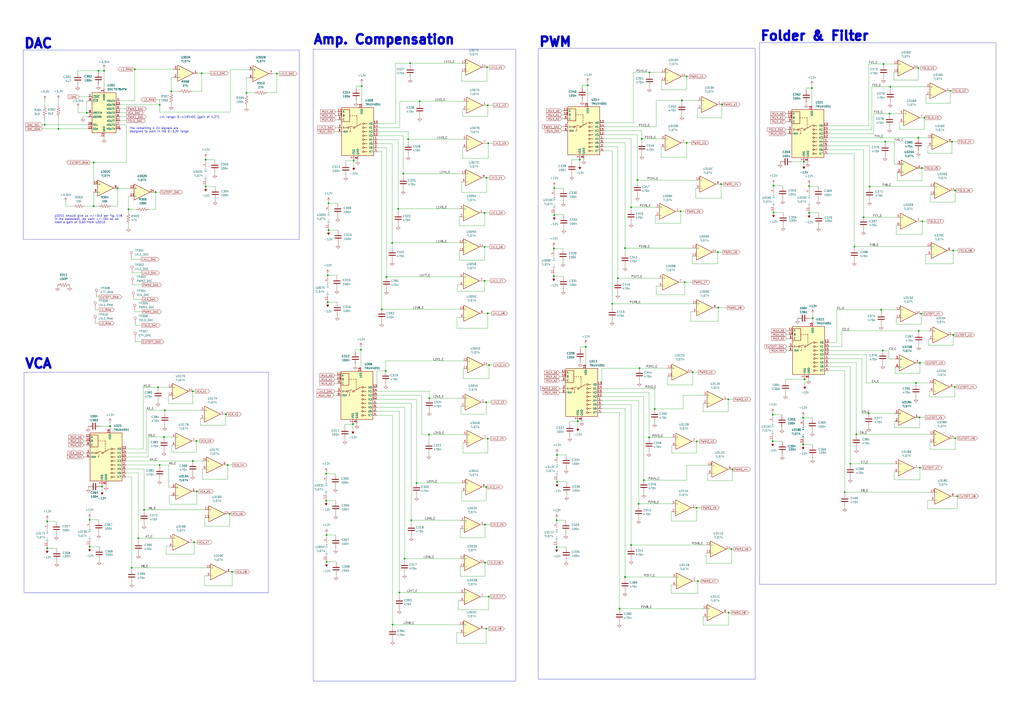
<source format=kicad_sch>
(kicad_sch (version 20231120) (generator "eeschema") (generator_version "8.0")
  (paper "User" 650 450)
  (junction (at 310.134 378.714))
  (junction (at 309.88 90.932))
  (junction (at 442.976 368.808))
  (junction (at 583.184 210.058))
  (junction (at 143.256 262.89))
  (junction (at 87.884 341.63))
  (junction (at 351.536 157.734))
  (junction (at 490.474 263.144))
  (junction (at 83.566 360.426))
  (junction (at 85.598 43.942))
  (junction (at 122.428 292.608))
  (junction (at 29.972 347.98))
  (junction (at 147.32 362.966))
  (junction (at 309.626 278.384))
  (junction (at 108.712 57.912))
  (junction (at 561.848 89.916))
  (junction (at 455.676 160.02))
  (junction (at 175.768 46.736))
  (junction (at 308.864 112.776))
  (junction (at 490.982 134.874))
  (junction (at 307.594 135.128))
  (junction (at 156.464 58.928))
  (junction (at 307.848 332.994))
  (junction (at 400.558 131.572))
  (junction (at 264.414 306.578))
  (junction (at 353.568 288.798))
  (junction (at 551.942 118.364))
  (junction (at 309.626 66.802))
  (junction (at 101.346 295.148))
  (junction (at 248.92 154.178))
  (junction (at 605.028 159.004))
  (junction (at 392.176 176.53))
  (junction (at 260.35 40.132))
  (junction (at 56.896 346.964))
  (junction (at 434.594 179.07))
  (junction (at 604.266 89.916))
  (junction (at 583.946 296.926))
  (junction (at 565.15 55.118))
  (junction (at 442.214 322.326))
  (junction (at 229.108 221.996))
  (junction (at 388.62 192.786))
  (junction (at 366.776 267.462))
  (junction (at 435.864 48.514))
  (junction (at 208.026 191.77))
  (junction (at 564.642 72.136))
  (junction (at 64.77 308.864))
  (junction (at 559.308 196.596))
  (junction (at 606.044 245.618))
  (junction (at 539.75 294.386))
  (junction (at 98.806 121.92))
  (junction (at 309.118 42.672))
  (junction (at 415.544 259.588))
  (junction (at 439.674 236.22))
  (junction (at 69.85 270.51))
  (junction (at 66.04 44.958))
  (junction (at 509.778 265.176))
  (junction (at 603.25 57.658))
  (junction (at 308.61 309.118))
  (junction (at 353.568 305.816))
  (junction (at 308.61 399.034))
  (junction (at 605.028 212.598))
  (junction (at 510.794 240.792))
  (junction (at 272.542 252.73))
  (junction (at 351.536 175.26))
  (junction (at 224.028 269.24))
  (junction (at 253.492 376.174))
  (junction (at 509.778 282.194))
  (junction (at 242.316 196.342))
  (junction (at 249.174 396.494))
  (junction (at 207.264 339.598))
  (junction (at 208.534 146.05))
  (junction (at 490.474 280.162))
  (junction (at 457.708 116.84))
  (junction (at 104.648 260.35))
  (junction (at 464.82 297.942))
  (junction (at 256.794 354.584))
  (junction (at 583.692 264.922))
  (junction (at 207.264 356.616))
  (junction (at 405.892 233.68))
  (junction (at 29.972 330.962))
  (junction (at 207.01 300.736))
  (junction (at 393.192 386.334))
  (junction (at 130.556 101.346))
  (junction (at 261.112 330.2))
  (junction (at 310.388 231.648))
  (junction (at 490.982 117.856))
  (junction (at 513.588 135.128))
  (junction (at 28.448 79.248))
  (junction (at 208.026 174.752))
  (junction (at 59.436 103.124))
  (junction (at 606.298 278.13))
  (junction (at 560.832 40.64))
  (junction (at 404.622 114.3))
  (junction (at 307.594 156.718))
  (junction (at 229.616 54.61))
  (junction (at 100.33 245.872))
  (junction (at 91.44 323.596))
  (junction (at 74.676 119.38))
  (junction (at 368.046 101.346))
  (junction (at 353.314 330.2))
  (junction (at 144.526 295.148))
  (junction (at 224.536 101.854))
  (junction (at 373.126 54.102))
  (junction (at 407.416 88.138))
  (junction (at 252.73 132.588))
  (junction (at 207.01 317.754))
  (junction (at 606.298 120.904))
  (junction (at 408.686 304.8))
  (junction (at 122.428 248.412))
  (junction (at 542.29 156.464))
  (junction (at 400.558 345.948))
  (junction (at 582.93 87.376))
  (junction (at 351.79 136.398))
  (junction (at 55.118 71.628))
  (junction (at 584.708 199.136))
  (junction (at 455.93 195.326))
  (junction (at 124.968 311.912))
  (junction (at 582.93 43.18))
  (junction (at 37.084 81.788))
  (junction (at 513.588 118.11))
  (junction (at 442.214 280.162))
  (junction (at 583.946 230.378))
  (junction (at 145.796 326.136))
  (junction (at 585.216 106.68))
  (junction (at 208.534 129.032))
  (junction (at 462.28 253.492))
  (junction (at 256.032 110.236))
  (junction (at 307.594 178.308))
  (junction (at 309.626 198.882))
  (junction (at 371.856 220.218))
  (junction (at 130.556 118.364))
  (junction (at 396.748 366.268))
  (junction (at 245.364 175.768))
  (junction (at 244.856 235.458))
  (junction (at 412.242 45.974))
  (junction (at 101.346 66.548))
  (junction (at 585.47 140.462))
  (junction (at 607.568 314.96))
  (junction (at 81.534 132.842))
  (junction (at 543.56 275.59))
  (junction (at 536.194 312.42))
  (junction (at 458.216 66.294))
  (junction (at 396.748 157.48))
  (junction (at 259.08 88.392))
  (junction (at 581.406 243.078))
  (junction (at 56.896 329.946))
  (junction (at 464.312 348.488))
  (junction (at 432.054 134.112))
  (junction (at 128.016 46.482))
  (junction (at 548.132 137.922))
  (junction (at 586.74 74.676))
  (junction (at 510.286 102.616))
  (junction (at 462.534 388.874))
  (junction (at 515.366 55.88))
  (junction (at 123.19 344.17))
  (junction (at 351.79 119.38))
  (junction (at 59.436 130.81))
  (junction (at 411.988 277.622))
  (junction (at 515.874 201.93))
  (junction (at 266.446 64.262))
  (junction (at 272.288 275.844))
  (junction (at 308.61 255.27))
  (junction (at 62.484 44.958))
  (junction (at 307.848 357.124))
  (junction (at 353.314 347.218))
  (junction (at 551.434 262.382))
  (junction (at 104.14 277.368))
  (junction (at 124.714 279.908))
  (junction (at 435.864 90.678))
  (junction (at 405.384 319.786))
  (junction (at 432.816 63.754))
  (junction (at 560.324 222.504))
  (no_connect (at 76.2 81.788))
  (wire (pts (xy 245.364 175.768) (xy 245.364 93.726)))
  (wire (pts (xy 446.278 391.414) (xy 446.278 396.748)))
  (wire (pts (xy 76.2 76.708) (xy 80.518 76.708)))
  (wire (pts (xy 129.794 371.856) (xy 147.32 371.856)))
  (wire (pts (xy 462.534 396.748) (xy 462.534 388.874)))
  (wire (pts (xy 128.016 57.912) (xy 128.016 46.482)))
  (wire (pts (xy 107.188 295.148) (xy 107.188 309.372)))
  (wire (pts (xy 307.594 156.718) (xy 310.896 156.718)))
  (wire (pts (xy 224.028 269.24) (xy 224.028 272.796)))
  (wire (pts (xy 309.372 231.648) (xy 310.388 231.648)))
  (wire (pts (xy 584.708 205.74) (xy 584.708 199.136)))
  (wire (pts (xy 69.85 268.224) (xy 69.85 270.51)))
  (wire (pts (xy 392.176 176.53) (xy 392.176 178.054)))
  (wire (pts (xy 248.92 165.1) (xy 248.92 166.116)))
  (wire (pts (xy 307.34 357.124) (xy 307.848 357.124)))
  (wire (pts (xy 392.176 185.674) (xy 392.176 186.69)))
  (wire (pts (xy 55.118 64.008) (xy 55.118 71.628)))
  (wire (pts (xy 101.346 66.548) (xy 101.346 71.12)))
  (wire (pts (xy 412.242 45.974) (xy 419.862 45.974)))
  (wire (pts (xy 213.106 318.262) (xy 213.106 317.754)))
  (wire (pts (xy 561.848 89.916) (xy 561.848 90.932)))
  (wire (pts (xy 416.56 63.754) (xy 432.816 63.754)))
  (wire (pts (xy 308.864 122.174) (xy 308.864 112.776)))
  (wire (pts (xy 310.134 378.714) (xy 307.34 378.714)))
  (wire (pts (xy 525.526 82.296) (xy 553.466 82.296)))
  (wire (pts (xy 435.864 99.822) (xy 435.864 90.678)))
  (wire (pts (xy 393.192 394.716) (xy 393.192 395.732)))
  (wire (pts (xy 214.63 154.178) (xy 214.63 155.194)))
  (wire (pts (xy 98.806 121.92) (xy 98.806 132.842)))
  (wire (pts (xy 382.016 233.68) (xy 405.892 233.68)))
  (wire (pts (xy 512.826 102.616) (xy 512.826 103.378)))
  (wire (pts (xy 351.536 156.718) (xy 351.536 157.734)))
  (wire (pts (xy 291.846 201.422) (xy 290.068 201.422)))
  (wire (pts (xy 353.314 329.184) (xy 353.314 330.2)))
  (wire (pts (xy 407.416 97.536) (xy 407.416 98.552)))
  (wire (pts (xy 405.384 319.786) (xy 426.212 319.786)))
  (wire (pts (xy 289.814 408.432) (xy 308.61 408.432)))
  (wire (pts (xy 66.04 43.688) (xy 66.04 44.958)))
  (wire (pts (xy 146.304 71.12) (xy 146.304 44.196)))
  (wire (pts (xy 435.864 56.896) (xy 435.864 48.514)))
  (wire (pts (xy 83.566 369.316) (xy 83.566 370.332)))
  (wire (pts (xy 605.282 245.618) (xy 606.044 245.618)))
  (wire (pts (xy 80.01 287.528) (xy 92.964 287.528)))
  (wire (pts (xy 543.56 230.124) (xy 526.034 230.124)))
  (wire (pts (xy 589.534 210.058) (xy 583.184 210.058)))
  (wire (pts (xy 76.2 66.548) (xy 101.346 66.548)))
  (wire (pts (xy 307.848 365.76) (xy 307.848 357.124)))
  (wire (pts (xy 604.266 97.282) (xy 604.266 89.916)))
  (wire (pts (xy 543.56 275.59) (xy 543.56 230.124)))
  (wire (pts (xy 536.194 312.42) (xy 536.194 235.204)))
  (wire (pts (xy 85.598 197.866) (xy 90.17 197.866)))
  (wire (pts (xy 525.526 79.756) (xy 551.434 79.756)))
  (wire (pts (xy 266.446 64.262) (xy 266.446 65.786)))
  (wire (pts (xy 56.896 328.93) (xy 56.896 329.946)))
  (wire (pts (xy 308.61 399.034) (xy 307.086 399.034)))
  (wire (pts (xy 26.924 81.788) (xy 37.084 81.788)))
  (wire (pts (xy 104.648 260.35) (xy 127.254 260.35)))
  (wire (pts (xy 536.194 235.204) (xy 526.034 235.204)))
  (wire (pts (xy 239.776 78.486) (xy 251.206 78.486)))
  (wire (pts (xy 156.464 58.928) (xy 161.798 58.928)))
  (wire (pts (xy 359.41 296.926) (xy 359.41 297.942)))
  (wire (pts (xy 559.308 205.74) (xy 559.308 206.756)))
  (wire (pts (xy 569.468 109.22) (xy 569.468 114.808)))
  (wire (pts (xy 213.106 317.754) (xy 207.01 317.754)))
  (wire (pts (xy 293.116 45.212) (xy 293.116 51.562)))
  (wire (pts (xy 292.1 359.664) (xy 292.1 365.76)))
  (wire (pts (xy 432.054 134.112) (xy 435.356 134.112)))
  (wire (pts (xy 74.676 130.81) (xy 70.358 130.81)))
  (wire (pts (xy 582.93 95.504) (xy 582.93 96.52)))
  (wire (pts (xy 239.776 83.566) (xy 259.08 83.566)))
  (wire (pts (xy 36.068 348.488) (xy 36.068 347.98)))
  (wire (pts (xy 89.662 164.592) (xy 83.312 164.592)))
  (wire (pts (xy 290.322 180.848) (xy 290.322 184.912)))
  (wire (pts (xy 207.264 338.582) (xy 207.264 339.598)))
  (wire (pts (xy 382.016 249.174) (xy 411.988 249.174)))
  (wire (pts (xy 211.836 250.952) (xy 213.868 250.952)))
  (wire (pts (xy 55.88 64.008) (xy 55.118 64.008)))
  (wire (pts (xy 76.2 79.248) (xy 80.264 79.248)))
  (wire (pts (xy 433.578 250.952) (xy 446.278 250.952)))
  (wire (pts (xy 515.62 265.176) (xy 509.778 265.176)))
  (wire (pts (xy 497.078 135.382) (xy 497.078 134.874)))
  (wire (pts (xy 357.632 127.508) (xy 357.632 128.524)))
  (wire (pts (xy 446.278 396.748) (xy 462.534 396.748)))
  (wire (pts (xy 219.456 103.378) (xy 219.456 101.854)))
  (wire (pts (xy 28.448 74.676) (xy 28.448 79.248)))
  (wire (pts (xy 35.814 331.47) (xy 35.814 330.962)))
  (wire (pts (xy 371.856 218.44) (xy 371.856 220.218)))
  (wire (pts (xy 308.61 318.008) (xy 308.61 309.118)))
  (wire (pts (xy 74.676 119.38) (xy 74.676 130.81)))
  (wire (pts (xy 587.756 60.198) (xy 587.756 65.532)))
  (wire (pts (xy 393.192 386.334) (xy 393.192 387.096)))
  (wire (pts (xy 513.334 240.284) (xy 513.334 241.046)))
  (wire (pts (xy 396.748 374.904) (xy 396.748 375.92)))
  (wire (pts (xy 259.08 98.044) (xy 259.08 99.06)))
  (wire (pts (xy 547.116 227.584) (xy 526.034 227.584)))
  (wire (pts (xy 293.116 318.008) (xy 308.61 318.008)))
  (wire (pts (xy 261.112 339.852) (xy 261.112 340.868)))
  (wire (pts (xy 108.712 57.912) (xy 108.712 58.674)))
  (wire (pts (xy 124.206 279.908) (xy 124.714 279.908)))
  (wire (pts (xy 442.214 322.326) (xy 445.516 322.326)))
  (wire (pts (xy 90.932 284.988) (xy 90.932 245.872)))
  (wire (pts (xy 499.364 212.344) (xy 500.634 212.344)))
  (wire (pts (xy 490.982 116.84) (xy 490.982 117.856)))
  (wire (pts (xy 551.434 79.756) (xy 551.434 40.64)))
  (wire (pts (xy 106.934 250.952) (xy 106.934 256.286)))
  (wire (pts (xy 93.98 277.368) (xy 104.14 277.368)))
  (wire (pts (xy 551.434 262.382) (xy 547.116 262.382)))
  (wire (pts (xy 357.632 119.888) (xy 357.632 119.38)))
  (wire (pts (xy 253.492 376.174) (xy 253.492 261.112)))
  (wire (pts (xy 359.156 330.708) (xy 359.156 330.2)))
  (wire (pts (xy 143.256 270.002) (xy 143.256 262.89)))
  (wire (pts (xy 239.268 253.492) (xy 264.414 253.492)))
  (wire (pts (xy 308.61 262.89) (xy 308.61 255.27)))
  (wire (pts (xy 261.112 330.2) (xy 292.1 330.2)))
  (wire (pts (xy 371.856 220.218) (xy 371.856 231.394)))
  (wire (pts (xy 356.616 72.898) (xy 357.886 72.898)))
  (wire (pts (xy 362.966 102.87) (xy 362.966 101.346)))
  (wire (pts (xy 446.278 386.334) (xy 393.192 386.334)))
  (wire (pts (xy 560.324 230.632) (xy 560.324 231.648)))
  (wire (pts (xy 144.526 295.148) (xy 147.574 295.148)))
  (wire (pts (xy 511.81 65.024) (xy 511.81 66.04)))
  (wire (pts (xy 567.944 267.462) (xy 567.944 271.526)))
  (wire (pts (xy 49.276 46.228) (xy 49.276 44.958)))
  (wire (pts (xy 439.166 236.22) (xy 439.674 236.22)))
  (wire (pts (xy 388.62 192.786) (xy 439.674 192.786)))
  (wire (pts (xy 292.1 376.174) (xy 253.492 376.174)))
  (wire (pts (xy 581.406 243.078) (xy 581.406 244.094)))
  (wire (pts (xy 357.378 165.862) (xy 357.378 166.878)))
  (wire (pts (xy 229.108 221.996) (xy 229.108 233.172)))
  (wire (pts (xy 291.592 154.178) (xy 248.92 154.178)))
  (wire (pts (xy 405.892 241.554) (xy 405.892 242.57)))
  (wire (pts (xy 357.378 157.734) (xy 351.536 157.734)))
  (wire (pts (xy 400.558 354.584) (xy 400.558 355.6)))
  (wire (pts (xy 356.616 70.358) (xy 357.886 70.358)))
  (wire (pts (xy 291.846 196.342) (xy 242.316 196.342)))
  (wire (pts (xy 309.118 42.672) (xy 310.642 42.672)))
  (wire (pts (xy 407.416 88.138) (xy 419.608 88.138)))
  (wire (pts (xy 81.534 132.842) (xy 81.534 124.46)))
  (wire (pts (xy 411.988 277.622) (xy 411.988 278.638)))
  (wire (pts (xy 213.106 70.866) (xy 214.376 70.866)))
  (wire (pts (xy 261.112 330.2) (xy 261.112 256.032)))
  (wire (pts (xy 569.468 114.808) (xy 585.216 114.808)))
  (wire (pts (xy 62.992 196.596) (xy 60.452 196.596)))
  (wire (pts (xy 359.41 347.726) (xy 359.41 347.218)))
  (wire (pts (xy 400.558 345.948) (xy 400.558 256.794)))
  (wire (pts (xy 439.674 236.22) (xy 443.23 236.22)))
  (wire (pts (xy 308.356 112.776) (xy 308.864 112.776)))
  (wire (pts (xy 52.578 74.676) (xy 52.578 74.168)))
  (wire (pts (xy 97.79 121.92) (xy 98.806 121.92)))
  (wire (pts (xy 207.264 339.598) (xy 207.264 340.868)))
  (wire (pts (xy 62.484 45.974) (xy 62.484 44.958)))
  (wire (pts (xy 122.428 292.608) (xy 128.524 292.608)))
  (wire (pts (xy 175.768 46.736) (xy 175.768 58.928)))
  (wire (pts (xy 226.06 54.61) (xy 229.616 54.61)))
  (wire (pts (xy 214.122 199.898) (xy 214.122 200.914)))
  (wire (pts (xy 76.2 74.168) (xy 80.518 74.168)))
  (wire (pts (xy 290.83 381.254) (xy 290.83 387.096)))
  (wire (pts (xy 136.398 101.346) (xy 130.556 101.346)))
  (wire (pts (xy 213.106 325.882) (xy 213.106 326.898)))
  (wire (pts (xy 122.428 256.286) (xy 122.428 248.412)))
  (wire (pts (xy 457.708 116.84) (xy 459.232 116.84)))
  (wire (pts (xy 583.184 264.922) (xy 583.692 264.922)))
  (wire (pts (xy 496.57 280.67) (xy 496.57 280.162)))
  (wire (pts (xy 359.664 305.816) (xy 353.568 305.816)))
  (wire (pts (xy 353.314 330.2) (xy 353.314 331.47)))
  (wire (pts (xy 432.816 72.644) (xy 432.816 73.66)))
  (wire (pts (xy 293.878 287.528) (xy 309.626 287.528)))
  (wire (pts (xy 509.778 264.16) (xy 509.778 265.176)))
  (wire (pts (xy 212.852 300.736) (xy 207.01 300.736)))
  (wire (pts (xy 605.028 167.386) (xy 605.028 159.004)))
  (wire (pts (xy 124.968 320.04) (xy 124.968 311.912)))
  (wire (pts (xy 442.214 287.528) (xy 442.214 280.162)))
  (wire (pts (xy 383.286 95.758) (xy 388.62 95.758)))
  (wire (pts (xy 560.324 222.504) (xy 560.324 223.012)))
  (wire (pts (xy 213.36 357.124) (xy 213.36 356.616)))
  (wire (pts (xy 214.376 137.16) (xy 214.376 138.176)))
  (wire (pts (xy 81.534 132.842) (xy 81.534 134.62)))
  (wire (pts (xy 130.556 100.33) (xy 130.556 101.346)))
  (wire (pts (xy 242.316 203.962) (xy 242.316 204.978)))
  (wire (pts (xy 156.464 58.928) (xy 156.464 59.69)))
  (wire (pts (xy 53.848 130.81) (xy 59.436 130.81)))
  (wire (pts (xy 455.93 195.326) (xy 461.518 195.326)))
  (wire (pts (xy 513.842 201.93) (xy 515.874 201.93)))
  (wire (pts (xy 253.746 81.026) (xy 253.746 64.262)))
  (wire (pts (xy 583.692 271.526) (xy 583.692 264.922)))
  (wire (pts (xy 59.436 103.124) (xy 80.264 103.124)))
  (wire (pts (xy 156.464 49.276) (xy 156.464 58.928)))
  (wire (pts (xy 156.464 67.31) (xy 156.464 68.072)))
  (wire (pts (xy 426.466 282.702) (xy 426.466 287.528)))
  (wire (pts (xy 586.74 82.042) (xy 586.74 74.676)))
  (wire (pts (xy 565.15 55.118) (xy 587.756 55.118)))
  (wire (pts (xy 567.69 304.546) (xy 583.946 304.546)))
  (wire (pts (xy 26.924 79.248) (xy 28.448 79.248)))
  (wire (pts (xy 133.604 46.482) (xy 128.016 46.482)))
  (wire (pts (xy 590.042 248.158) (xy 590.042 251.968)))
  (wire (pts (xy 29.972 330.962) (xy 29.972 332.232)))
  (wire (pts (xy 56.134 308.864) (xy 56.134 309.88)))
  (wire (pts (xy 454.66 160.02) (xy 455.676 160.02)))
  (wire (pts (xy 551.942 118.364) (xy 551.942 119.126)))
  (wire (pts (xy 551.434 40.64) (xy 560.832 40.64)))
  (wire (pts (xy 239.268 248.412) (xy 272.542 248.412)))
  (wire (pts (xy 510.794 240.284) (xy 510.794 240.792)))
  (wire (pts (xy 590.296 280.67) (xy 590.296 285.242)))
  (wire (pts (xy 442.976 368.808) (xy 441.96 368.808)))
  (wire (pts (xy 307.594 165.1) (xy 307.594 156.718)))
  (wire (pts (xy 208.026 191.262) (xy 208.026 191.77)))
  (wire (pts (xy 261.112 330.2) (xy 261.112 332.232)))
  (wire (pts (xy 143.256 262.89) (xy 144.018 262.89)))
  (wire (pts (xy 62.992 205.232) (xy 60.452 205.232)))
  (wire (pts (xy 513.588 117.094) (xy 513.588 118.11)))
  (wire (pts (xy 212.598 238.252) (xy 213.868 238.252)))
  (wire (pts (xy 567.436 50.8) (xy 582.93 50.8)))
  (wire (pts (xy 590.042 243.078) (xy 581.406 243.078)))
  (wire (pts (xy 496.57 288.29) (xy 496.57 289.306)))
  (wire (pts (xy 49.276 44.958) (xy 62.484 44.958)))
  (wire (pts (xy 498.856 77.216) (xy 500.126 77.216)))
  (wire (pts (xy 496.316 271.272) (xy 496.316 272.288)))
  (wire (pts (xy 586.74 74.676) (xy 587.248 74.676)))
  (wire (pts (xy 219.456 101.854) (xy 224.536 101.854)))
  (wire (pts (xy 515.62 273.304) (xy 515.62 274.32)))
  (wire (pts (xy 130.048 328.676) (xy 130.048 334.01)))
  (wire (pts (xy 407.416 88.138) (xy 407.416 89.916)))
  (wire (pts (xy 266.446 64.262) (xy 293.624 64.262)))
  (wire (pts (xy 590.042 251.968) (xy 606.044 251.968)))
  (wire (pts (xy 307.848 357.124) (xy 309.626 357.124)))
  (wire (pts (xy 519.684 135.128) (xy 513.588 135.128)))
  (wire (pts (xy 62.484 53.594) (xy 62.484 54.356)))
  (wire (pts (xy 84.074 180.848) (xy 90.17 180.848)))
  (wire (pts (xy 239.268 263.652) (xy 249.174 263.652)))
  (wire (pts (xy 59.436 116.84) (xy 59.436 103.124)))
  (wire (pts (xy 456.946 116.84) (xy 457.708 116.84)))
  (wire (pts (xy 361.696 267.462) (xy 366.776 267.462)))
  (wire (pts (xy 229.108 220.218) (xy 229.108 221.996)))
  (wire (pts (xy 606.298 128.27) (xy 606.298 120.904)))
  (wire (pts (xy 498.602 249.428) (xy 498.602 250.698)))
  (wire (pts (xy 290.068 201.422) (xy 290.068 208.28)))
  (wire (pts (xy 368.3 220.218) (xy 371.856 220.218)))
  (wire (pts (xy 606.044 251.968) (xy 606.044 245.618)))
  (wire (pts (xy 560.324 222.504) (xy 564.134 222.504)))
  (wire (pts (xy 85.852 216.916) (xy 89.916 216.916)))
  (wire (pts (xy 244.856 229.108) (xy 294.132 229.108)))
  (wire (pts (xy 590.55 128.27) (xy 606.298 128.27)))
  (wire (pts (xy 143.764 295.148) (xy 144.526 295.148)))
  (wire (pts (xy 400.558 131.572) (xy 416.052 131.572)))
  (wire (pts (xy 87.884 300.228) (xy 87.884 341.63)))
  (wire (pts (xy 85.852 214.884) (xy 85.852 216.916)))
  (wire (pts (xy 534.416 210.058) (xy 534.416 219.964)))
  (wire (pts (xy 36.068 356.108) (xy 36.068 357.124)))
  (wire (pts (xy 423.926 244.348) (xy 439.674 244.348)))
  (wire (pts (xy 145.796 326.136) (xy 146.812 326.136)))
  (wire (pts (xy 80.01 292.608) (xy 122.428 292.608)))
  (wire (pts (xy 416.56 80.518) (xy 416.56 63.754)))
  (wire (pts (xy 293.624 93.472) (xy 293.624 100.584)))
  (wire (pts (xy 147.32 362.966) (xy 149.352 362.966)))
  (wire (pts (xy 64.77 308.864) (xy 64.77 311.404)))
  (wire (pts (xy 129.794 365.506) (xy 129.794 371.856)))
  (wire (pts (xy 351.536 174.244) (xy 351.536 175.26)))
  (wire (pts (xy 583.946 230.378) (xy 587.502 230.378)))
  (wire (pts (xy 448.31 357.632) (xy 464.312 357.632)))
  (wire (pts (xy 582.93 87.376) (xy 582.93 87.884)))
  (wire (pts (xy 56.896 346.456) (xy 56.896 346.964)))
  (wire (pts (xy 357.886 136.398) (xy 351.79 136.398)))
  (wire (pts (xy 355.346 241.554) (xy 356.616 241.554)))
  (wire (pts (xy 294.132 234.188) (xy 294.132 240.284)))
  (wire (pts (xy 80.01 300.228) (xy 87.884 300.228)))
  (wire (pts (xy 362.966 101.346) (xy 368.046 101.346)))
  (wire (pts (xy 415.544 259.588) (xy 433.578 259.588)))
  (wire (pts (xy 605.028 159.004) (xy 608.33 159.004)))
  (wire (pts (xy 227.076 101.346) (xy 227.076 102.108)))
  (wire (pts (xy 256.032 86.106) (xy 239.776 86.106)))
  (wire (pts (xy 383.286 90.678) (xy 396.748 90.678)))
  (wire (pts (xy 455.676 167.386) (xy 455.676 160.02)))
  (wire (pts (xy 455.93 203.962) (xy 455.93 195.326)))
  (wire (pts (xy 392.176 176.53) (xy 418.084 176.53)))
  (wire (pts (xy 462.28 253.492) (xy 465.582 253.492)))
  (wire (pts (xy 415.544 246.634) (xy 415.544 259.588)))
  (wire (pts (xy 393.192 386.334) (xy 393.192 261.874)))
  (wire (pts (xy 86.868 132.842) (xy 81.534 132.842)))
  (wire (pts (xy 490.982 134.874) (xy 490.982 135.382)))
  (wire (pts (xy 419.862 51.054) (xy 419.862 56.896)))
  (wire (pts (xy 513.588 118.11) (xy 513.588 119.38)))
  (wire (pts (xy 359.664 306.324) (xy 359.664 305.816)))
  (wire (pts (xy 464.82 305.054) (xy 464.82 297.942)))
  (wire (pts (xy 393.192 261.874) (xy 382.016 261.874)))
  (wire (pts (xy 515.874 290.322) (xy 515.874 291.338)))
  (wire (pts (xy 144.526 304.292) (xy 144.526 295.148)))
  (wire (pts (xy 548.132 145.542) (xy 548.132 146.558)))
  (wire (pts (xy 91.44 323.596) (xy 130.048 323.596)))
  (wire (pts (xy 108.712 57.912) (xy 113.792 57.912)))
  (wire (pts (xy 353.314 346.71) (xy 353.314 347.218)))
  (wire (pts (xy 110.236 49.022) (xy 108.712 49.022)))
  (wire (pts (xy 80.01 284.988) (xy 90.932 284.988)))
  (wire (pts (xy 256.794 363.474) (xy 256.794 364.49)))
  (wire (pts (xy 293.878 280.924) (xy 293.878 287.528)))
  (wire (pts (xy 519.684 135.636) (xy 519.684 135.128)))
  (wire (pts (xy 525.526 89.916) (xy 561.848 89.916)))
  (wire (pts (xy 441.706 280.162) (xy 442.214 280.162)))
  (wire (pts (xy 490.474 262.128) (xy 490.474 263.144)))
  (wire (pts (xy 208.534 128.016) (xy 208.534 129.032)))
  (wire (pts (xy 253.492 386.08) (xy 253.492 387.096)))
  (wire (pts (xy 396.748 259.334) (xy 396.748 366.268)))
  (wire (pts (xy 84.074 180.34) (xy 84.074 180.848)))
  (wire (pts (xy 383.286 85.598) (xy 404.622 85.598)))
  (wire (pts (xy 519.43 118.11) (xy 513.588 118.11)))
  (wire (pts (xy 28.448 79.248) (xy 55.88 79.248)))
  (wire (pts (xy 383.286 80.518) (xy 416.56 80.518)))
  (wire (pts (xy 588.772 317.5) (xy 588.772 322.834)))
  (wire (pts (xy 105.41 351.79) (xy 123.19 351.79)))
  (wire (pts (xy 496.824 118.364) (xy 496.824 117.856)))
  (wire (pts (xy 497.078 143.002) (xy 497.078 144.018)))
  (wire (pts (xy 607.568 314.96) (xy 606.044 314.96)))
  (wire (pts (xy 80.01 290.068) (xy 93.98 290.068)))
  (wire (pts (xy 208.026 173.736) (xy 208.026 174.752)))
  (wire (pts (xy 83.312 164.592) (xy 83.312 163.576)))
  (wire (pts (xy 62.738 329.946) (xy 56.896 329.946)))
  (wire (pts (xy 583.184 218.694) (xy 583.184 219.71)))
  (wire (pts (xy 87.884 341.63) (xy 87.884 343.408)))
  (wire (pts (xy 355.346 249.174) (xy 356.616 249.174)))
  (wire (pts (xy 224.536 101.346) (xy 224.536 101.854)))
  (wire (pts (xy 122.428 292.608) (xy 122.428 293.116)))
  (wire (pts (xy 373.126 54.102) (xy 373.126 65.278)))
  (wire (pts (xy 214.376 129.032) (xy 208.534 129.032)))
  (wire (pts (xy 108.966 287.02) (xy 124.714 287.02)))
  (wire (pts (xy 515.366 55.88) (xy 515.366 67.056)))
  (wire (pts (xy 564.134 227.838) (xy 568.198 227.838)))
  (wire (pts (xy 408.686 251.714) (xy 408.686 304.8)))
  (wire (pts (xy 56.896 329.946) (xy 56.896 331.216)))
  (wire (pts (xy 41.656 130.81) (xy 46.228 130.81)))
  (wire (pts (xy 224.536 101.854) (xy 224.536 105.41)))
  (wire (pts (xy 224.028 268.732) (xy 224.028 269.24)))
  (wire (pts (xy 495.3 102.616) (xy 495.3 103.632)))
  (wire (pts (xy 361.696 276.606) (xy 361.696 277.622)))
  (wire (pts (xy 244.856 235.458) (xy 244.856 235.712)))
  (wire (pts (xy 91.44 323.596) (xy 91.44 324.612)))
  (wire (pts (xy 308.356 42.672) (xy 309.118 42.672)))
  (wire (pts (xy 359.41 288.798) (xy 353.568 288.798)))
  (wire (pts (xy 361.696 268.986) (xy 361.696 267.462)))
  (wire (pts (xy 606.044 245.618) (xy 607.314 245.618)))
  (wire (pts (xy 309.118 51.562) (xy 309.118 42.672)))
  (wire (pts (xy 551.942 126.746) (xy 551.942 127.762)))
  (wire (pts (xy 383.286 83.058) (xy 407.416 83.058)))
  (wire (pts (xy 124.714 279.908) (xy 126.746 279.908)))
  (wire (pts (xy 366.776 267.462) (xy 366.776 271.018)))
  (wire (pts (xy 84.582 189.992) (xy 90.17 189.992)))
  (wire (pts (xy 249.174 263.652) (xy 249.174 396.494)))
  (wire (pts (xy 568.198 232.918) (xy 568.198 236.982)))
  (wire (pts (xy 310.388 240.284) (xy 310.388 231.648)))
  (wire (pts (xy 308.864 90.932) (xy 309.88 90.932)))
  (wire (pts (xy 310.388 231.648) (xy 313.436 231.648)))
  (wire (pts (xy 383.286 88.138) (xy 400.558 88.138)))
  (wire (pts (xy 583.946 304.546) (xy 583.946 296.926)))
  (wire (pts (xy 426.212 330.708) (xy 442.214 330.708)))
  (wire (pts (xy 585.216 106.68) (xy 586.74 106.68)))
  (wire (pts (xy 388.62 95.758) (xy 388.62 192.786)))
  (wire (pts (xy 525.526 92.456) (xy 551.942 92.456)))
  (wire (pts (xy 561.848 98.552) (xy 561.848 99.568)))
  (wire (pts (xy 290.068 208.28) (xy 309.626 208.28)))
  (wire (pts (xy 464.312 348.488) (xy 464.312 357.632)))
  (wire (pts (xy 212.344 83.566) (xy 214.376 83.566)))
  (wire (pts (xy 405.384 254.254) (xy 382.016 254.254)))
  (wire (pts (xy 509.778 265.176) (xy 509.778 266.446)))
  (wire (pts (xy 249.174 396.494) (xy 249.174 398.018)))
  (wire (pts (xy 49.53 71.628) (xy 49.53 68.326)))
  (wire (pts (xy 539.75 294.386) (xy 567.69 294.386)))
  (wire (pts (xy 62.738 330.454) (xy 62.738 329.946)))
  (wire (pts (xy 449.326 300.482) (xy 449.326 305.054)))
  (wire (pts (xy 67.31 307.848) (xy 67.31 308.61)))
  (wire (pts (xy 208.534 145.542) (xy 208.534 146.05)))
  (wire (pts (xy 435.864 295.402) (xy 449.326 295.402)))
  (wire (pts (xy 554.482 72.136) (xy 564.642 72.136)))
  (wire (pts (xy 418.084 181.61) (xy 416.56 181.61)))
  (wire (pts (xy 136.652 118.364) (xy 130.556 118.364)))
  (wire (pts (xy 214.122 191.77) (xy 208.026 191.77)))
  (wire (pts (xy 92.964 287.528) (xy 92.964 260.35)))
  (wire (pts (xy 560.832 49.022) (xy 560.832 50.038)))
  (wire (pts (xy 433.578 259.588) (xy 433.578 250.952)))
  (wire (pts (xy 455.93 195.326) (xy 454.914 195.326)))
  (wire (pts (xy 404.622 114.3) (xy 404.622 116.078)))
  (wire (pts (xy 567.69 104.14) (xy 569.468 104.14)))
  (wire (pts (xy 463.55 348.488) (xy 464.312 348.488)))
  (wire (pts (xy 607.568 314.96) (xy 608.33 314.96)))
  (wire (pts (xy 502.92 102.616) (xy 510.286 102.616)))
  (wire (pts (xy 357.632 119.38) (xy 351.79 119.38)))
  (wire (pts (xy 567.69 89.916) (xy 567.69 104.14)))
  (wire (pts (xy 525.526 87.376) (xy 582.93 87.376)))
  (wire (pts (xy 242.316 196.342) (xy 242.316 96.266)))
  (wire (pts (xy 606.298 120.904) (xy 607.314 120.904)))
  (wire (pts (xy 359.156 338.328) (xy 359.156 339.344)))
  (wire (pts (xy 309.88 90.932) (xy 312.928 90.932)))
  (wire (pts (xy 511.81 57.404) (xy 511.81 55.88)))
  (wire (pts (xy 499.364 219.964) (xy 500.634 219.964)))
  (wire (pts (xy 293.116 122.174) (xy 308.864 122.174)))
  (wire (pts (xy 62.992 346.964) (xy 56.896 346.964)))
  (wire (pts (xy 388.62 192.786) (xy 388.62 195.326)))
  (wire (pts (xy 400.558 131.572) (xy 400.558 133.096)))
  (wire (pts (xy 605.028 219.202) (xy 605.028 212.598)))
  (wire (pts (xy 76.2 71.628) (xy 80.518 71.628)))
  (wire (pts (xy 259.08 88.392) (xy 259.08 90.424)))
  (wire (pts (xy 307.848 332.994) (xy 311.404 332.994)))
  (wire (pts (xy 292.608 262.89) (xy 308.61 262.89)))
  (wire (pts (xy 272.288 287.782) (xy 272.288 288.798)))
  (wire (pts (xy 496.824 117.856) (xy 490.982 117.856)))
  (wire (pts (xy 127.254 265.43) (xy 127.254 270.002)))
  (wire (pts (xy 551.942 118.364) (xy 590.55 118.364)))
  (wire (pts (xy 36.576 180.848) (xy 36.576 182.118)))
  (wire (pts (xy 83.566 360.426) (xy 83.566 361.696)))
  (wire (pts (xy 98.806 121.92) (xy 101.854 121.92)))
  (wire (pts (xy 85.598 64.008) (xy 85.598 43.942)))
  (wire (pts (xy 253.746 64.262) (xy 266.446 64.262)))
  (wire (pts (xy 266.446 73.406) (xy 266.446 74.422)))
  (wire (pts (xy 351.79 136.398) (xy 351.79 136.906)))
  (wire (pts (xy 123.19 344.17) (xy 125.476 344.17)))
  (wire (pts (xy 101.346 71.12) (xy 146.304 71.12)))
  (wire (pts (xy 309.88 100.584) (xy 309.88 90.932)))
  (wire (pts (xy 212.598 248.412) (xy 213.868 248.412)))
  (wire (pts (xy 225.552 221.996) (xy 229.108 221.996)))
  (wire (pts (xy 351.536 157.734) (xy 351.536 159.004)))
  (wire (pts (xy 218.948 278.384) (xy 218.948 279.4)))
  (wire (pts (xy 213.106 339.598) (xy 207.264 339.598)))
  (wire (pts (xy 81.534 142.24) (xy 81.534 144.526)))
  (wire (pts (xy 582.93 50.8) (xy 582.93 43.18)))
  (wire (pts (xy 434.848 90.678) (xy 435.864 90.678)))
  (wire (pts (xy 351.536 175.26) (xy 357.632 175.26)))
  (wire (pts (xy 208.534 129.032) (xy 208.534 130.302)))
  (wire (pts (xy 59.436 121.92) (xy 59.436 130.81)))
  (wire (pts (xy 256.032 119.634) (xy 256.032 120.65)))
  (wire (pts (xy 604.774 212.598) (xy 605.028 212.598)))
  (wire (pts (xy 519.43 126.238) (xy 519.43 127.254)))
  (wire (pts (xy 53.34 287.528) (xy 54.61 287.528)))
  (wire (pts (xy 208.534 146.05) (xy 208.534 146.558)))
  (wire (pts (xy 405.384 328.93) (xy 405.384 329.946)))
  (wire (pts (xy 400.558 88.138) (xy 400.558 131.572)))
  (wire (pts (xy 100.33 245.872) (xy 106.934 245.872)))
  (wire (pts (xy 76.2 69.088) (xy 80.518 69.088)))
  (wire (pts (xy 457.708 125.73) (xy 457.708 116.84)))
  (wire (pts (xy 292.1 330.2) (xy 292.1 330.454)))
  (wire (pts (xy 87.884 341.63) (xy 107.188 341.63)))
  (wire (pts (xy 446.278 261.366) (xy 462.28 261.366)))
  (wire (pts (xy 570.992 77.216) (xy 570.992 82.042)))
  (wire (pts (xy 62.484 44.958) (xy 66.04 44.958)))
  (wire (pts (xy 92.964 260.35) (xy 104.648 260.35)))
  (wire (pts (xy 442.214 280.162) (xy 443.992 280.162)))
  (wire (pts (xy 128.524 304.292) (xy 144.526 304.292)))
  (wire (pts (xy 589.534 219.202) (xy 605.028 219.202)))
  (wire (pts (xy 213.868 174.752) (xy 208.026 174.752)))
  (wire (pts (xy 214.376 129.54) (xy 214.376 129.032)))
  (wire (pts (xy 53.34 290.068) (xy 54.61 290.068)))
  (wire (pts (xy 272.542 252.73) (xy 272.542 248.412)))
  (wire (pts (xy 565.15 64.516) (xy 565.15 65.532)))
  (wire (pts (xy 252.73 142.24) (xy 252.73 143.256)))
  (wire (pts (xy 308.864 66.802) (xy 309.626 66.802)))
  (wire (pts (xy 293.116 51.562) (xy 309.118 51.562)))
  (wire (pts (xy 531.114 196.596) (xy 559.308 196.596)))
  (wire (pts (xy 561.848 89.916) (xy 567.69 89.916)))
  (wire (pts (xy 400.558 345.948) (xy 448.31 345.948)))
  (wire (pts (xy 291.592 180.848) (xy 290.322 180.848)))
  (wire (pts (xy 496.824 125.984) (xy 496.824 127)))
  (wire (pts (xy 583.946 236.982) (xy 583.946 230.378)))
  (wire (pts (xy 553.466 82.296) (xy 553.466 55.118)))
  (wire (pts (xy 605.028 159.004) (xy 603.758 159.004)))
  (wire (pts (xy 554.482 84.836) (xy 554.482 72.136)))
  (wire (pts (xy 490.474 280.162) (xy 490.474 280.67)))
  (wire (pts (xy 539.75 302.768) (xy 539.75 303.784)))
  (wire (pts (xy 369.316 266.954) (xy 369.316 267.716)))
  (wire (pts (xy 219.456 110.998) (xy 219.456 112.014)))
  (wire (pts (xy 213.106 340.106) (xy 213.106 339.598)))
  (wire (pts (xy 426.212 324.866) (xy 426.212 330.708)))
  (wire (pts (xy 490.982 134.366) (xy 490.982 134.874)))
  (wire (pts (xy 106.934 256.286) (xy 122.428 256.286)))
  (wire (pts (xy 29.972 329.946) (xy 29.972 330.962)))
  (wire (pts (xy 356.616 80.518) (xy 357.886 80.518)))
  (wire (pts (xy 542.29 97.536) (xy 525.526 97.536)))
  (wire (pts (xy 587.502 167.386) (xy 605.028 167.386)))
  (wire (pts (xy 511.81 55.88) (xy 515.366 55.88)))
  (wire (pts (xy 239.268 250.952) (xy 267.716 250.952)))
  (wire (pts (xy 353.568 287.782) (xy 353.568 288.798)))
  (wire (pts (xy 548.132 94.996) (xy 525.526 94.996)))
  (wire (pts (xy 259.08 83.566) (xy 259.08 88.392)))
  (wire (pts (xy 107.442 320.04) (xy 124.968 320.04)))
  (wire (pts (xy 405.384 319.786) (xy 405.384 321.31)))
  (wire (pts (xy 226.06 63.754) (xy 226.06 64.77)))
  (wire (pts (xy 603.25 65.532) (xy 603.25 57.658)))
  (wire (pts (xy 212.598 240.792) (xy 213.868 240.792)))
  (wire (pts (xy 101.346 295.148) (xy 107.188 295.148)))
  (wire (pts (xy 130.556 117.856) (xy 130.556 118.364)))
  (wire (pts (xy 449.326 305.054) (xy 464.82 305.054)))
  (wire (pts (xy 357.378 158.242) (xy 357.378 157.734)))
  (wire (pts (xy 419.608 99.822) (xy 435.864 99.822)))
  (wire (pts (xy 359.156 330.2) (xy 353.314 330.2)))
  (wire (pts (xy 308.61 255.27) (xy 311.912 255.27)))
  (wire (pts (xy 415.544 259.588) (xy 415.544 260.096)))
  (wire (pts (xy 61.214 188.468) (xy 61.214 187.452)))
  (wire (pts (xy 213.36 356.616) (xy 207.264 356.616)))
  (wire (pts (xy 76.2 64.008) (xy 85.598 64.008)))
  (wire (pts (xy 104.648 260.35) (xy 104.648 262.128)))
  (wire (pts (xy 107.188 346.71) (xy 105.41 346.71)))
  (wire (pts (xy 351.79 119.38) (xy 351.79 120.65)))
  (wire (pts (xy 382.016 246.634) (xy 415.544 246.634)))
  (wire (pts (xy 80.01 297.688) (xy 91.44 297.688)))
  (wire (pts (xy 80.01 302.768) (xy 83.566 302.768)))
  (wire (pts (xy 124.968 311.912) (xy 126.238 311.912)))
  (wire (pts (xy 442.976 368.808) (xy 445.008 368.808)))
  (wire (pts (xy 136.398 109.474) (xy 136.398 110.49)))
  (wire (pts (xy 214.122 192.278) (xy 214.122 191.77)))
  (wire (pts (xy 439.674 179.07) (xy 434.594 179.07)))
  (wire (pts (xy 87.884 351.028) (xy 87.884 352.044)))
  (wire (pts (xy 432.816 63.754) (xy 432.816 65.024)))
  (wire (pts (xy 370.586 100.838) (xy 370.586 101.6)))
  (wire (pts (xy 490.474 279.654) (xy 490.474 280.162)))
  (wire (pts (xy 525.526 84.836) (xy 554.482 84.836)))
  (wire (pts (xy 62.992 188.468) (xy 61.214 188.468)))
  (wire (pts (xy 499.364 209.804) (xy 500.634 209.804)))
  (wire (pts (xy 145.288 326.136) (xy 145.796 326.136)))
  (wire (pts (xy 539.75 294.386) (xy 539.75 295.148)))
  (wire (pts (xy 396.748 157.48) (xy 396.748 160.782)))
  (wire (pts (xy 229.616 54.61) (xy 229.616 65.786)))
  (wire (pts (xy 292.1 335.534) (xy 292.1 341.376)))
  (wire (pts (xy 207.264 356.616) (xy 207.264 357.124)))
  (wire (pts (xy 292.608 257.81) (xy 292.608 262.89)))
  (wire (pts (xy 105.41 346.71) (xy 105.41 351.79)))
  (wire (pts (xy 35.814 339.09) (xy 35.814 340.106)))
  (wire (pts (xy 404.622 114.3) (xy 404.622 85.598)))
  (wire (pts (xy 455.676 160.02) (xy 458.724 160.02)))
  (wire (pts (xy 291.592 165.1) (xy 307.594 165.1)))
  (wire (pts (xy 442.976 376.682) (xy 442.976 368.808)))
  (wire (pts (xy 213.106 81.026) (xy 214.376 81.026)))
  (wire (pts (xy 91.44 297.688) (xy 91.44 323.596)))
  (wire (pts (xy 498.856 74.676) (xy 500.126 74.676)))
  (wire (pts (xy 293.624 69.342) (xy 293.624 73.914)))
  (wire (pts (xy 85.598 43.942) (xy 110.236 43.942)))
  (wire (pts (xy 353.314 347.218) (xy 353.314 347.726)))
  (wire (pts (xy 207.01 300.736) (xy 207.01 302.006)))
  (wire (pts (xy 559.308 196.596) (xy 568.96 196.596)))
  (wire (pts (xy 309.626 198.882) (xy 307.086 198.882)))
  (wire (pts (xy 405.892 233.68) (xy 423.926 233.68)))
  (wire (pts (xy 62.738 338.074) (xy 62.738 339.09)))
  (wire (pts (xy 306.832 156.718) (xy 307.594 156.718)))
  (wire (pts (xy 308.356 309.118) (xy 308.61 309.118)))
  (wire (pts (xy 239.268 245.872) (xy 239.268 235.458)))
  (wire (pts (xy 551.434 262.382) (xy 567.944 262.382)))
  (wire (pts (xy 439.42 167.386) (xy 455.676 167.386)))
  (wire (pts (xy 60.452 196.596) (xy 60.452 195.58)))
  (wire (pts (xy 553.466 55.118) (xy 565.15 55.118)))
  (wire (pts (xy 441.706 114.3) (xy 404.622 114.3)))
  (wire (pts (xy 252.73 88.646) (xy 252.73 132.588)))
  (wire (pts (xy 543.56 283.972) (xy 543.56 284.988)))
  (wire (pts (xy 309.626 278.384) (xy 311.404 278.384)))
  (wire (pts (xy 66.04 44.958) (xy 66.04 56.388)))
  (wire (pts (xy 207.01 317.246) (xy 207.01 317.754)))
  (wire (pts (xy 63.754 308.864) (xy 64.77 308.864)))
  (wire (pts (xy 496.316 263.144) (xy 490.474 263.144)))
  (wire (pts (xy 411.988 277.622) (xy 426.466 277.622)))
  (wire (pts (xy 388.62 202.946) (xy 388.62 203.962)))
  (wire (pts (xy 98.806 63.246) (xy 101.346 63.246)))
  (wire (pts (xy 123.19 351.79) (xy 123.19 344.17)))
  (wire (pts (xy 291.846 401.574) (xy 289.814 401.574)))
  (wire (pts (xy 85.598 197.104) (xy 85.598 197.866)))
  (wire (pts (xy 147.32 362.966) (xy 146.304 362.966)))
  (wire (pts (xy 242.316 96.266) (xy 239.776 96.266)))
  (wire (pts (xy 272.542 252.73) (xy 292.608 252.73)))
  (wire (pts (xy 581.406 251.714) (xy 581.406 252.73)))
  (wire (pts (xy 41.656 128.016) (xy 41.656 130.81)))
  (wire (pts (xy 351.79 118.364) (xy 351.79 119.38)))
  (wire (pts (xy 91.44 332.232) (xy 91.44 333.248)))
  (wire (pts (xy 439.674 197.866) (xy 438.404 197.866)))
  (wire (pts (xy 539.75 232.664) (xy 539.75 294.386)))
  (wire (pts (xy 83.566 302.768) (xy 83.566 360.426)))
  (wire (pts (xy 291.592 159.258) (xy 291.592 165.1)))
  (wire (pts (xy 396.748 366.268) (xy 396.748 367.284)))
  (wire (pts (xy 564.642 72.136) (xy 564.642 72.898)))
  (wire (pts (xy 498.856 72.136) (xy 500.126 72.136)))
  (wire (pts (xy 359.664 313.944) (xy 359.664 314.96)))
  (wire (pts (xy 400.558 140.716) (xy 400.558 141.732)))
  (wire (pts (xy 586.232 74.676) (xy 586.74 74.676)))
  (wire (pts (xy 603.25 57.658) (xy 604.52 57.658)))
  (wire (pts (xy 256.794 258.572) (xy 239.268 258.572)))
  (wire (pts (xy 543.56 275.59) (xy 590.296 275.59)))
  (wire (pts (xy 585.216 114.808) (xy 585.216 106.68)))
  (wire (pts (xy 585.47 140.462) (xy 588.772 140.462)))
  (wire (pts (xy 272.288 275.844) (xy 293.878 275.844)))
  (wire (pts (xy 506.222 201.93) (xy 506.222 202.946)))
  (wire (pts (xy 60.452 205.232) (xy 60.452 204.216)))
  (wire (pts (xy 605.028 212.598) (xy 605.79 212.598)))
  (wire (pts (xy 218.948 270.764) (xy 218.948 269.24)))
  (wire (pts (xy 568.96 205.74) (xy 584.708 205.74)))
  (wire (pts (xy 605.79 120.904) (xy 606.298 120.904)))
  (wire (pts (xy 435.864 304.8) (xy 435.864 295.402)))
  (wire (pts (xy 259.08 88.392) (xy 293.624 88.392)))
  (wire (pts (xy 248.92 154.178) (xy 248.92 157.48)))
  (wire (pts (xy 356.616 75.438) (xy 357.886 75.438)))
  (wire (pts (xy 362.966 110.49) (xy 362.966 111.506)))
  (wire (pts (xy 396.748 168.402) (xy 396.748 169.418)))
  (wire (pts (xy 382.016 259.334) (xy 396.748 259.334)))
  (wire (pts (xy 147.32 371.856) (xy 147.32 362.966)))
  (wire (pts (xy 423.926 238.76) (xy 423.926 244.348)))
  (wire (pts (xy 351.536 175.26) (xy 351.536 175.768)))
  (wire (pts (xy 567.436 45.72) (xy 567.436 50.8)))
  (wire (pts (xy 55.88 270.51) (xy 55.88 271.526)))
  (wire (pts (xy 560.832 40.64) (xy 560.832 41.402)))
  (wire (pts (xy 547.116 262.382) (xy 547.116 227.584)))
  (wire (pts (xy 441.706 125.73) (xy 457.708 125.73)))
  (wire (pts (xy 145.796 334.01) (xy 145.796 326.136)))
  (wire (pts (xy 267.716 275.844) (xy 272.288 275.844)))
  (wire (pts (xy 382.016 251.714) (xy 408.686 251.714)))
  (wire (pts (xy 249.174 396.494) (xy 291.846 396.494)))
  (wire (pts (xy 605.536 278.13) (xy 606.298 278.13)))
  (wire (pts (xy 515.874 282.702) (xy 515.874 282.194)))
  (wire (pts (xy 108.966 282.448) (xy 108.966 287.02)))
  (wire (pts (xy 498.602 241.808) (xy 498.602 240.792)))
  (wire (pts (xy 415.544 267.716) (xy 415.544 268.732)))
  (wire (pts (xy 226.06 56.134) (xy 226.06 54.61)))
  (wire (pts (xy 355.346 246.634) (xy 356.616 246.634)))
  (wire (pts (xy 212.852 308.864) (xy 212.852 309.88)))
  (wire (pts (xy 124.714 287.02) (xy 124.714 279.908)))
  (wire (pts (xy 542.29 165.1) (xy 542.29 166.116)))
  (wire (pts (xy 253.492 376.174) (xy 253.492 378.46)))
  (wire (pts (xy 368.3 229.362) (xy 368.3 230.378)))
  (wire (pts (xy 85.852 206.502) (xy 89.916 206.502)))
  (wire (pts (xy 307.594 178.308) (xy 306.832 178.308)))
  (wire (pts (xy 252.73 132.588) (xy 252.73 134.62)))
  (wire (pts (xy 83.82 172.72) (xy 83.82 173.228)))
  (wire (pts (xy 84.328 43.942) (xy 85.598 43.942)))
  (wire (pts (xy 229.616 52.832) (xy 229.616 54.61)))
  (wire (pts (xy 146.304 44.196) (xy 157.988 44.196)))
  (wire (pts (xy 108.712 66.294) (xy 108.712 67.056)))
  (wire (pts (xy 435.102 48.514) (xy 435.864 48.514)))
  (wire (pts (xy 248.92 91.186) (xy 239.776 91.186)))
  (wire (pts (xy 248.92 91.186) (xy 248.92 154.178)))
  (wire (pts (xy 130.556 101.346) (xy 130.556 102.616)))
  (wire (pts (xy 309.626 208.28) (xy 309.626 198.882)))
  (wire (pts (xy 425.958 371.348) (xy 425.958 376.682)))
  (wire (pts (xy 253.492 261.112) (xy 239.268 261.112)))
  (wire (pts (xy 213.36 364.744) (xy 213.36 365.76)))
  (wire (pts (xy 515.62 265.684) (xy 515.62 265.176)))
  (wire (pts (xy 551.434 262.382) (xy 551.434 262.89)))
  (wire (pts (xy 293.624 100.584) (xy 309.88 100.584)))
  (wire (pts (xy 515.874 282.194) (xy 509.778 282.194)))
  (wire (pts (xy 239.776 81.026) (xy 253.746 81.026)))
  (wire (pts (xy 564.642 72.136) (xy 570.992 72.136)))
  (wire (pts (xy 55.88 71.628) (xy 55.118 71.628)))
  (wire (pts (xy 306.832 135.128) (xy 307.594 135.128)))
  (wire (pts (xy 441.452 322.326) (xy 442.214 322.326)))
  (wire (pts (xy 355.346 236.474) (xy 356.616 236.474)))
  (wire (pts (xy 264.414 253.492) (xy 264.414 306.578)))
  (wire (pts (xy 606.298 278.13) (xy 607.822 278.13)))
  (wire (pts (xy 411.988 249.174) (xy 411.988 277.622)))
  (wire (pts (xy 439.42 162.56) (xy 439.42 167.386)))
  (wire (pts (xy 307.34 332.994) (xy 307.848 332.994)))
  (wire (pts (xy 383.286 93.218) (xy 392.176 93.218)))
  (wire (pts (xy 498.602 240.792) (xy 510.794 240.792)))
  (wire (pts (xy 207.01 317.754) (xy 207.01 318.262)))
  (wire (pts (xy 542.29 157.48) (xy 542.29 156.464)))
  (wire (pts (xy 309.118 278.384) (xy 309.626 278.384)))
  (wire (pts (xy 432.816 63.754) (xy 442.722 63.754)))
  (wire (pts (xy 434.594 187.198) (xy 434.594 179.07)))
  (wire (pts (xy 142.494 262.89) (xy 143.256 262.89)))
  (wire (pts (xy 402.082 77.978) (xy 402.082 45.974)))
  (wire (pts (xy 369.57 63.246) (xy 369.57 64.262)))
  (wire (pts (xy 214.63 146.05) (xy 208.534 146.05)))
  (wire (pts (xy 461.518 388.874) (xy 462.534 388.874)))
  (wire (pts (xy 214.63 146.558) (xy 214.63 146.05)))
  (wire (pts (xy 458.216 74.676) (xy 458.216 66.294)))
  (wire (pts (xy 245.364 93.726) (xy 239.776 93.726)))
  (wire (pts (xy 369.57 54.102) (xy 373.126 54.102)))
  (wire (pts (xy 244.856 243.332) (xy 244.856 244.348)))
  (wire (pts (xy 543.56 275.59) (xy 543.56 276.352)))
  (wire (pts (xy 357.886 144.526) (xy 357.886 145.542)))
  (wire (pts (xy 104.14 285.75) (xy 104.14 286.766)))
  (wire (pts (xy 383.286 77.978) (xy 402.082 77.978)))
  (wire (pts (xy 536.194 321.31) (xy 536.194 322.326)))
  (wire (pts (xy 307.594 143.256) (xy 307.594 135.128)))
  (wire (pts (xy 531.114 217.424) (xy 531.114 196.596)))
  (wire (pts (xy 104.648 269.748) (xy 104.648 270.764)))
  (wire (pts (xy 439.674 244.348) (xy 439.674 236.22)))
  (wire (pts (xy 55.118 71.628) (xy 49.53 71.628)))
  (wire (pts (xy 309.626 287.528) (xy 309.626 278.384)))
  (wire (pts (xy 226.568 268.732) (xy 226.568 269.494)))
  (wire (pts (xy 368.046 101.346) (xy 368.046 104.902)))
  (wire (pts (xy 585.47 140.462) (xy 584.2 140.462)))
  (wire (pts (xy 583.184 210.058) (xy 534.416 210.058)))
  (wire (pts (xy 100.33 254.254) (xy 100.33 255.27)))
  (wire (pts (xy 589.026 97.282) (xy 604.266 97.282)))
  (wire (pts (xy 499.364 214.884) (xy 500.634 214.884)))
  (wire (pts (xy 368.3 221.742) (xy 368.3 220.218)))
  (wire (pts (xy 130.556 118.364) (xy 130.556 118.872)))
  (wire (pts (xy 80.01 295.148) (xy 101.346 295.148)))
  (wire (pts (xy 84.582 189.23) (xy 84.582 189.992)))
  (wire (pts (xy 122.174 248.412) (xy 122.428 248.412)))
  (wire (pts (xy 173.228 46.736) (xy 175.768 46.736)))
  (wire (pts (xy 357.886 136.906) (xy 357.886 136.398)))
  (wire (pts (xy 581.406 243.078) (xy 549.91 243.078)))
  (wire (pts (xy 582.93 87.376) (xy 589.026 87.376)))
  (wire (pts (xy 542.29 156.464) (xy 542.29 97.536)))
  (wire (pts (xy 373.126 52.324) (xy 373.126 54.102)))
  (wire (pts (xy 128.016 46.482) (xy 125.476 46.482)))
  (wire (pts (xy 560.832 40.64) (xy 567.436 40.64)))
  (wire (pts (xy 400.558 345.948) (xy 400.558 346.964)))
  (wire (pts (xy 564.642 80.518) (xy 564.642 81.534)))
  (wire (pts (xy 245.364 183.388) (xy 245.364 184.404)))
  (wire (pts (xy 536.194 312.42) (xy 536.194 313.69)))
  (wire (pts (xy 239.268 235.458) (xy 244.856 235.458)))
  (wire (pts (xy 157.988 49.276) (xy 156.464 49.276)))
  (wire (pts (xy 293.116 115.316) (xy 293.116 122.174)))
  (wire (pts (xy 37.084 81.788) (xy 55.88 81.788)))
  (wire (pts (xy 213.106 75.946) (xy 214.376 75.946)))
  (wire (pts (xy 213.868 182.88) (xy 213.868 183.896)))
  (wire (pts (xy 309.626 73.914) (xy 309.626 66.802)))
  (wire (pts (xy 496.316 263.652) (xy 496.316 263.144)))
  (wire (pts (xy 83.82 173.228) (xy 89.916 173.228)))
  (wire (pts (xy 108.712 49.022) (xy 108.712 57.912)))
  (wire (pts (xy 416.56 181.61) (xy 416.56 187.198)))
  (wire (pts (xy 136.398 101.854) (xy 136.398 101.346)))
  (wire (pts (xy 588.772 322.834) (xy 607.568 322.834)))
  (wire (pts (xy 50.292 61.468) (xy 55.88 61.468)))
  (wire (pts (xy 442.214 330.708) (xy 442.214 322.326)))
  (wire (pts (xy 121.412 57.912) (xy 128.016 57.912)))
  (wire (pts (xy 526.034 232.664) (xy 539.75 232.664)))
  (wire (pts (xy 122.428 300.736) (xy 122.428 301.752)))
  (wire (pts (xy 272.288 275.844) (xy 272.288 280.162)))
  (wire (pts (xy 36.068 347.98) (xy 29.972 347.98)))
  (wire (pts (xy 128.524 297.688) (xy 128.524 304.292)))
  (wire (pts (xy 293.116 311.658) (xy 293.116 318.008)))
  (wire (pts (xy 59.436 130.81) (xy 62.738 130.81)))
  (wire (pts (xy 104.14 277.368) (xy 104.14 278.13)))
  (wire (pts (xy 464.82 297.942) (xy 465.328 297.942)))
  (wire (pts (xy 256.032 110.236) (xy 256.032 86.106)))
  (wire (pts (xy 548.132 137.922) (xy 548.132 94.996)))
  (wire (pts (xy 568.96 201.676) (xy 568.96 205.74)))
  (wire (pts (xy 310.134 378.714) (xy 311.15 378.714)))
  (wire (pts (xy 568.96 137.922) (xy 548.132 137.922)))
  (wire (pts (xy 292.1 341.376) (xy 307.848 341.376)))
  (wire (pts (xy 62.992 347.472) (xy 62.992 346.964)))
  (wire (pts (xy 52.578 74.168) (xy 55.88 74.168)))
  (wire (pts (xy 416.56 187.198) (xy 434.594 187.198)))
  (wire (pts (xy 583.184 210.058) (xy 583.184 211.074)))
  (wire (pts (xy 136.652 118.872) (xy 136.652 118.364)))
  (wire (pts (xy 462.534 388.874) (xy 464.058 388.874)))
  (wire (pts (xy 565.15 55.118) (xy 565.15 56.896)))
  (wire (pts (xy 382.016 244.094) (xy 382.016 233.68)))
  (wire (pts (xy 294.132 240.284) (xy 310.388 240.284)))
  (wire (pts (xy 74.676 119.38) (xy 82.55 119.38)))
  (wire (pts (xy 499.364 222.504) (xy 500.634 222.504)))
  (wire (pts (xy 551.942 92.456) (xy 551.942 118.364)))
  (wire (pts (xy 309.626 198.882) (xy 312.166 198.882)))
  (wire (pts (xy 308.864 112.776) (xy 310.642 112.776)))
  (wire (pts (xy 107.188 309.372) (xy 108.966 309.372)))
  (wire (pts (xy 264.414 306.578) (xy 293.116 306.578)))
  (wire (pts (xy 260.35 40.132) (xy 260.35 41.402)))
  (wire (pts (xy 496.57 280.162) (xy 490.474 280.162)))
  (wire (pts (xy 107.442 314.452) (xy 107.442 320.04)))
  (wire (pts (xy 408.686 312.42) (xy 408.686 313.436)))
  (wire (pts (xy 35.814 330.962) (xy 29.972 330.962)))
  (wire (pts (xy 582.93 43.18) (xy 584.454 43.18)))
  (wire (pts (xy 351.79 135.89) (xy 351.79 136.398)))
  (wire (pts (xy 310.134 387.096) (xy 310.134 378.714)))
  (wire (pts (xy 256.032 110.236) (xy 256.032 112.014)))
  (wire (pts (xy 526.034 217.424) (xy 531.114 217.424)))
  (wire (pts (xy 356.616 83.058) (xy 357.886 83.058)))
  (wire (pts (xy 464.312 348.488) (xy 465.836 348.488)))
  (wire (pts (xy 49.276 53.848) (xy 49.276 54.61)))
  (wire (pts (xy 207.01 299.72) (xy 207.01 300.736)))
  (wire (pts (xy 249.174 405.638) (xy 249.174 406.654)))
  (wire (pts (xy 353.568 305.308) (xy 353.568 305.816)))
  (wire (pts (xy 290.322 184.912) (xy 307.594 184.912)))
  (wire (pts (xy 29.972 347.472) (xy 29.972 347.98)))
  (wire (pts (xy 461.518 253.492) (xy 462.28 253.492)))
  (wire (pts (xy 272.542 260.35) (xy 272.542 261.366)))
  (wire (pts (xy 353.568 305.816) (xy 353.568 306.324)))
  (wire (pts (xy 568.96 143.002) (xy 568.96 148.844)))
  (wire (pts (xy 551.434 270.51) (xy 551.434 271.526)))
  (wire (pts (xy 542.29 156.464) (xy 588.518 156.464)))
  (wire (pts (xy 101.346 303.784) (xy 101.346 304.8)))
  (wire (pts (xy 101.346 63.246) (xy 101.346 66.548)))
  (wire (pts (xy 169.418 58.928) (xy 175.768 58.928)))
  (wire (pts (xy 244.856 229.108) (xy 244.856 235.458)))
  (wire (pts (xy 419.862 56.896) (xy 435.864 56.896)))
  (wire (pts (xy 213.868 175.26) (xy 213.868 174.752)))
  (wire (pts (xy 252.73 132.588) (xy 291.592 132.588)))
  (wire (pts (xy 441.706 119.38) (xy 441.706 125.73)))
  (wire (pts (xy 412.242 54.864) (xy 412.242 55.88)))
  (wire (pts (xy 256.794 354.584) (xy 256.794 258.572)))
  (wire (pts (xy 567.944 271.526) (xy 583.692 271.526)))
  (wire (pts (xy 53.34 279.908) (xy 54.61 279.908)))
  (wire (pts (xy 100.33 245.872) (xy 100.33 246.634)))
  (wire (pts (xy 368.046 100.838) (xy 368.046 101.346)))
  (wire (pts (xy 583.438 230.378) (xy 583.946 230.378)))
  (wire (pts (xy 292.1 381.254) (xy 290.83 381.254)))
  (wire (pts (xy 225.552 223.52) (xy 225.552 221.996)))
  (wire (pts (xy 584.2 199.136) (xy 584.708 199.136)))
  (wire (pts (xy 513.588 134.62) (xy 513.588 135.128)))
  (wire (pts (xy 587.502 161.544) (xy 587.502 167.386)))
  (wire (pts (xy 426.466 287.528) (xy 442.214 287.528)))
  (wire (pts (xy 435.864 90.678) (xy 438.912 90.678)))
  (wire (pts (xy 63.5 270.51) (xy 69.85 270.51)))
  (wire (pts (xy 589.534 215.138) (xy 589.534 219.202)))
  (wire (pts (xy 85.852 205.232) (xy 85.852 206.502)))
  (wire (pts (xy 355.346 239.014) (xy 356.616 239.014)))
  (wire (pts (xy 308.61 399.034) (xy 310.134 399.034)))
  (wire (pts (xy 267.716 250.952) (xy 267.716 275.844)))
  (wire (pts (xy 218.948 269.24) (xy 224.028 269.24)))
  (wire (pts (xy 69.85 270.51) (xy 69.85 272.288)))
  (wire (pts (xy 130.048 334.01) (xy 145.796 334.01)))
  (wire (pts (xy 458.216 66.294) (xy 458.724 66.294)))
  (wire (pts (xy 519.684 143.256) (xy 519.684 144.272)))
  (wire (pts (xy 568.198 236.982) (xy 583.946 236.982)))
  (wire (pts (xy 435.864 48.514) (xy 437.388 48.514)))
  (wire (pts (xy 64.77 307.848) (xy 64.77 308.864)))
  (wire (pts (xy 366.776 266.954) (xy 366.776 267.462)))
  (wire (pts (xy 309.626 66.802) (xy 312.928 66.802)))
  (wire (pts (xy 62.992 355.092) (xy 62.992 356.108)))
  (wire (pts (xy 260.35 49.022) (xy 260.35 50.038)))
  (wire (pts (xy 412.242 45.974) (xy 412.242 47.244)))
  (wire (pts (xy 583.946 296.926) (xy 582.93 296.926)))
  (wire (pts (xy 442.722 68.834) (xy 442.722 74.676)))
  (wire (pts (xy 264.414 314.198) (xy 264.414 315.214)))
  (wire (pts (xy 177.292 46.736) (xy 175.768 46.736)))
  (wire (pts (xy 590.296 285.242) (xy 606.298 285.242)))
  (wire (pts (xy 37.084 63.246) (xy 37.084 66.802)))
  (wire (pts (xy 29.972 347.98) (xy 29.972 348.488)))
  (wire (pts (xy 80.264 79.248) (xy 80.264 103.124)))
  (wire (pts (xy 515.874 199.136) (xy 515.874 201.93)))
  (wire (pts (xy 291.592 175.768) (xy 245.364 175.768)))
  (wire (pts (xy 291.592 143.256) (xy 307.594 143.256)))
  (wire (pts (xy 53.34 277.368) (xy 54.61 277.368)))
  (wire (pts (xy 53.34 282.448) (xy 54.61 282.448)))
  (wire (pts (xy 416.052 141.732) (xy 432.054 141.732)))
  (wire (pts (xy 290.83 387.096) (xy 310.134 387.096)))
  (wire (pts (xy 408.686 304.8) (xy 435.864 304.8)))
  (wire (pts (xy 498.856 84.836) (xy 500.126 84.836)))
  (wire (pts (xy 122.428 248.412) (xy 123.952 248.412)))
  (wire (pts (xy 426.72 371.348) (xy 425.958 371.348)))
  (wire (pts (xy 308.61 309.118) (xy 309.118 309.118)))
  (wire (pts (xy 442.722 74.676) (xy 458.216 74.676)))
  (wire (pts (xy 357.632 175.768) (xy 357.632 175.26)))
  (wire (pts (xy 212.852 301.244) (xy 212.852 300.736)))
  (wire (pts (xy 101.346 295.148) (xy 101.346 296.164)))
  (wire (pts (xy 307.848 255.27) (xy 308.61 255.27)))
  (wire (pts (xy 208.026 174.752) (xy 208.026 176.022)))
  (wire (pts (xy 604.266 89.916) (xy 608.076 89.916)))
  (wire (pts (xy 462.28 261.366) (xy 462.28 253.492)))
  (wire (pts (xy 392.176 93.218) (xy 392.176 176.53)))
  (wire (pts (xy 207.264 356.108) (xy 207.264 356.616)))
  (wire (pts (xy 434.594 179.07) (xy 433.324 179.07)))
  (wire (pts (xy 261.112 256.032) (xy 239.268 256.032)))
  (wire (pts (xy 585.47 148.844) (xy 585.47 140.462)))
  (wire (pts (xy 136.652 126.492) (xy 136.652 127.508)))
  (wire (pts (xy 583.946 296.926) (xy 585.216 296.926)))
  (wire (pts (xy 291.592 137.668) (xy 291.592 143.256)))
  (wire (pts (xy 131.064 365.506) (xy 129.794 365.506)))
  (wire (pts (xy 509.778 282.194) (xy 509.778 282.702)))
  (wire (pts (xy 590.804 312.42) (xy 536.194 312.42)))
  (wire (pts (xy 83.566 360.426) (xy 131.064 360.426)))
  (wire (pts (xy 498.856 82.296) (xy 500.126 82.296)))
  (wire (pts (xy 359.41 355.346) (xy 359.41 356.362)))
  (wire (pts (xy 607.568 322.834) (xy 607.568 314.96)))
  (wire (pts (xy 534.416 219.964) (xy 526.034 219.964)))
  (wire (pts (xy 448.31 351.028) (xy 448.31 357.632)))
  (wire (pts (xy 289.814 401.574) (xy 289.814 408.432)))
  (wire (pts (xy 587.756 65.532) (xy 603.25 65.532)))
  (wire (pts (xy 515.874 201.93) (xy 515.874 204.724)))
  (wire (pts (xy 425.958 376.682) (xy 442.976 376.682)))
  (wire (pts (xy 589.026 92.456) (xy 589.026 97.282)))
  (wire (pts (xy 359.41 289.306) (xy 359.41 288.798)))
  (wire (pts (xy 405.892 233.68) (xy 405.892 233.934)))
  (wire (pts (xy 568.96 148.844) (xy 585.47 148.844)))
  (wire (pts (xy 582.676 43.18) (xy 582.93 43.18)))
  (wire (pts (xy 90.932 245.872) (xy 100.33 245.872)))
  (wire (pts (xy 37.084 74.422) (xy 37.084 81.788)))
  (wire (pts (xy 411.988 286.258) (xy 411.988 287.274)))
  (wire (pts (xy 405.384 319.786) (xy 405.384 254.254)))
  (wire (pts (xy 293.116 110.236) (xy 256.032 110.236)))
  (wire (pts (xy 490.982 117.856) (xy 490.982 119.126)))
  (wire (pts (xy 44.196 180.848) (xy 44.196 181.864)))
  (wire (pts (xy 239.776 88.646) (xy 252.73 88.646)))
  (wire (pts (xy 526.034 222.504) (xy 560.324 222.504)))
  (wire (pts (xy 213.106 347.726) (xy 213.106 348.742)))
  (wire (pts (xy 307.594 135.128) (xy 310.896 135.128)))
  (wire (pts (xy 208.026 191.77) (xy 208.026 192.278)))
  (wire (pts (xy 307.848 341.376) (xy 307.848 332.994)))
  (wire (pts (xy 308.61 408.432) (xy 308.61 399.034)))
  (wire (pts (xy 602.996 57.658) (xy 603.25 57.658)))
  (wire (pts (xy 416.052 136.652) (xy 416.052 141.732)))
  (wire (pts (xy 464.566 297.942) (xy 464.82 297.942)))
  (wire (pts (xy 513.588 135.128) (xy 513.588 135.636)))
  (wire (pts (xy 439.42 157.48) (xy 396.748 157.48)))
  (wire (pts (xy 292.1 354.584) (xy 256.794 354.584)))
  (wire (pts (xy 438.404 197.866) (xy 438.404 203.962)))
  (wire (pts (xy 212.598 243.332) (xy 213.868 243.332)))
  (wire (pts (xy 66.04 86.868) (xy 66.04 88.138)))
  (wire (pts (xy 123.19 344.17) (xy 122.428 344.17)))
  (wire (pts (xy 93.98 290.068) (xy 93.98 277.368)))
  (wire (pts (xy 567.69 299.466) (xy 567.69 304.546)))
  (wire (pts (xy 431.292 134.112) (xy 432.054 134.112)))
  (wire (pts (xy 108.966 314.452) (xy 107.442 314.452)))
  (wire (pts (xy 396.748 90.678) (xy 396.748 157.48)))
  (wire (pts (xy 260.35 40.132) (xy 293.116 40.132)))
  (wire (pts (xy 124.206 311.912) (xy 124.968 311.912)))
  (wire (pts (xy 584.708 106.68) (xy 585.216 106.68)))
  (wire (pts (xy 127.254 270.002) (xy 143.256 270.002)))
  (wire (pts (xy 359.41 347.218) (xy 353.314 347.218)))
  (wire (pts (xy 584.708 199.136) (xy 585.724 199.136)))
  (wire (pts (xy 497.078 134.874) (xy 490.982 134.874)))
  (wire (pts (xy 396.748 366.268) (xy 426.72 366.268)))
  (wire (pts (xy 509.778 281.686) (xy 509.778 282.194)))
  (wire (pts (xy 400.558 256.794) (xy 382.016 256.794)))
  (wire (pts (xy 606.298 285.242) (xy 606.298 278.13)))
  (wire (pts (xy 570.992 82.042) (xy 586.74 82.042)))
  (wire (pts (xy 590.55 123.444) (xy 590.55 128.27)))
  (wire (pts (xy 104.14 277.368) (xy 108.966 277.368)))
  (wire (pts (xy 549.91 225.044) (xy 526.034 225.044)))
  (wire (pts (xy 549.91 243.078) (xy 549.91 225.044)))
  (wire (pts (xy 292.1 365.76) (xy 307.848 365.76)))
  (wire (pts (xy 28.448 63.5) (xy 28.448 67.056)))
  (wire (pts (xy 510.286 102.616) (xy 510.286 104.648)))
  (wire (pts (xy 56.642 103.124) (xy 59.436 103.124)))
  (wire (pts (xy 515.366 54.102) (xy 515.366 55.88)))
  (wire (pts (xy 583.692 264.922) (xy 587.248 264.922)))
  (wire (pts (xy 357.632 183.388) (xy 357.632 184.404)))
  (wire (pts (xy 588.518 161.544) (xy 587.502 161.544)))
  (wire (pts (xy 402.082 45.974) (xy 412.242 45.974)))
  (wire (pts (xy 404.622 123.698) (xy 404.622 124.714)))
  (wire (pts (xy 307.594 178.308) (xy 311.15 178.308)))
  (wire (pts (xy 590.804 317.5) (xy 588.772 317.5)))
  (wire (pts (xy 293.624 73.914) (xy 309.626 73.914)))
  (wire (pts (xy 251.206 78.486) (xy 251.206 40.132)))
  (wire (pts (xy 353.568 288.798) (xy 353.568 290.068)))
  (wire (pts (xy 457.962 66.294) (xy 458.216 66.294)))
  (wire (pts (xy 213.106 73.406) (xy 214.376 73.406)))
  (wire (pts (xy 559.308 196.596) (xy 559.308 198.12)))
  (wire (pts (xy 407.416 83.058) (xy 407.416 88.138)))
  (wire (pts (xy 438.404 203.962) (xy 455.93 203.962)))
  (wire (pts (xy 564.134 222.504) (xy 564.134 227.838)))
  (wire (pts (xy 369.57 55.626) (xy 369.57 54.102)))
  (wire (pts (xy 98.806 132.842) (xy 94.488 132.842)))
  (wire (pts (xy 432.054 141.732) (xy 432.054 134.112)))
  (wire (pts (xy 446.278 256.032) (xy 446.278 261.366)))
  (wire (pts (xy 81.534 124.46) (xy 82.55 124.46)))
  (wire (pts (xy 490.474 263.144) (xy 490.474 264.414)))
  (wire (pts (xy 251.206 40.132) (xy 260.35 40.132)))
  (wire (pts (xy 419.608 93.218) (xy 419.608 99.822)))
  (wire (pts (xy 225.552 231.14) (xy 225.552 232.156)))
  (wire (pts (xy 519.43 118.618) (xy 519.43 118.11)))
  (wire (pts (xy 56.896 346.964) (xy 56.896 347.472)))
  (wire (pts (xy 256.794 354.584) (xy 256.794 355.854)))
  (wire (pts (xy 510.794 240.792) (xy 510.794 244.348)))
  (wire (pts (xy 307.594 184.912) (xy 307.594 178.308)))
  (rectangle (start 14.732 31.75) (end 189.992 152.019))
  (rectangle (start 341.63 30.734) (end 479.298 431.038))
  (rectangle (start 482.092 27.178) (end 632.206 370.84))
  (rectangle (start 15.24 236.22) (end 170.434 376.174))
  (rectangle (start 198.755 31.242) (end 327.279 432.308))
  (text "PWM" (at 341.63 30.226 0) (effects (font (size 6 6) (thickness 3.6) (bold yes)) (justify left bottom)))
  (text "Amp. Compensation" (at 198.374 28.702 0) (effects (font (size 6 6) (thickness 3.6) (bold yes)) (justify left bottom)))
  (text "Folder & Filter" (at 482.092 26.416 0) (effects (font (size 6 6) (thickness 3.6) (bold yes)) (justify left bottom)))
  (text "U321C should give us +/-3v3 per fig. 118 \nin the datasheet. We want +/-10v so we \nneed a gain of 3.03 from U321D" (at 34.544 141.986 0) (effects (font (size 1.27 1.27)) (justify left bottom)))
  (text "VCA\n" (at 15.24 234.442 0) (effects (font (size 6 6) (thickness 3.6) (bold yes)) (justify left bottom)))
  (text "DAC" (at 14.732 31.242 0) (effects (font (size 6 6) (thickness 3.6) (bold yes)) (justify left bottom)))
  (text "LVL range: 0-4.191VDC (gain of 1.27)" (at 139.192 75.184 0) (effects (font (size 1.27 1.27)) (justify right bottom)))
  (text "The remaining 4 CV signals are \ndesigned to work in the 0-3.3V range" (at 82.296 84.328 0) (effects (font (size 1.27 1.27)) (justify left bottom)))
  (label "A6_C" (at 94.234 323.596 0))
  (label "L1V4_C" (at 278.892 110.236 0))
  (label "P2V4_C" (at 411.48 304.8 0))
  (label "P2V7_C" (at 408.686 366.268 0))
  (label "L2V6_C" (at 268.732 354.584 0))
  (label "P2V8_C" (at 406.654 386.334 0))
  (label "P1V2_C" (at 405.384 80.518 0))
  (label "A7_C" (at 92.202 341.63 0))
  (label "A1_C" (at 90.932 245.872 0))
  (label "L1V3_C" (at 277.114 88.392 0))
  (label "A3_C" (at 93.98 277.368 0))
  (label "L2V1_C" (at 274.828 229.108 0))
  (label "P1V6_C" (at 405.384 157.48 0))
  (label "C8_C" (at 546.354 312.42 0))
  (label "A4_C" (at 94.996 292.608 0))
  (label "C4_C" (at 553.212 243.078 0))
  (label "FV7_C" (at 553.974 137.922 0))
  (label "A2_C" (at 92.964 260.35 0))
  (label "FV4_C" (at 554.99 87.376 0))
  (label "P1V8_C" (at 399.542 192.786 0))
  (label "FV3_C" (at 554.482 72.136 0))
  (label "P2V5_C" (at 411.226 319.786 0))
  (label "FV1_C" (at 551.434 40.64 0))
  (label "FV8_C" (at 551.942 156.464 0))
  (label "P1V4_C" (at 410.718 114.3 0))
  (label "L2V7_C" (at 258.064 376.174 0))
  (label "A5_C" (at 107.188 295.148 0))
  (label "L1V2_C" (at 275.844 64.262 0))
  (label "P2V2_C" (at 409.448 246.634 0))
  (label "P2V6_C" (at 439.166 345.948 0))
  (label "L1V7_C" (at 266.192 175.768 0))
  (label "C2_C" (at 534.416 210.058 0))
  (label "L2V5_C" (at 269.494 330.2 0))
  (label "L1V1_C" (at 281.686 40.132 0))
  (label "C1_C" (at 531.114 196.596 0))
  (label "A8_C" (at 89.408 360.426 0))
  (label "L1V6_C" (at 276.86 154.178 0))
  (label "P2V1_C" (at 410.21 233.68 0))
  (label "C3_C" (at 564.134 222.504 0))
  (label "L2V8_C" (at 256.032 396.494 0))
  (label "FV2_C" (at 553.466 55.118 0))
  (label "L2V3_C" (at 275.082 275.844 0))
  (label "L1V5_C" (at 276.86 132.588 0))
  (label "P1V3_C" (at 409.194 88.138 0))
  (label "C5_C" (at 547.116 262.382 0))
  (label "C6_C" (at 545.592 275.59 0))
  (label "L1V8_C" (at 262.128 196.342 0))
  (label "P2V3_C" (at 413.766 277.622 0))
  (label "P1V1_C" (at 403.86 45.974 0))
  (label "P1V5_C" (at 405.892 131.572 0))
  (label "FV6_C" (at 560.07 118.364 0))
  (label "P1V7_C" (at 400.558 176.53 0))
  (label "C7_C" (at 546.354 294.386 0))
  (label "L2V4_C" (at 270.764 306.578 0))
  (label "L2V2_C" (at 274.828 252.73 0))
  (label "FV5_C" (at 567.69 89.916 0))
  (global_label "PWM1_V1" (shape output) (at 437.388 48.514 0) (property "Intersheetrefs" "${INTERSHEET_REFS}" (effects (hide yes))))
  (global_label "L2_RAW" (shape output) (at 98.806 63.246 180) (property "Intersheetrefs" "${INTERSHEET_REFS}" (effects (hide yes))))
  (global_label "MUX_A1" (shape input) (at 213.106 73.406 180) (property "Intersheetrefs" "${INTERSHEET_REFS}" (effects (hide yes))))
  (global_label "CUTOFF_DAC" (shape input) (at 499.364 219.964 180) (property "Intersheetrefs" "${INTERSHEET_REFS}" (effects (hide yes))))
  (global_label "PWM2_V3" (shape output) (at 443.992 280.162 0) (property "Intersheetrefs" "${INTERSHEET_REFS}" (effects (hide yes))))
  (global_label "MUX_A2" (shape input) (at 356.616 75.438 180) (property "Intersheetrefs" "${INTERSHEET_REFS}" (effects (hide yes))))
  (global_label "PWM1_V4" (shape output) (at 459.232 116.84 0) (property "Intersheetrefs" "${INTERSHEET_REFS}" (effects (hide yes))))
  (global_label "FOLD_V7" (shape output) (at 588.772 140.462 0) (property "Intersheetrefs" "${INTERSHEET_REFS}" (effects (hide yes))))
  (global_label "FOLD_V8" (shape output) (at 608.33 159.004 0) (property "Intersheetrefs" "${INTERSHEET_REFS}" (effects (hide yes))))
  (global_label "MUX_A2" (shape input) (at 53.34 282.448 180) (property "Intersheetrefs" "${INTERSHEET_REFS}" (effects (hide yes))))
  (global_label "PWM2_V2" (shape output) (at 465.582 253.492 0) (property "Intersheetrefs" "${INTERSHEET_REFS}" (effects (hide yes))))
  (global_label "LVL1_V8" (shape output) (at 312.166 198.882 0) (property "Intersheetrefs" "${INTERSHEET_REFS}" (effects (hide yes))))
  (global_label "CUTOFF_V8" (shape output) (at 608.33 314.96 0) (property "Intersheetrefs" "${INTERSHEET_REFS}" (effects (hide yes))))
  (global_label "CUTOFF_V1" (shape output) (at 585.724 199.136 0) (property "Intersheetrefs" "${INTERSHEET_REFS}" (effects (hide yes))))
  (global_label "LVL2_V6" (shape output) (at 309.626 357.124 0) (property "Intersheetrefs" "${INTERSHEET_REFS}" (effects (hide yes))))
  (global_label "LVL2_V8" (shape output) (at 310.134 399.034 0) (property "Intersheetrefs" "${INTERSHEET_REFS}" (effects (hide yes))))
  (global_label "LVL1_V3" (shape output) (at 312.928 90.932 0) (property "Intersheetrefs" "${INTERSHEET_REFS}" (effects (hide yes))))
  (global_label "CUTOFF_V5" (shape output) (at 587.248 264.922 0) (property "Intersheetrefs" "${INTERSHEET_REFS}" (effects (hide yes))))
  (global_label "LDAC" (shape input) (at 50.292 61.468 180) (property "Intersheetrefs" "${INTERSHEET_REFS}" (effects (hide yes))))
  (global_label "MUX_A1" (shape input) (at 53.34 279.908 180) (property "Intersheetrefs" "${INTERSHEET_REFS}" (effects (hide yes))))
  (global_label "LVL2_V2" (shape output) (at 311.912 255.27 0) (property "Intersheetrefs" "${INTERSHEET_REFS}" (effects (hide yes))))
  (global_label "PWM1_V7" (shape output) (at 439.674 179.07 0) (property "Intersheetrefs" "${INTERSHEET_REFS}" (effects (hide yes))))
  (global_label "FOLD_V6" (shape output) (at 607.314 120.904 0) (property "Intersheetrefs" "${INTERSHEET_REFS}" (effects (hide yes))))
  (global_label "MUX_A0" (shape input) (at 212.598 238.252 180) (property "Intersheetrefs" "${INTERSHEET_REFS}" (effects (hide yes))))
  (global_label "LVL1_V5" (shape output) (at 310.896 135.128 0) (property "Intersheetrefs" "${INTERSHEET_REFS}" (effects (hide yes))))
  (global_label "MUX_A2" (shape input) (at 499.364 214.884 180) (property "Intersheetrefs" "${INTERSHEET_REFS}" (effects (hide yes))))
  (global_label "FOLD_V1" (shape output) (at 584.454 43.18 0) (property "Intersheetrefs" "${INTERSHEET_REFS}" (effects (hide yes))))
  (global_label "MUX_A2" (shape input) (at 355.346 241.554 180) (property "Intersheetrefs" "${INTERSHEET_REFS}" (effects (hide yes))))
  (global_label "PWM2_DAC" (shape input) (at 355.346 246.634 180) (property "Intersheetrefs" "${INTERSHEET_REFS}" (effects (hide yes))))
  (global_label "MUX_INH" (shape input) (at 355.346 249.174 180) (property "Intersheetrefs" "${INTERSHEET_REFS}" (effects (hide yes))))
  (global_label "VCA_V3" (shape output) (at 126.746 279.908 0) (property "Intersheetrefs" "${INTERSHEET_REFS}" (effects (hide yes))))
  (global_label "VCA_V7" (shape output) (at 125.476 344.17 0) (property "Intersheetrefs" "${INTERSHEET_REFS}" (effects (hide yes))))
  (global_label "PWM2_V6" (shape output) (at 465.836 348.488 0) (property "Intersheetrefs" "${INTERSHEET_REFS}" (effects (hide yes))))
  (global_label "LVL2_DAC" (shape output) (at 177.292 46.736 0) (property "Intersheetrefs" "${INTERSHEET_REFS}" (effects (hide yes))))
  (global_label "LVL2_V7" (shape output) (at 311.15 378.714 0) (property "Intersheetrefs" "${INTERSHEET_REFS}" (effects (hide yes))))
  (global_label "MUX_INH" (shape input) (at 498.856 84.836 180) (property "Intersheetrefs" "${INTERSHEET_REFS}" (effects (hide yes))))
  (global_label "PWM1_DAC" (shape output) (at 90.17 197.866 0) (property "Intersheetrefs" "${INTERSHEET_REFS}" (effects (hide yes))))
  (global_label "LVL1_DAC" (shape output) (at 89.662 164.592 0) (property "Intersheetrefs" "${INTERSHEET_REFS}" (effects (hide yes))))
  (global_label "LVL1_DAC" (shape output) (at 133.604 46.482 0) (property "Intersheetrefs" "${INTERSHEET_REFS}" (effects (hide yes))))
  (global_label "CUTOFF_DAC" (shape output) (at 101.854 121.92 0) (property "Intersheetrefs" "${INTERSHEET_REFS}" (effects (hide yes))))
  (global_label "CUTOFF_V6" (shape output) (at 607.822 278.13 0) (property "Intersheetrefs" "${INTERSHEET_REFS}" (effects (hide yes))))
  (global_label "LVL2_V1" (shape output) (at 313.436 231.648 0) (property "Intersheetrefs" "${INTERSHEET_REFS}" (effects (hide yes))))
  (global_label "PWM1_V3" (shape output) (at 438.912 90.678 0) (property "Intersheetrefs" "${INTERSHEET_REFS}" (effects (hide yes))))
  (global_label "VCA_V5" (shape output) (at 126.238 311.912 0) (property "Intersheetrefs" "${INTERSHEET_REFS}" (effects (hide yes))))
  (global_label "FOLD_V3" (shape output) (at 587.248 74.676 0) (property "Intersheetrefs" "${INTERSHEET_REFS}" (effects (hide yes))))
  (global_label "LVL1_V7" (shape output) (at 311.15 178.308 0) (property "Intersheetrefs" "${INTERSHEET_REFS}" (effects (hide yes))))
  (global_label "MUX_INH" (shape input) (at 499.364 222.504 180) (property "Intersheetrefs" "${INTERSHEET_REFS}" (effects (hide yes))))
  (global_label "CUTOFF_V2" (shape output) (at 605.79 212.598 0) (property "Intersheetrefs" "${INTERSHEET_REFS}" (effects (hide yes))))
  (global_label "VCA_DAC" (shape output) (at 90.17 189.992 0) (property "Intersheetrefs" "${INTERSHEET_REFS}" (effects (hide yes))))
  (global_label "PWM1_V5" (shape output) (at 435.356 134.112 0) (property "Intersheetrefs" "${INTERSHEET_REFS}" (effects (hide yes))))
  (global_label "PWM1_V8" (shape output) (at 461.518 195.326 0) (property "Intersheetrefs" "${INTERSHEET_REFS}" (effects (hide yes))))
  (global_label "MUX_A1" (shape input) (at 355.346 239.014 180) (property "Intersheetrefs" "${INTERSHEET_REFS}" (effects (hide yes))))
  (global_label "MUX_A0" (shape input) (at 53.34 277.368 180) (property "Intersheetrefs" "${INTERSHEET_REFS}" (effects (hide yes))))
  (global_label "FOLD_V5" (shape output) (at 586.74 106.68 0) (property "Intersheetrefs" "${INTERSHEET_REFS}" (effects (hide yes))))
  (global_label "DAC_SDA" (shape input) (at 26.924 81.788 180) (property "Intersheetrefs" "${INTERSHEET_REFS}" (effects (hide yes))))
  (global_label "L2_RAW" (shape output) (at 62.992 205.232 0) (property "Intersheetrefs" "${INTERSHEET_REFS}" (effects (hide yes))))
  (global_label "L1_RAW" (shape output) (at 62.992 196.596 0) (property "Intersheetrefs" "${INTERSHEET_REFS}" (effects (hide yes))))
  (global_label "MUX_INH" (shape input) (at 53.34 290.068 180) (property "Intersheetrefs" "${INTERSHEET_REFS}" (effects (hide yes))))
  (global_label "VCA_V6" (shape output) (at 146.812 326.136 0) (property "Intersheetrefs" "${INTERSHEET_REFS}" (effects (hide yes))))
  (global_label "CUTOFF_V3" (shape output) (at 587.502 230.378 0) (property "Intersheetrefs" "${INTERSHEET_REFS}" (effects (hide yes))))
  (global_label "PWM2_V8" (shape output) (at 464.058 388.874 0) (property "Intersheetrefs" "${INTERSHEET_REFS}" (effects (hide yes))))
  (global_label "CUTOFF_V4" (shape output) (at 607.314 245.618 0) (property "Intersheetrefs" "${INTERSHEET_REFS}" (effects (hide yes))))
  (global_label "MUX_A0" (shape input) (at 213.106 70.866 180) (property "Intersheetrefs" "${INTERSHEET_REFS}" (effects (hide yes))))
  (global_label "MUX_A2" (shape input) (at 498.856 77.216 180) (property "Intersheetrefs" "${INTERSHEET_REFS}" (effects (hide yes))))
  (global_label "LVL1_V1" (shape output) (at 310.642 42.672 0) (property "Intersheetrefs" "${INTERSHEET_REFS}" (effects (hide yes))))
  (global_label "MUX_A1" (shape input) (at 499.364 212.344 180) (property "Intersheetrefs" "${INTERSHEET_REFS}" (effects (hide yes))))
  (global_label "MUX_A1" (shape input) (at 212.598 240.792 180) (property "Intersheetrefs" "${INTERSHEET_REFS}" (effects (hide yes))))
  (global_label "MUX_INH" (shape input) (at 212.344 83.566 180) (property "Intersheetrefs" "${INTERSHEET_REFS}" (effects (hide yes))))
  (global_label "LVL2_V3" (shape output) (at 311.404 278.384 0) (property "Intersheetrefs" "${INTERSHEET_REFS}" (effects (hide yes))))
  (global_label "MUX_A0" (shape input) (at 499.364 209.804 180) (property "Intersheetrefs" "${INTERSHEET_REFS}" (effects (hide yes))))
  (global_label "PWM1_V2" (shape output) (at 458.724 66.294 0) (property "Intersheetrefs" "${INTERSHEET_REFS}" (effects (hide yes))))
  (global_label "FOLD_V2" (shape output) (at 604.52 57.658 0) (property "Intersheetrefs" "${INTERSHEET_REFS}" (effects (hide yes))))
  (global_label "LVL2_DAC" (shape input) (at 212.598 248.412 180) (property "Intersheetrefs" "${INTERSHEET_REFS}" (effects (hide yes))))
  (global_label "MUX_A0" (shape input) (at 356.616 70.358 180) (property "Intersheetrefs" "${INTERSHEET_REFS}" (effects (hide yes))))
  (global_label "VCA_V4" (shape output) (at 147.574 295.148 0) (property "Intersheetrefs" "${INTERSHEET_REFS}" (effects (hide yes))))
  (global_label "LVL2_V4" (shape output) (at 309.118 309.118 0) (property "Intersheetrefs" "${INTERSHEET_REFS}" (effects (hide yes))))
  (global_label "PWM1_V6" (shape output) (at 458.724 160.02 0) (property "Intersheetrefs" "${INTERSHEET_REFS}" (effects (hide yes))))
  (global_label "CUTOFF_DAC" (shape output) (at 89.916 216.916 0) (property "Intersheetrefs" "${INTERSHEET_REFS}" (effects (hide yes))))
  (global_label "MUX_INH" (shape input) (at 356.616 83.058 180) (property "Intersheetrefs" "${INTERSHEET_REFS}" (effects (hide yes))))
  (global_label "PWM2_DAC" (shape output) (at 80.518 69.088 0) (property "Intersheetrefs" "${INTERSHEET_REFS}" (effects (hide yes))))
  (global_label "VCA_DAC" (shape output) (at 80.518 71.628 0) (property "Intersheetrefs" "${INTERSHEET_REFS}" (effects (hide yes))))
  (global_label "MUX_A0" (shape input) (at 355.346 236.474 180) (property "Intersheetrefs" "${INTERSHEET_REFS}" (effects (hide yes))))
  (global_label "CUTOFF_RAW" (shape output) (at 56.642 103.124 180) (property "Intersheetrefs" "${INTERSHEET_REFS}" (effects (hide yes))))
  (global_label "PWM2_V1" (shape output) (at 443.23 236.22 0) (property "Intersheetrefs" "${INTERSHEET_REFS}" (effects (hide yes))))
  (global_label "FOLD_DAC" (shape input) (at 498.856 82.296 180) (property "Intersheetrefs" "${INTERSHEET_REFS}" (effects (hide yes))))
  (global_label "LVL1_DAC" (shape input) (at 213.106 81.026 180) (property "Intersheetrefs" "${INTERSHEET_REFS}" (effects (hide yes))))
  (global_label "PWM1_DAC" (shape output) (at 80.518 74.168 0) (property "Intersheetrefs" "${INTERSHEET_REFS}" (effects (hide yes))))
  (global_label "MUX_INH" (shape input) (at 211.836 250.952 180) (property "Intersheetrefs" "${INTERSHEET_REFS}" (effects (hide yes))))
  (global_label "MUX_A0" (shape input) (at 498.856 72.136 180) (property "Intersheetrefs" "${INTERSHEET_REFS}" (effects (hide yes))))
  (global_label "PWM2_V7" (shape output) (at 445.008 368.808 0) (property "Intersheetrefs" "${INTERSHEET_REFS}" (effects (hide yes))))
  (global_label "MUX_A1" (shape input) (at 498.856 74.676 180) (property "Intersheetrefs" "${INTERSHEET_REFS}" (effects (hide yes))))
  (global_label "FOLD_V4" (shape output) (at 608.076 89.916 0) (property "Intersheetrefs" "${INTERSHEET_REFS}" (effects (hide yes))))
  (global_label "MUX_A2" (shape input) (at 212.598 243.332 180) (property "Intersheetrefs" "${INTERSHEET_REFS}" (effects (hide yes))))
  (global_label "PWM1_DAC" (shape input) (at 356.616 80.518 180) (property "Intersheetrefs" "${INTERSHEET_REFS}" (effects (hide yes))))
  (global_label "PWM2_V5" (shape output) (at 445.516 322.326 0) (property "Intersheetrefs" "${INTERSHEET_REFS}" (effects (hide yes))))
  (global_label "VCA_V8" (shape output) (at 149.352 362.966 0) (property "Intersheetrefs" "${INTERSHEET_REFS}" (effects (hide yes))))
  (global_label "FOLD_DAC" (shape output) (at 80.518 76.708 0) (property "Intersheetrefs" "${INTERSHEET_REFS}" (effects (hide yes))))
  (global_label "LVL2_DAC" (shape output) (at 89.916 173.228 0) (property "Intersheetrefs" "${INTERSHEET_REFS}" (effects (hide yes))))
  (global_label "L1_RAW" (shape output) (at 84.328 43.942 180) (property "Intersheetrefs" "${INTERSHEET_REFS}" (effects (hide yes))))
  (global_label "PWM2_DAC" (shape output) (at 90.17 180.848 0) (property "Intersheetrefs" "${INTERSHEET_REFS}" (effects (hide yes))))
  (global_label "LVL1_V6" (shape output) (at 310.896 156.718 0) (property "Intersheetrefs" "${INTERSHEET_REFS}" (effects (hide yes))))
  (global_label "CUTOFF_V7" (shape output) (at 585.216 296.926 0) (property "Intersheetrefs" "${INTERSHEET_REFS}" (effects (hide yes))))
  (global_label "VCA_V2" (shape output) (at 144.018 262.89 0) (property "Intersheetrefs" "${INTERSHEET_REFS}" (effects (hide yes))))
  (global_label "PWM2_V4" (shape output) (at 465.328 297.942 0) (property "Intersheetrefs" "${INTERSHEET_REFS}" (effects (hide yes))))
  (global_label "VCA_DAC" (shape input) (at 53.34 287.528 180) (property "Intersheetrefs" "${INTERSHEET_REFS}" (effects (hide yes))))
  (global_label "CUTOFF_RAW" (shape output) (at 62.992 188.468 0) (property "Intersheetrefs" "${INTERSHEET_REFS}" (effects (hide yes))))
  (global_label "DAC_SCL" (shape input) (at 26.924 79.248 180) (property "Intersheetrefs" "${INTERSHEET_REFS}" (effects (hide yes))))
  (global_label "MUX_A1" (shape input) (at 356.616 72.898 180) (property "Intersheetrefs" "${INTERSHEET_REFS}" (effects (hide yes))))
  (global_label "LVL1_V2" (shape output) (at 312.928 66.802 0) (property "Intersheetrefs" "${INTERSHEET_REFS}" (effects (hide yes))))
  (global_label "VCA_V1" (shape output) (at 123.952 248.412 0) (property "Intersheetrefs" "${INTERSHEET_REFS}" (effects (hide yes))))
  (global_label "MUX_A2" (shape input) (at 213.106 75.946 180) (property "Intersheetrefs" "${INTERSHEET_REFS}" (effects (hide yes))))
  (global_label "LVL1_V4" (shape output) (at 310.642 112.776 0) (property "Intersheetrefs" "${INTERSHEET_REFS}" (effects (hide yes))))
  (global_label "LVL2_V5" (shape output) (at 311.404 332.994 0) (property "Intersheetrefs" "${INTERSHEET_REFS}" (effects (hide yes))))
  (global_label "FOLD_DAC" (shape output) (at 89.916 206.502 0) (property "Intersheetrefs" "${INTERSHEET_REFS}" (effects (hide yes))))
  (symbol (lib_id "power:GND") (at 214.122 200.914 0) (unit 1)
    (property "Reference" "#PWR0342" (effects (hide yes)))
    (property "Value" "GND" (effects (hide yes)))
  )
  (symbol (lib_id "Device:C") (at 136.652 122.682 0) (unit 1)
    (property "Reference" "C304" (at 140.208 121.412 0) (effects (justify left)))
    (property "Value" "100n" (at 140.208 123.952 0) (effects (justify left)))
    (property "Footprint" "Capacitor_SMD:C_0805_2012Metric" (effects (hide yes)))
  )
  (symbol (lib_id "Amplifier_Operational:TL074") (at 67.056 119.38 0) (unit 3)
    (property "Reference" "U302" (at 67.056 108.966 0))
    (property "Value" "TL074" (at 67.056 111.506 0))
    (property "Footprint" "Package_SO:SOIC-14_3.9x8.7mm_P1.27mm" (effects (hide yes)))
    (property "Datasheet" "http://www.ti.com/lit/ds/symlink/tl071.pdf" (effects (hide yes)))
  )
  (symbol (lib_id "power:GND") (at 506.222 202.946 0) (unit 1)
    (property "Reference" "#PWR0407" (effects (hide yes)))
    (property "Value" "GND" (effects (hide yes)))
  )
  (symbol (lib_id "power:-12V") (at 29.972 348.488 180) (unit 1)
    (property "Reference" "#PWR0398" (effects (hide yes)))
    (property "Value" "-12V" (at 29.972 353.822 0))
  )
  (symbol (lib_id "Amplifier_Operational:TL074") (at 453.898 253.492 0) (unit 1)
    (property "Reference" "U312" (at 453.898 243.586 0))
    (property "Value" "TL074" (at 453.898 246.126 0))
    (property "Footprint" "Package_SO:SOIC-14_3.9x8.7mm_P1.27mm" (effects (hide yes)))
    (property "Datasheet" "http://www.ti.com/lit/ds/symlink/tl071.pdf" (effects (hide yes)))
    (property "Description" "Quad Low-Noise JFET-Input Operational Amplifiers, DIP-14/SOIC-14" (effects (hide yes)))
  )
  (symbol (lib_id "Connector:TestPoint") (at 85.852 205.232 0) (unit 1) (in_bom no)
    (property "Reference" "TP306" (at 87.884 200.6599 0) (effects (justify left)))
    (property "Value" "FOLD_DAC" (at 87.884 203.1999 0) (effects (justify left)))
    (property "Footprint" "TestPoint:TestPoint_THTPad_D1.0mm_Drill0.5mm_VAL" (effects (hide yes)))
    (property "Description" "test point" (effects (hide yes)))
  )
  (symbol (lib_id "Device:C") (at 359.664 310.134 0) (unit 1)
    (property "Reference" "C336" (at 363.22 308.864 0) (effects (justify left)))
    (property "Value" "100n" (at 363.22 311.404 0) (effects (justify left)))
    (property "Footprint" "Capacitor_SMD:C_0805_2012Metric" (effects (hide yes)))
  )
  (symbol (lib_id "power:GND") (at 244.856 244.348 0) (mirror y) (unit 1)
    (property "Reference" "#PWR0345" (effects (hide yes)))
    (property "Value" "GND" (effects (hide yes)))
  )
  (symbol (lib_id "Amplifier_Operational:TL074") (at 433.832 322.326 0) (unit 1)
    (property "Reference" "U311" (at 433.832 311.658 0))
    (property "Value" "TL074" (at 433.832 314.198 0))
    (property "Footprint" "Package_SO:SOIC-14_3.9x8.7mm_P1.27mm" (effects (hide yes)))
    (property "Datasheet" "http://www.ti.com/lit/ds/symlink/tl071.pdf" (effects (hide yes)))
    (property "Description" "Quad Low-Noise JFET-Input Operational Amplifiers, DIP-14/SOIC-14" (effects (hide yes)))
  )
  (symbol (lib_id "Amplifier_Operational:TL074") (at 114.554 248.412 0) (unit 4)
    (property "Reference" "U317" (at 114.554 238.76 0))
    (property "Value" "TL074" (at 114.554 241.3 0))
    (property "Footprint" "Package_SO:SOIC-14_3.9x8.7mm_P1.27mm" (effects (hide yes)))
    (property "Datasheet" "http://www.ti.com/lit/ds/symlink/tl071.pdf" (effects (hide yes)))
    (property "Description" "Quad Low-Noise JFET-Input Operational Amplifiers, DIP-14/SOIC-14" (effects (hide yes)))
  )
  (symbol (lib_id "Amplifier_Operational:TL074") (at 598.17 120.904 0) (unit 4)
    (property "Reference" "U320" (at 598.17 110.49 0))
    (property "Value" "TL074" (at 598.17 113.03 0))
    (property "Footprint" "Package_SO:SOIC-14_3.9x8.7mm_P1.27mm" (effects (hide yes)))
    (property "Datasheet" "http://www.ti.com/lit/ds/symlink/tl071.pdf" (effects (hide yes)))
    (property "Description" "Quad Low-Noise JFET-Input Operational Amplifiers, DIP-14/SOIC-14" (effects (hide yes)))
  )
  (symbol (lib_id "Device:C") (at 245.364 179.578 0) (unit 1)
    (property "Reference" "C391" (at 248.158 178.308 0) (effects (justify left)))
    (property "Value" "470n" (at 248.158 180.848 0) (effects (justify left)))
    (property "Footprint" "Capacitor_SMD:C_0805_2012Metric" (effects (hide yes)))
  )
  (symbol (lib_id "Device:C") (at 498.602 245.618 180) (unit 1)
    (property "Reference" "C360" (at 495.046 246.888 0) (effects (justify left)))
    (property "Value" "100n" (at 495.046 244.348 0) (effects (justify left)))
    (property "Footprint" "Capacitor_SMD:C_0805_2012Metric" (effects (hide yes)))
  )
  (symbol (lib_id "power:-12V") (at 366.776 271.018 180) (unit 1)
    (property "Reference" "#PWR0373" (effects (hide yes)))
    (property "Value" "-12V" (at 366.776 275.844 0))
  )
  (symbol (lib_id "Amplifier_Operational:TL074") (at 138.684 362.966 0) (unit 3)
    (property "Reference" "U319" (at 138.684 352.806 0))
    (property "Value" "TL074" (at 138.684 355.346 0))
    (property "Footprint" "Package_SO:SOIC-14_3.9x8.7mm_P1.27mm" (effects (hide yes)))
    (property "Datasheet" "http://www.ti.com/lit/ds/symlink/tl071.pdf" (effects (hide yes)))
    (property "Description" "Quad Low-Noise JFET-Input Operational Amplifiers, DIP-14/SOIC-14" (effects (hide yes)))
  )
  (symbol (lib_id "Amplifier_Operational:TL074") (at 427.482 48.514 0) (unit 4)
    (property "Reference" "U310" (at 427.482 38.1 0))
    (property "Value" "TL074" (at 427.482 40.64 0))
    (property "Footprint" "Package_SO:SOIC-14_3.9x8.7mm_P1.27mm" (effects (hide yes)))
    (property "Datasheet" "http://www.ti.com/lit/ds/symlink/tl071.pdf" (effects (hide yes)))
    (property "Description" "Quad Low-Noise JFET-Input Operational Amplifiers, DIP-14/SOIC-14" (effects (hide yes)))
  )
  (symbol (lib_id "power:GND") (at 495.3 103.632 0) (unit 1)
    (property "Reference" "#PWR0399" (effects (hide yes)))
    (property "Value" "GND" (effects (hide yes)))
  )
  (symbol (lib_id "Device:R_US") (at 165.608 58.928 90) (unit 1)
    (property "Reference" "R310" (at 165.608 52.832 90))
    (property "Value" "27k" (at 165.608 55.372 90))
    (property "Footprint" "Resistor_SMD:R_0805_2012Metric" (effects (hide yes)))
  )
  (symbol (lib_id "power:GND") (at 564.642 81.534 0) (unit 1)
    (property "Reference" "#PWR0439" (effects (hide yes)))
    (property "Value" "GND" (effects (hide yes)))
  )
  (symbol (lib_id "Device:C") (at 359.41 293.116 0) (unit 1)
    (property "Reference" "C334" (at 362.966 291.846 0) (effects (justify left)))
    (property "Value" "100n" (at 362.966 294.386 0) (effects (justify left)))
    (property "Footprint" "Capacitor_SMD:C_0805_2012Metric" (effects (hide yes)))
  )
  (symbol (lib_id "Device:C") (at 357.632 123.698 0) (unit 1)
    (property "Reference" "C330" (at 361.188 122.428 0) (effects (justify left)))
    (property "Value" "100n" (at 361.188 124.968 0) (effects (justify left)))
    (property "Footprint" "Capacitor_SMD:C_0805_2012Metric" (effects (hide yes)))
  )
  (symbol (lib_id "Device:C") (at 272.288 283.972 0) (unit 1)
    (property "Reference" "C322" (at 275.082 282.702 0) (effects (justify left)))
    (property "Value" "470n" (at 275.082 285.242 0) (effects (justify left)))
    (property "Footprint" "Capacitor_SMD:C_0805_2012Metric" (effects (hide yes)))
  )
  (symbol (lib_id "Device:C") (at 542.29 161.29 0) (unit 1)
    (property "Reference" "C398" (at 545.846 160.02 0) (effects (justify left)))
    (property "Value" "470n" (at 545.846 162.56 0) (effects (justify left)))
    (property "Footprint" "Capacitor_SMD:C_0805_2012Metric" (effects (hide yes)))
  )
  (symbol (lib_id "power:-12V") (at 353.314 347.726 180) (unit 1)
    (property "Reference" "#PWR0360" (effects (hide yes)))
    (property "Value" "-12V" (at 353.314 353.06 0))
  )
  (symbol (lib_id "Device:C") (at 551.434 266.7 0) (unit 1)
    (property "Reference" "C377" (at 554.99 265.43 0) (effects (justify left)))
    (property "Value" "470n" (at 554.99 267.97 0) (effects (justify left)))
    (property "Footprint" "Capacitor_SMD:C_0805_2012Metric" (effects (hide yes)))
  )
  (symbol (lib_id "Device:R_US") (at 156.464 63.5 180) (unit 1)
    (property "Reference" "R309" (at 149.86 62.103 0) (effects (justify right)))
    (property "Value" "100k" (at 149.86 64.643 0) (effects (justify right)))
    (property "Footprint" "Resistor_SMD:R_0805_2012Metric" (effects (hide yes)))
  )
  (symbol (lib_id "power:GND") (at 104.14 286.766 0) (unit 1)
    (property "Reference" "#PWR0444" (effects (hide yes)))
    (property "Value" "GND" (effects (hide yes)))
  )
  (symbol (lib_id "power:GND") (at 227.076 102.108 0) (unit 1)
    (property "Reference" "#PWR0339" (effects (hide yes)))
    (property "Value" "GND" (effects (hide yes)))
  )
  (symbol (lib_id "Amplifier_Operational:TL074") (at 423.672 134.112 0) (unit 1)
    (property "Reference" "U309" (at 423.672 124.46 0))
    (property "Value" "TL074" (at 423.672 127 0))
    (property "Footprint" "Package_SO:SOIC-14_3.9x8.7mm_P1.27mm" (effects (hide yes)))
    (property "Datasheet" "http://www.ti.com/lit/ds/symlink/tl071.pdf" (effects (hide yes)))
    (property "Description" "Quad Low-Noise JFET-Input Operational Amplifiers, DIP-14/SOIC-14" (effects (hide yes)))
  )
  (symbol (lib_id "power:GND") (at 396.748 169.418 0) (mirror y) (unit 1)
    (property "Reference" "#PWR0382" (effects (hide yes)))
    (property "Value" "GND" (effects (hide yes)))
  )
  (symbol (lib_id "Amplifier_Operational:TL074") (at 431.546 236.22 0) (unit 4)
    (property "Reference" "U312" (at 431.546 225.552 0))
    (property "Value" "TL074" (at 431.546 228.092 0))
    (property "Footprint" "Package_SO:SOIC-14_3.9x8.7mm_P1.27mm" (effects (hide yes)))
    (property "Datasheet" "http://www.ti.com/lit/ds/symlink/tl071.pdf" (effects (hide yes)))
    (property "Description" "Quad Low-Noise JFET-Input Operational Amplifiers, DIP-14/SOIC-14" (effects (hide yes)))
  )
  (symbol (lib_id "Device:C") (at 392.176 181.864 0) (unit 1)
    (property "Reference" "C416" (at 394.97 180.594 0) (effects (justify left)))
    (property "Value" "470n" (at 394.97 183.134 0) (effects (justify left)))
    (property "Footprint" "Capacitor_SMD:C_0805_2012Metric" (effects (hide yes)))
  )
  (symbol (lib_id "Device:C") (at 583.184 214.884 0) (mirror y) (unit 1)
    (property "Reference" "C387" (at 579.628 213.614 0) (effects (justify left)))
    (property "Value" "470n" (at 579.628 216.154 0) (effects (justify left)))
    (property "Footprint" "Capacitor_SMD:C_0805_2012Metric" (effects (hide yes)))
  )
  (symbol (lib_id "Amplifier_Operational:TL074") (at 349.25 128.27 0) (mirror y) (unit 5)
    (property "Reference" "U310" (at 351.028 126.9999 0) (effects (justify left)))
    (property "Value" "TL074" (at 351.028 129.5399 0) (effects (justify left)))
    (property "Footprint" "Package_SO:SOIC-14_3.9x8.7mm_P1.27mm" (effects (hide yes)))
    (property "Datasheet" "http://www.ti.com/lit/ds/symlink/tl071.pdf" (effects (hide yes)))
    (property "Description" "Quad Low-Noise JFET-Input Operational Amplifiers, DIP-14/SOIC-14" (effects (hide yes)))
  )
  (symbol (lib_id "Device:C") (at 511.81 61.214 0) (mirror y) (unit 1)
    (property "Reference" "C362" (at 508.254 59.944 0) (effects (justify left)))
    (property "Value" "100n" (at 508.254 62.484 0) (effects (justify left)))
    (property "Footprint" "Capacitor_SMD:C_0805_2012Metric" (effects (hide yes)))
  )
  (symbol (lib_id "Device:C") (at 266.446 69.596 0) (mirror y) (unit 1)
    (property "Reference" "C328" (at 262.89 68.326 0) (effects (justify left)))
    (property "Value" "470n" (at 262.89 70.866 0) (effects (justify left)))
    (property "Footprint" "Capacitor_SMD:C_0805_2012Metric" (effects (hide yes)))
  )
  (symbol (lib_id "power:GND") (at 515.874 291.338 0) (unit 1)
    (property "Reference" "#PWR0424" (effects (hide yes)))
    (property "Value" "GND" (effects (hide yes)))
  )
  (symbol (lib_id "power:GND") (at 87.884 352.044 0) (unit 1)
    (property "Reference" "#PWR0488" (effects (hide yes)))
    (property "Value" "GND" (effects (hide yes)))
  )
  (symbol (lib_id "Amplifier_Operational:TL074") (at 300.736 112.776 0) (unit 3)
    (property "Reference" "U307" (at 300.736 103.124 0))
    (property "Value" "TL074" (at 300.736 105.664 0))
    (property "Footprint" "Package_SO:SOIC-14_3.9x8.7mm_P1.27mm" (effects (hide yes)))
    (property "Datasheet" "http://www.ti.com/lit/ds/symlink/tl071.pdf" (effects (hide yes)))
    (property "Description" "Quad Low-Noise JFET-Input Operational Amplifiers, DIP-14/SOIC-14" (effects (hide yes)))
  )
  (symbol (lib_id "Device:C") (at 36.068 352.298 0) (unit 1)
    (property "Reference" "C358" (at 39.624 351.028 0) (effects (justify left)))
    (property "Value" "100n" (at 39.878 353.06 0) (effects (justify left)))
    (property "Footprint" "Capacitor_SMD:C_0805_2012Metric" (effects (hide yes)))
  )
  (symbol (lib_id "power:-12V") (at 56.896 347.472 180) (unit 1)
    (property "Reference" "#PWR0414" (effects (hide yes)))
    (property "Value" "-12V" (at 56.896 352.806 0))
  )
  (symbol (lib_id "power:GND") (at 561.848 99.568 0) (unit 1)
    (property "Reference" "#PWR0436" (effects (hide yes)))
    (property "Value" "GND" (effects (hide yes)))
  )
  (symbol (lib_id "Amplifier_Operational:TL074") (at 136.144 295.148 0) (unit 3)
    (property "Reference" "U317" (at 136.144 285.496 0))
    (property "Value" "TL074" (at 136.144 288.036 0))
    (property "Footprint" "Package_SO:SOIC-14_3.9x8.7mm_P1.27mm" (effects (hide yes)))
    (property "Datasheet" "http://www.ti.com/lit/ds/symlink/tl071.pdf" (effects (hide yes)))
    (property "Description" "Quad Low-Noise JFET-Input Operational Amplifiers, DIP-14/SOIC-14" (effects (hide yes)))
  )
  (symbol (lib_id "power:GND") (at 396.748 375.92 0) (mirror y) (unit 1)
    (property "Reference" "#PWR0482" (effects (hide yes)))
    (property "Value" "GND" (effects (hide yes)))
  )
  (symbol (lib_id "Device:C") (at 359.41 351.536 0) (unit 1)
    (property "Reference" "C335" (at 362.966 350.266 0) (effects (justify left)))
    (property "Value" "100n" (at 362.966 352.806 0) (effects (justify left)))
    (property "Footprint" "Capacitor_SMD:C_0805_2012Metric" (effects (hide yes)))
  )
  (symbol (lib_id "power:GND") (at 219.456 112.014 0) (unit 1)
    (property "Reference" "#PWR0332" (effects (hide yes)))
    (property "Value" "GND" (effects (hide yes)))
  )
  (symbol (lib_id "Device:C") (at 359.156 334.518 0) (unit 1)
    (property "Reference" "C333" (at 362.712 333.248 0) (effects (justify left)))
    (property "Value" "100n" (at 362.712 335.788 0) (effects (justify left)))
    (property "Footprint" "Capacitor_SMD:C_0805_2012Metric" (effects (hide yes)))
  )
  (symbol (lib_id "power:GND") (at 108.712 67.056 0) (unit 1)
    (property "Reference" "#PWR0311" (effects (hide yes)))
    (property "Value" "GND" (effects (hide yes)))
  )
  (symbol (lib_id "power:GND") (at 272.542 261.366 0) (mirror y) (unit 1)
    (property "Reference" "#PWR0350" (effects (hide yes)))
    (property "Value" "GND" (effects (hide yes)))
  )
  (symbol (lib_id "power:GND") (at 245.364 184.404 0) (mirror y) (unit 1)
    (property "Reference" "#PWR0484" (effects (hide yes)))
    (property "Value" "GND" (effects (hide yes)))
  )
  (symbol (lib_id "Amplifier_Operational:TL074") (at 59.436 338.836 0) (unit 5)
    (property "Reference" "U319" (at 49.276 337.566 0) (effects (justify left)))
    (property "Value" "TL074" (at 49.276 340.106 0) (effects (justify left)))
    (property "Footprint" "Package_SO:SOIC-14_3.9x8.7mm_P1.27mm" (effects (hide yes)))
    (property "Datasheet" "http://www.ti.com/lit/ds/symlink/tl071.pdf" (effects (hide yes)))
    (property "Description" "Quad Low-Noise JFET-Input Operational Amplifiers, DIP-14/SOIC-14" (effects (hide yes)))
  )
  (symbol (lib_id "Device:R_US") (at 37.084 70.612 180) (unit 1)
    (property "Reference" "R302" (at 30.226 69.596 0) (effects (justify right)))
    (property "Value" "3k3" (at 30.226 72.136 0) (effects (justify right)))
    (property "Footprint" "Resistor_SMD:R_0805_2012Metric" (effects (hide yes)))
  )
  (symbol (lib_id "Device:C") (at 368.3 225.552 0) (mirror y) (unit 1)
    (property "Reference" "C339" (at 364.744 224.282 0) (effects (justify left)))
    (property "Value" "100n" (at 364.744 226.822 0) (effects (justify left)))
    (property "Footprint" "Capacitor_SMD:C_0805_2012Metric" (effects (hide yes)))
  )
  (symbol (lib_id "power:GND") (at 361.696 277.622 0) (unit 1)
    (property "Reference" "#PWR0371" (effects (hide yes)))
    (property "Value" "GND" (effects (hide yes)))
  )
  (symbol (lib_id "Amplifier_Operational:TL074") (at 427.228 90.678 0) (unit 2)
    (property "Reference" "U310" (at 427.228 80.01 0))
    (property "Value" "TL074" (at 427.228 82.55 0))
    (property "Footprint" "Package_SO:SOIC-14_3.9x8.7mm_P1.27mm" (effects (hide yes)))
    (property "Datasheet" "http://www.ti.com/lit/ds/symlink/tl071.pdf" (effects (hide yes)))
    (property "Description" "Quad Low-Noise JFET-Input Operational Amplifiers, DIP-14/SOIC-14" (effects (hide yes)))
  )
  (symbol (lib_id "Amplifier_Operational:TL074") (at 90.17 121.92 0) (unit 4)
    (property "Reference" "U302" (at 90.17 111.76 0))
    (property "Value" "TL074" (at 90.17 114.3 0))
    (property "Footprint" "Package_SO:SOIC-14_3.9x8.7mm_P1.27mm" (effects (hide yes)))
    (property "Datasheet" "http://www.ti.com/lit/ds/symlink/tl071.pdf" (effects (hide yes)))
  )
  (symbol (lib_id "Device:C") (at 411.988 282.448 0) (unit 1)
    (property "Reference" "C348" (at 414.782 281.178 0) (effects (justify left)))
    (property "Value" "470n" (at 414.782 283.718 0) (effects (justify left)))
    (property "Footprint" "Capacitor_SMD:C_0805_2012Metric" (effects (hide yes)))
  )
  (symbol (lib_id "Device:R_US") (at 90.678 132.842 90) (unit 1)
    (property "Reference" "R306" (at 90.678 126.492 90))
    (property "Value" "100k" (at 90.678 129.032 90))
    (property "Footprint" "Resistor_SMD:R_0805_2012Metric" (effects (hide yes)))
  )
  (symbol (lib_id "power:GND") (at 536.194 322.326 0) (mirror y) (unit 1)
    (property "Reference" "#PWR0887" (effects (hide yes)))
    (property "Value" "GND" (effects (hide yes)))
  )
  (symbol (lib_id "Device:C") (at 218.948 274.574 0) (mirror y) (unit 1)
    (property "Reference" "C311" (at 215.392 273.304 0) (effects (justify left)))
    (property "Value" "100n" (at 215.392 275.844 0) (effects (justify left)))
    (property "Footprint" "Capacitor_SMD:C_0805_2012Metric" (effects (hide yes)))
  )
  (symbol (lib_id "Amplifier_Operational:TL074") (at 597.662 245.618 0) (unit 3)
    (property "Reference" "U315" (at 597.662 235.458 0))
    (property "Value" "TL074" (at 597.662 237.998 0))
    (property "Footprint" "Package_SO:SOIC-14_3.9x8.7mm_P1.27mm" (effects (hide yes)))
    (property "Datasheet" "http://www.ti.com/lit/ds/symlink/tl071.pdf" (effects (hide yes)))
    (property "Description" "Quad Low-Noise JFET-Input Operational Amplifiers, DIP-14/SOIC-14" (effects (hide yes)))
  )
  (symbol (lib_id "power:-12V") (at 224.536 105.41 180) (unit 1)
    (property "Reference" "#PWR0337" (effects (hide yes)))
    (property "Value" "-12V" (at 224.536 110.236 0))
  )
  (symbol (lib_id "Amplifier_Operational:TL074") (at 575.564 264.922 0) (unit 1)
    (property "Reference" "U318" (at 575.564 255.27 0))
    (property "Value" "TL074" (at 575.564 257.81 0))
    (property "Footprint" "Package_SO:SOIC-14_3.9x8.7mm_P1.27mm" (effects (hide yes)))
    (property "Datasheet" "http://www.ti.com/lit/ds/symlink/tl071.pdf" (effects (hide yes)))
    (property "Description" "Quad Low-Noise JFET-Input Operational Amplifiers, DIP-14/SOIC-14" (effects (hide yes)))
  )
  (symbol (lib_id "Connector:TestPoint") (at 83.312 163.576 0) (unit 1) (in_bom no)
    (property "Reference" "TP301" (at 85.344 159.0039 0) (effects (justify left)))
    (property "Value" "LVL1_DAC" (at 85.344 161.5439 0) (effects (justify left)))
    (property "Footprint" "TestPoint:TestPoint_THTPad_D1.0mm_Drill0.5mm_VAL" (effects (hide yes)))
    (property "Description" "test point" (effects (hide yes)))
  )
  (symbol (lib_id "power:+12V") (at 208.534 128.016 0) (unit 1)
    (property "Reference" "#PWR0321" (effects (hide yes)))
    (property "Value" "+12V" (at 208.534 122.682 0))
  )
  (symbol (lib_id "power:GND") (at 498.602 250.698 0) (unit 1)
    (property "Reference" "#PWR0400" (effects (hide yes)))
    (property "Value" "GND" (effects (hide yes)))
  )
  (symbol (lib_id "power:GND") (at 242.316 204.978 0) (mirror y) (unit 1)
    (property "Reference" "#PWR0485" (effects (hide yes)))
    (property "Value" "GND" (effects (hide yes)))
  )
  (symbol (lib_id "Device:R_US") (at 40.386 180.848 90) (unit 1)
    (property "Reference" "R311" (at 40.386 174.498 90))
    (property "Value" "LOOP" (at 40.386 177.038 90))
    (property "Footprint" "Resistor_THT:R_Axial_DIN0204_L3.6mm_D1.6mm_P5.08mm_Horizontal" (effects (hide yes)))
    (property "Description" "Resistor, US symbol" (effects (hide yes)))
  )
  (symbol (lib_id "Device:C") (at 407.416 93.726 0) (unit 1)
    (property "Reference" "C349" (at 410.21 92.456 0) (effects (justify left)))
    (property "Value" "470n" (at 410.21 94.996 0) (effects (justify left)))
    (property "Footprint" "Capacitor_SMD:C_0805_2012Metric" (effects (hide yes)))
  )
  (symbol (lib_id "power:+12V") (at 513.588 117.094 0) (unit 1)
    (property "Reference" "#PWR0419" (effects (hide yes)))
    (property "Value" "+12V" (at 513.588 111.76 0))
  )
  (symbol (lib_id "Device:C") (at 62.484 49.784 0) (unit 1)
    (property "Reference" "C302" (at 58.42 48.514 0) (effects (justify right)))
    (property "Value" "100n" (at 58.42 51.054 0) (effects (justify right)))
    (property "Footprint" "Capacitor_SMD:C_0805_2012Metric" (effects (hide yes)))
  )
  (symbol (lib_id "Device:C") (at 412.242 51.054 0) (mirror y) (unit 1)
    (property "Reference" "C351" (at 408.686 49.784 0) (effects (justify left)))
    (property "Value" "470n" (at 408.686 52.324 0) (effects (justify left)))
    (property "Footprint" "Capacitor_SMD:C_0805_2012Metric" (effects (hide yes)))
  )
  (symbol (lib_id "Connector:TestPoint") (at 60.452 204.216 0) (unit 1) (in_bom no)
    (property "Reference" "TP310" (at 62.484 199.6439 0) (effects (justify left)))
    (property "Value" "LVL2_RAW" (at 62.484 202.1839 0) (effects (justify left)))
    (property "Footprint" "TestPoint:TestPoint_THTPad_D1.0mm_Drill0.5mm_VAL" (effects (hide yes)))
    (property "Description" "test point" (effects (hide yes)))
  )
  (symbol (lib_id "Device:C") (at 415.544 263.906 0) (unit 1)
    (property "Reference" "C350" (at 418.338 262.636 0) (effects (justify left)))
    (property "Value" "470n" (at 418.338 265.176 0) (effects (justify left)))
    (property "Footprint" "Capacitor_SMD:C_0805_2012Metric" (effects (hide yes)))
  )
  (symbol (lib_id "power:GND") (at 405.892 242.57 0) (mirror y) (unit 1)
    (property "Reference" "#PWR0384" (effects (hide yes)))
    (property "Value" "GND" (effects (hide yes)))
  )
  (symbol (lib_id "Device:R_US") (at 81.534 138.43 180) (unit 1)
    (property "Reference" "R305" (at 83.312 137.16 0) (effects (justify right)))
    (property "Value" "47k" (at 83.312 139.7 0) (effects (justify right)))
    (property "Footprint" "Resistor_SMD:R_0805_2012Metric" (effects (hide yes)))
  )
  (symbol (lib_id "Amplifier_Operational:TL074") (at 576.58 199.136 0) (unit 4)
    (property "Reference" "U315" (at 576.58 188.976 0))
    (property "Value" "TL074" (at 576.58 191.516 0))
    (property "Footprint" "Package_SO:SOIC-14_3.9x8.7mm_P1.27mm" (effects (hide yes)))
    (property "Datasheet" "http://www.ti.com/lit/ds/symlink/tl071.pdf" (effects (hide yes)))
    (property "Description" "Quad Low-Noise JFET-Input Operational Amplifiers, DIP-14/SOIC-14" (effects (hide yes)))
  )
  (symbol (lib_id "Device:C") (at 252.73 138.43 0) (unit 1)
    (property "Reference" "C323" (at 255.524 137.16 0) (effects (justify left)))
    (property "Value" "470n" (at 255.524 139.7 0) (effects (justify left)))
    (property "Footprint" "Capacitor_SMD:C_0805_2012Metric" (effects (hide yes)))
  )
  (symbol (lib_id "Device:C") (at 264.414 310.388 0) (unit 1)
    (property "Reference" "C320" (at 267.208 309.118 0) (effects (justify left)))
    (property "Value" "470n" (at 267.208 311.658 0) (effects (justify left)))
    (property "Footprint" "Capacitor_SMD:C_0805_2012Metric" (effects (hide yes)))
  )
  (symbol (lib_id "Device:C") (at 519.43 122.428 0) (unit 1)
    (property "Reference" "C369" (at 522.986 121.158 0) (effects (justify left)))
    (property "Value" "100n" (at 522.986 123.698 0) (effects (justify left)))
    (property "Footprint" "Capacitor_SMD:C_0805_2012Metric" (effects (hide yes)))
  )
  (symbol (lib_id "power:+12V") (at 130.556 100.33 0) (unit 1)
    (property "Reference" "#PWR0312" (effects (hide yes)))
    (property "Value" "+12V" (at 130.556 94.996 0))
  )
  (symbol (lib_id "Amplifier_Operational:TL074") (at 299.212 156.718 0) (unit 4)
    (property "Reference" "U305" (at 299.212 147.066 0))
    (property "Value" "TL074" (at 299.212 149.606 0))
    (property "Footprint" "Package_SO:SOIC-14_3.9x8.7mm_P1.27mm" (effects (hide yes)))
    (property "Datasheet" "http://www.ti.com/lit/ds/symlink/tl071.pdf" (effects (hide yes)))
    (property "Description" "Quad Low-Noise JFET-Input Operational Amplifiers, DIP-14/SOIC-14" (effects (hide yes)))
  )
  (symbol (lib_id "Amplifier_Operational:TL074") (at 128.016 110.236 0) (mirror y) (unit 5)
    (property "Reference" "U302" (at 128.778 108.966 0) (effects (justify left)))
    (property "Value" "TL074" (at 128.778 111.506 0) (effects (justify left)))
    (property "Footprint" "Package_SO:SOIC-14_3.9x8.7mm_P1.27mm" (effects (hide yes)))
    (property "Datasheet" "http://www.ti.com/lit/ds/symlink/tl071.pdf" (effects (hide yes)))
  )
  (symbol (lib_id "Analog_Switch:TMUX4051") (at 67.31 290.068 0) (unit 1)
    (property "Reference" "U323" (at 72.0441 270.256 0) (effects (justify left)))
    (property "Value" "TMUX4051" (at 72.0441 272.796 0) (effects (justify left)))
    (property "Footprint" "Package_SO:TSSOP-16_4.4x5mm_P0.65mm" (effects (hide yes)))
    (property "Datasheet" "http://www.ti.com/lit/ds/symlink/cd4052b.pdf" (effects (hide yes)))
  )
  (symbol (lib_id "Amplifier_Operational:TL074") (at 301.244 66.802 0) (unit 1)
    (property "Reference" "U307" (at 301.244 57.15 0))
    (property "Value" "TL074" (at 301.244 59.69 0))
    (property "Footprint" "Package_SO:SOIC-14_3.9x8.7mm_P1.27mm" (effects (hide yes)))
    (property "Datasheet" "http://www.ti.com/lit/ds/symlink/tl071.pdf" (effects (hide yes)))
    (property "Description" "Quad Low-Noise JFET-Input Operational Amplifiers, DIP-14/SOIC-14" (effects (hide yes)))
  )
  (symbol (lib_id "Amplifier_Operational:TL074") (at 211.074 137.922 0) (unit 5)
    (property "Reference" "U305" (at 200.914 136.398 0) (effects (justify left)))
    (property "Value" "TL074" (at 200.914 138.938 0) (effects (justify left)))
    (property "Footprint" "Package_SO:SOIC-14_3.9x8.7mm_P1.27mm" (effects (hide yes)))
    (property "Datasheet" "http://www.ti.com/lit/ds/symlink/tl071.pdf" (effects (hide yes)))
    (property "Description" "Quad Low-Noise JFET-Input Operational Amplifiers, DIP-14/SOIC-14" (effects (hide yes)))
  )
  (symbol (lib_id "Device:C") (at 214.63 150.368 0) (unit 1)
    (property "Reference" "C310" (at 218.186 149.098 0) (effects (justify left)))
    (property "Value" "100n" (at 218.186 151.638 0) (effects (justify left)))
    (property "Footprint" "Capacitor_SMD:C_0805_2012Metric" (effects (hide yes)))
  )
  (symbol (lib_id "Amplifier_Operational:TL074") (at 453.898 388.874 0) (unit 3)
    (property "Reference" "U311" (at 453.898 378.714 0))
    (property "Value" "TL074" (at 453.898 381.254 0))
    (property "Footprint" "Package_SO:SOIC-14_3.9x8.7mm_P1.27mm" (effects (hide yes)))
    (property "Datasheet" "http://www.ti.com/lit/ds/symlink/tl071.pdf" (effects (hide yes)))
    (property "Description" "Quad Low-Noise JFET-Input Operational Amplifiers, DIP-14/SOIC-14" (effects (hide yes)))
  )
  (symbol (lib_id "power:GND") (at 62.992 356.108 0) (unit 1)
    (property "Reference" "#PWR0426" (effects (hide yes)))
    (property "Value" "GND" (effects (hide yes)))
  )
  (symbol (lib_id "power:+12V") (at 69.85 268.224 0) (unit 1)
    (property "Reference" "#PWR0431" (effects (hide yes)))
    (property "Value" "+12V" (at 69.85 263.398 0))
  )
  (symbol (lib_id "Amplifier_Operational:TL074") (at 355.854 339.09 0) (unit 5)
    (property "Reference" "U311" (at 345.44 337.82 0) (effects (justify left)))
    (property "Value" "TL074" (at 345.44 340.36 0) (effects (justify left)))
    (property "Footprint" "Package_SO:SOIC-14_3.9x8.7mm_P1.27mm" (effects (hide yes)))
    (property "Datasheet" "http://www.ti.com/lit/ds/symlink/tl071.pdf" (effects (hide yes)))
    (property "Description" "Quad Low-Noise JFET-Input Operational Amplifiers, DIP-14/SOIC-14" (effects (hide yes)))
  )
  (symbol (lib_id "Amplifier_Operational:TL074") (at 425.704 179.07 0) (unit 2)
    (property "Reference" "U309" (at 425.704 168.91 0))
    (property "Value" "TL074" (at 425.704 171.45 0))
    (property "Footprint" "Package_SO:SOIC-14_3.9x8.7mm_P1.27mm" (effects (hide yes)))
    (property "Datasheet" "http://www.ti.com/lit/ds/symlink/tl071.pdf" (effects (hide yes)))
    (property "Description" "Quad Low-Noise JFET-Input Operational Amplifiers, DIP-14/SOIC-14" (effects (hide yes)))
  )
  (symbol (lib_id "Device:C") (at 83.566 365.506 0) (unit 1)
    (property "Reference" "C396" (at 87.122 364.236 0) (effects (justify left)))
    (property "Value" "470n" (at 87.122 366.776 0) (effects (justify left)))
    (property "Footprint" "Capacitor_SMD:C_0805_2012Metric" (effects (hide yes)))
  )
  (symbol (lib_id "power:GND") (at 36.576 182.118 0) (mirror y) (unit 1)
    (property "Reference" "#PWR0826" (effects (hide yes)))
    (property "Value" "GND" (effects (hide yes)))
  )
  (symbol (lib_id "Amplifier_Operational:TL074") (at 299.212 135.128 0) (unit 1)
    (property "Reference" "U305" (at 299.212 124.46 0))
    (property "Value" "TL074" (at 299.212 127 0))
    (property "Footprint" "Package_SO:SOIC-14_3.9x8.7mm_P1.27mm" (effects (hide yes)))
    (property "Datasheet" "http://www.ti.com/lit/ds/symlink/tl071.pdf" (effects (hide yes)))
    (property "Description" "Quad Low-Noise JFET-Input Operational Amplifiers, DIP-14/SOIC-14" (effects (hide yes)))
  )
  (symbol (lib_id "power:GND") (at 249.174 406.654 0) (mirror y) (unit 1)
    (property "Reference" "#PWR0487" (effects (hide yes)))
    (property "Value" "GND" (effects (hide yes)))
  )
  (symbol (lib_id "power:GND") (at 49.276 54.61 0) (unit 1)
    (property "Reference" "#PWR0304" (effects (hide yes)))
    (property "Value" "GND" (effects (hide yes)))
  )
  (symbol (lib_id "power:GND") (at 357.378 166.878 0) (unit 1)
    (property "Reference" "#PWR0363" (effects (hide yes)))
    (property "Value" "GND" (effects (hide yes)))
  )
  (symbol (lib_id "power:+12V") (at 229.108 220.218 0) (unit 1)
    (property "Reference" "#PWR0334" (effects (hide yes)))
    (property "Value" "+12V" (at 229.108 215.392 0))
  )
  (symbol (lib_id "power:+12V") (at 515.874 199.136 0) (unit 1)
    (property "Reference" "#PWR0423" (effects (hide yes)))
    (property "Value" "+12V" (at 515.874 194.31 0))
  )
  (symbol (lib_id "Amplifier_Operational:TL074") (at 487.934 272.034 0) (mirror y) (unit 5)
    (property "Reference" "U315" (at 489.458 270.7639 0) (effects (justify left)))
    (property "Value" "TL074" (at 489.458 273.3039 0) (effects (justify left)))
    (property "Footprint" "Package_SO:SOIC-14_3.9x8.7mm_P1.27mm" (effects (hide yes)))
    (property "Datasheet" "http://www.ti.com/lit/ds/symlink/tl071.pdf" (effects (hide yes)))
    (property "Description" "Quad Low-Noise JFET-Input Operational Amplifiers, DIP-14/SOIC-14" (effects (hide yes)))
  )
  (symbol (lib_id "Device:C") (at 400.558 350.774 0) (unit 1)
    (property "Reference" "C341" (at 403.352 349.504 0) (effects (justify left)))
    (property "Value" "470n" (at 403.352 352.044 0) (effects (justify left)))
    (property "Footprint" "Capacitor_SMD:C_0805_2012Metric" (effects (hide yes)))
  )
  (symbol (lib_id "power:+12V") (at 490.982 116.84 0) (unit 1)
    (property "Reference" "#PWR0395" (effects (hide yes)))
    (property "Value" "+12V" (at 490.982 111.506 0))
  )
  (symbol (lib_id "power:GND") (at 213.106 326.898 0) (unit 1)
    (property "Reference" "#PWR0324" (effects (hide yes)))
    (property "Value" "GND" (effects (hide yes)))
  )
  (symbol (lib_id "Device:C") (at 496.824 122.174 0) (unit 1)
    (property "Reference" "C355" (at 500.38 120.904 0) (effects (justify left)))
    (property "Value" "100n" (at 500.38 123.444 0) (effects (justify left)))
    (property "Footprint" "Capacitor_SMD:C_0805_2012Metric" (effects (hide yes)))
  )
  (symbol (lib_id "Device:C") (at 213.868 179.07 0) (unit 1)
    (property "Reference" "C315" (at 217.424 177.8 0) (effects (justify left)))
    (property "Value" "100n" (at 217.424 180.34 0) (effects (justify left)))
    (property "Footprint" "Capacitor_SMD:C_0805_2012Metric" (effects (hide yes)))
  )
  (symbol (lib_id "Connector:TestPoint") (at 61.214 187.452 0) (unit 1) (in_bom no)
    (property "Reference" "TP308" (at 63.754 182.8799 0) (effects (justify left)))
    (property "Value" "CTF_RAW" (at 63.754 185.4199 0) (effects (justify left)))
    (property "Footprint" "TestPoint:TestPoint_THTPad_D1.0mm_Drill0.5mm_VAL" (effects (hide yes)))
    (property "Description" "test point" (effects (hide yes)))
  )
  (symbol (lib_id "power:GND") (at 496.316 272.288 0) (unit 1)
    (property "Reference" "#PWR0401" (effects (hide yes)))
    (property "Value" "GND" (effects (hide yes)))
  )
  (symbol (lib_id "Amplifier_Operational:TL074") (at 354.076 166.624 0) (unit 5)
    (property "Reference" "U309" (at 343.662 165.354 0) (effects (justify left)))
    (property "Value" "TL074" (at 343.662 167.894 0) (effects (justify left)))
    (property "Footprint" "Package_SO:SOIC-14_3.9x8.7mm_P1.27mm" (effects (hide yes)))
    (property "Datasheet" "http://www.ti.com/lit/ds/symlink/tl071.pdf" (effects (hide yes)))
    (property "Description" "Quad Low-Noise JFET-Input Operational Amplifiers, DIP-14/SOIC-14" (effects (hide yes)))
  )
  (symbol (lib_id "Device:C") (at 122.428 296.926 0) (mirror y) (unit 1)
    (property "Reference" "C388" (at 118.872 295.656 0) (effects (justify left)))
    (property "Value" "470n" (at 118.872 298.196 0) (effects (justify left)))
    (property "Footprint" "Capacitor_SMD:C_0805_2012Metric" (effects (hide yes)))
  )
  (symbol (lib_id "Amplifier_Operational:TL074") (at 299.466 399.034 0) (unit 3)
    (property "Reference" "U303" (at 299.466 388.62 0))
    (property "Value" "TL074" (at 299.466 391.16 0))
    (property "Footprint" "Package_SO:SOIC-14_3.9x8.7mm_P1.27mm" (effects (hide yes)))
    (property "Datasheet" "http://www.ti.com/lit/ds/symlink/tl071.pdf" (effects (hide yes)))
    (property "Description" "Quad Low-Noise JFET-Input Operational Amplifiers, DIP-14/SOIC-14" (effects (hide yes)))
  )
  (symbol (lib_id "power:GND") (at 226.568 269.494 0) (unit 1)
    (property "Reference" "#PWR0333" (effects (hide yes)))
    (property "Value" "GND" (effects (hide yes)))
  )
  (symbol (lib_id "power:GND") (at 100.33 255.27 0) (unit 1)
    (property "Reference" "#PWR0441" (effects (hide yes)))
    (property "Value" "GND" (effects (hide yes)))
  )
  (symbol (lib_id "power:GND") (at 359.41 297.942 0) (unit 1)
    (property "Reference" "#PWR0368" (effects (hide yes)))
    (property "Value" "GND" (effects (hide yes)))
  )
  (symbol (lib_id "Device:C") (at 256.794 359.664 0) (unit 1)
    (property "Reference" "C317" (at 259.588 358.394 0) (effects (justify left)))
    (property "Value" "470n" (at 259.588 360.934 0) (effects (justify left)))
    (property "Footprint" "Capacitor_SMD:C_0805_2012Metric" (effects (hide yes)))
  )
  (symbol (lib_id "power:GND") (at 56.134 309.88 0) (unit 1)
    (property "Reference" "#PWR0411" (effects (hide yes)))
    (property "Value" "GND" (effects (hide yes)))
  )
  (symbol (lib_id "Device:C") (at 396.748 164.592 0) (unit 1)
    (property "Reference" "C342" (at 399.542 163.322 0) (effects (justify left)))
    (property "Value" "470n" (at 399.542 165.862 0) (effects (justify left)))
    (property "Footprint" "Capacitor_SMD:C_0805_2012Metric" (effects (hide yes)))
  )
  (symbol (lib_id "Device:C") (at 104.14 281.94 0) (mirror y) (unit 1)
    (property "Reference" "C383" (at 100.584 280.67 0) (effects (justify left)))
    (property "Value" "470n" (at 100.584 283.21 0) (effects (justify left)))
    (property "Footprint" "Capacitor_SMD:C_0805_2012Metric" (effects (hide yes)))
  )
  (symbol (lib_id "Device:C") (at 536.194 317.5 0) (unit 1)
    (property "Reference" "C400" (at 539.75 316.23 0) (effects (justify left)))
    (property "Value" "470n" (at 539.75 318.77 0) (effects (justify left)))
    (property "Footprint" "Capacitor_SMD:C_0805_2012Metric" (effects (hide yes)))
  )
  (symbol (lib_id "power:GND") (at 264.414 315.214 0) (mirror y) (unit 1)
    (property "Reference" "#PWR0346" (effects (hide yes)))
    (property "Value" "GND" (effects (hide yes)))
  )
  (symbol (lib_id "power:GND") (at 415.544 268.732 0) (mirror y) (unit 1)
    (property "Reference" "#PWR0390" (effects (hide yes)))
    (property "Value" "GND" (effects (hide yes)))
  )
  (symbol (lib_id "Device:C") (at 35.814 335.28 0) (unit 1)
    (property "Reference" "C357" (at 39.37 334.01 0) (effects (justify left)))
    (property "Value" "100n" (at 39.37 336.55 0) (effects (justify left)))
    (property "Footprint" "Capacitor_SMD:C_0805_2012Metric" (effects (hide yes)))
  )
  (symbol (lib_id "power:-12V") (at 130.556 118.872 180) (unit 1)
    (property "Reference" "#PWR0313" (effects (hide yes)))
    (property "Value" "-12V" (at 130.556 124.206 0))
  )
  (symbol (lib_id "Amplifier_Operational:TL074") (at 434.34 368.808 0) (unit 2)
    (property "Reference" "U311" (at 434.34 358.648 0))
    (property "Value" "TL074" (at 434.34 361.188 0))
    (property "Footprint" "Package_SO:SOIC-14_3.9x8.7mm_P1.27mm" (effects (hide yes)))
    (property "Datasheet" "http://www.ti.com/lit/ds/symlink/tl071.pdf" (effects (hide yes)))
    (property "Description" "Quad Low-Noise JFET-Input Operational Amplifiers, DIP-14/SOIC-14" (effects (hide yes)))
  )
  (symbol (lib_id "power:GND") (at 359.41 356.362 0) (unit 1)
    (property "Reference" "#PWR0369" (effects (hide yes)))
    (property "Value" "GND" (effects (hide yes)))
  )
  (symbol (lib_id "power:GND") (at 44.196 181.864 0) (mirror y) (unit 1)
    (property "Reference" "#PWR0827" (effects (hide yes)))
    (property "Value" "GND" (effects (hide yes)))
  )
  (symbol (lib_id "power:-12V") (at 513.588 135.636 180) (unit 1)
    (property "Reference" "#PWR0420" (effects (hide yes)))
    (property "Value" "-12V" (at 513.588 140.97 0))
  )
  (symbol (lib_id "power:GND") (at 62.738 339.09 0) (unit 1)
    (property "Reference" "#PWR0425" (effects (hide yes)))
    (property "Value" "GND" (effects (hide yes)))
  )
  (symbol (lib_id "power:GND") (at 362.966 111.506 0) (unit 1)
    (property "Reference" "#PWR0372" (effects (hide yes)))
    (property "Value" "GND" (effects (hide yes)))
  )
  (symbol (lib_id "power:+12V") (at 490.474 262.128 0) (unit 1)
    (property "Reference" "#PWR0393" (effects (hide yes)))
    (property "Value" "+12V" (at 490.474 256.794 0))
  )
  (symbol (lib_id "Amplifier_Operational:TL074") (at 450.342 66.294 0) (unit 1)
    (property "Reference" "U310" (at 450.342 55.626 0))
    (property "Value" "TL074" (at 450.342 58.166 0))
    (property "Footprint" "Package_SO:SOIC-14_3.9x8.7mm_P1.27mm" (effects (hide yes)))
    (property "Datasheet" "http://www.ti.com/lit/ds/symlink/tl071.pdf" (effects (hide yes)))
    (property "Description" "Quad Low-Noise JFET-Input Operational Amplifiers, DIP-14/SOIC-14" (effects (hide yes)))
  )
  (symbol (lib_id "power:GND") (at 559.308 206.756 0) (unit 1)
    (property "Reference" "#PWR0435" (effects (hide yes)))
    (property "Value" "GND" (effects (hide yes)))
  )
  (symbol (lib_id "Device:C") (at 261.112 336.042 0) (unit 1)
    (property "Reference" "C318" (at 263.906 334.772 0) (effects (justify left)))
    (property "Value" "470n" (at 263.906 337.312 0) (effects (justify left)))
    (property "Footprint" "Capacitor_SMD:C_0805_2012Metric" (effects (hide yes)))
  )
  (symbol (lib_id "Device:C") (at 560.832 45.212 0) (mirror y) (unit 1)
    (property "Reference" "C373" (at 557.276 43.942 0) (effects (justify left)))
    (property "Value" "470n" (at 557.276 46.482 0) (effects (justify left)))
    (property "Footprint" "Capacitor_SMD:C_0805_2012Metric" (effects (hide yes)))
  )
  (symbol (lib_id "Amplifier_Operational:TL074") (at 434.086 280.162 0) (unit 2)
    (property "Reference" "U312" (at 434.086 269.494 0))
    (property "Value" "TL074" (at 434.086 272.034 0))
    (property "Footprint" "Package_SO:SOIC-14_3.9x8.7mm_P1.27mm" (effects (hide yes)))
    (property "Datasheet" "http://www.ti.com/lit/ds/symlink/tl071.pdf" (effects (hide yes)))
    (property "Description" "Quad Low-Noise JFET-Input Operational Amplifiers, DIP-14/SOIC-14" (effects (hide yes)))
  )
  (symbol (lib_id "Amplifier_Operational:TL074") (at 137.668 326.136 0) (unit 4)
    (property "Reference" "U319" (at 137.668 315.468 0))
    (property "Value" "TL074" (at 137.668 318.008 0))
    (property "Footprint" "Package_SO:SOIC-14_3.9x8.7mm_P1.27mm" (effects (hide yes)))
    (property "Datasheet" "http://www.ti.com/lit/ds/symlink/tl071.pdf" (effects (hide yes)))
    (property "Description" "Quad Low-Noise JFET-Input Operational Amplifiers, DIP-14/SOIC-14" (effects (hide yes)))
  )
  (symbol (lib_id "Device:R_US") (at 117.602 57.912 90) (unit 1)
    (property "Reference" "R308" (at 117.602 51.816 90))
    (property "Value" "27k" (at 117.602 54.356 90))
    (property "Footprint" "Resistor_SMD:R_0805_2012Metric" (effects (hide yes)))
  )
  (symbol (lib_id "power:+12V") (at 56.896 328.93 0) (unit 1)
    (property "Reference" "#PWR0413" (effects (hide yes)))
    (property "Value" "+12V" (at 56.896 323.596 0))
  )
  (symbol (lib_id "power:GND") (at 256.794 364.49 0) (mirror y) (unit 1)
    (property "Reference" "#PWR0343" (effects (hide yes)))
    (property "Value" "GND" (effects (hide yes)))
  )
  (symbol (lib_id "Device:C") (at 219.456 107.188 0) (mirror y) (unit 1)
    (property "Reference" "C313" (at 215.9 105.918 0) (effects (justify left)))
    (property "Value" "100n" (at 215.9 108.458 0) (effects (justify left)))
    (property "Footprint" "Capacitor_SMD:C_0805_2012Metric" (effects (hide yes)))
  )
  (symbol (lib_id "power:GND") (at 496.824 127 0) (unit 1)
    (property "Reference" "#PWR0403" (effects (hide yes)))
    (property "Value" "GND" (effects (hide yes)))
  )
  (symbol (lib_id "Connector:TestPoint") (at 85.852 214.884 0) (unit 1) (in_bom no)
    (property "Reference" "TP307" (at 87.884 210.3119 0) (effects (justify left)))
    (property "Value" "CTF_DAC" (at 87.884 212.8519 0) (effects (justify left)))
    (property "Footprint" "TestPoint:TestPoint_THTPad_D1.0mm_Drill0.5mm_VAL" (effects (hide yes)))
    (property "Description" "test point" (effects (hide yes)))
  )
  (symbol (lib_id "Device:R_US") (at 50.038 130.81 90) (unit 1)
    (property "Reference" "R303" (at 50.038 125.222 90))
    (property "Value" "10k" (at 50.038 127.762 90))
    (property "Footprint" "Resistor_SMD:R_0805_2012Metric" (effects (hide yes)))
  )
  (symbol (lib_id "Amplifier_Operational:TL074") (at 27.432 339.852 0) (mirror y) (unit 5)
    (property "Reference" "U317" (at 28.956 338.5819 0) (effects (justify left)))
    (property "Value" "TL074" (at 28.956 341.1219 0) (effects (justify left)))
    (property "Footprint" "Package_SO:SOIC-14_3.9x8.7mm_P1.27mm" (effects (hide yes)))
    (property "Datasheet" "http://www.ti.com/lit/ds/symlink/tl071.pdf" (effects (hide yes)))
    (property "Description" "Quad Low-Noise JFET-Input Operational Amplifiers, DIP-14/SOIC-14" (effects (hide yes)))
  )
  (symbol (lib_id "power:GND") (at 81.534 144.526 0) (unit 1)
    (property "Reference" "#PWR0310" (effects (hide yes)))
    (property "Value" "GND" (effects (hide yes)))
  )
  (symbol (lib_id "Analog_DAC:DAC7578xPW") (at 66.04 71.628 0) (unit 1)
    (property "Reference" "U301" (at 68.1468 54.102 0) (effects (justify left)))
    (property "Value" "DAC7578xPW" (at 68.1468 56.642 0) (effects (justify left)))
    (property "Footprint" "Package_SO:TSSOP-16_4.4x5mm_P0.65mm" (effects (hide yes)))
    (property "Datasheet" "http://www.ti.com/lit/ds/symlink/dac5578.pdf" (effects (hide yes)))
  )
  (symbol (lib_id "Connector:TestPoint") (at 83.82 172.72 0) (unit 1) (in_bom no)
    (property "Reference" "TP302" (at 85.344 168.1479 0) (effects (justify left)))
    (property "Value" "LVL2_DAC" (at 85.344 170.6879 0) (effects (justify left)))
    (property "Footprint" "TestPoint:TestPoint_THTPad_D1.0mm_Drill0.5mm_VAL" (effects (hide yes)))
    (property "Description" "test point" (effects (hide yes)))
  )
  (symbol (lib_id "Analog_Switch:TMUX4051") (at 226.568 250.952 0) (unit 1)
    (property "Reference" "U306" (at 231.3021 231.14 0) (effects (justify left)))
    (property "Value" "TMUX4051" (at 231.3021 233.68 0) (effects (justify left)))
    (property "Footprint" "Package_SO:TSSOP-16_4.4x5mm_P0.65mm" (effects (hide yes)))
    (property "Datasheet" "http://www.ti.com/lit/ds/symlink/cd4052b.pdf" (effects (hide yes)))
  )
  (symbol (lib_id "Device:C") (at 91.44 328.422 0) (unit 1)
    (property "Reference" "C372" (at 94.996 327.152 0) (effects (justify left)))
    (property "Value" "470n" (at 94.996 329.692 0) (effects (justify left)))
    (property "Footprint" "Capacitor_SMD:C_0805_2012Metric" (effects (hide yes)))
  )
  (symbol (lib_id "power:GND") (at 36.068 357.124 0) (unit 1)
    (property "Reference" "#PWR0406" (effects (hide yes)))
    (property "Value" "GND" (effects (hide yes)))
  )
  (symbol (lib_id "Analog_Switch:TMUX4051") (at 512.826 84.836 0) (unit 1)
    (property "Reference" "U321" (at 517.5601 65.024 0) (effects (justify left)))
    (property "Value" "TMUX4051" (at 517.5601 67.564 0) (effects (justify left)))
    (property "Footprint" "Package_SO:TSSOP-16_4.4x5mm_P0.65mm" (effects (hide yes)))
    (property "Datasheet" "http://www.ti.com/lit/ds/symlink/cd4052b.pdf" (effects (hide yes)))
  )
  (symbol (lib_id "Amplifier_Operational:TL074") (at 301.752 231.648 0) (unit 4)
    (property "Reference" "U304" (at 301.752 221.234 0))
    (property "Value" "TL074" (at 301.752 223.774 0))
    (property "Footprint" "Package_SO:SOIC-14_3.9x8.7mm_P1.27mm" (effects (hide yes)))
    (property "Datasheet" "http://www.ti.com/lit/ds/symlink/tl071.pdf" (effects (hide yes)))
    (property "Description" "Quad Low-Noise JFET-Input Operational Amplifiers, DIP-14/SOIC-14" (effects (hide yes)))
  )
  (symbol (lib_id "Amplifier_Operational:TL074") (at 300.228 255.27 0) (unit 1)
    (property "Reference" "U304" (at 300.228 244.856 0))
    (property "Value" "TL074" (at 300.228 247.396 0))
    (property "Footprint" "Package_SO:SOIC-14_3.9x8.7mm_P1.27mm" (effects (hide yes)))
    (property "Datasheet" "http://www.ti.com/lit/ds/symlink/tl071.pdf" (effects (hide yes)))
    (property "Description" "Quad Low-Noise JFET-Input Operational Amplifiers, DIP-14/SOIC-14" (effects (hide yes)))
  )
  (symbol (lib_id "power:GND") (at 581.406 252.73 0) (unit 1)
    (property "Reference" "#PWR0447" (effects (hide yes)))
    (property "Value" "GND" (effects (hide yes)))
  )
  (symbol (lib_id "power:GND") (at 357.632 184.404 0) (unit 1)
    (property "Reference" "#PWR0365" (effects (hide yes)))
    (property "Value" "GND" (effects (hide yes)))
  )
  (symbol (lib_id "Amplifier_Operational:TL074") (at 299.72 357.124 0) (unit 4)
    (property "Reference" "U303" (at 299.72 346.71 0))
    (property "Value" "TL074" (at 299.72 349.25 0))
    (property "Footprint" "Package_SO:SOIC-14_3.9x8.7mm_P1.27mm" (effects (hide yes)))
    (property "Datasheet" "http://www.ti.com/lit/ds/symlink/tl071.pdf" (effects (hide yes)))
    (property "Description" "Quad Low-Noise JFET-Input Operational Amplifiers, DIP-14/SOIC-14" (effects (hide yes)))
  )
  (symbol (lib_id "power:GND") (at 266.446 74.422 0) (unit 1)
    (property "Reference" "#PWR0354" (effects (hide yes)))
    (property "Value" "GND" (effects (hide yes)))
  )
  (symbol (lib_id "Device:C") (at 213.106 322.072 0) (unit 1)
    (property "Reference" "C306" (at 216.662 320.802 0) (effects (justify left)))
    (property "Value" "100n" (at 216.662 323.342 0) (effects (justify left)))
    (property "Footprint" "Capacitor_SMD:C_0805_2012Metric" (effects (hide yes)))
  )
  (symbol (lib_id "power:+12V") (at 373.126 52.324 0) (unit 1)
    (property "Reference" "#PWR0380" (effects (hide yes)))
    (property "Value" "+12V" (at 373.126 47.498 0))
  )
  (symbol (lib_id "Device:C") (at 248.92 161.29 0) (unit 1)
    (property "Reference" "C321" (at 251.714 160.02 0) (effects (justify left)))
    (property "Value" "470n" (at 251.714 162.56 0) (effects (justify left)))
    (property "Footprint" "Capacitor_SMD:C_0805_2012Metric" (effects (hide yes)))
  )
  (symbol (lib_id "power:+12V") (at 515.366 54.102 0) (unit 1)
    (property "Reference" "#PWR0421" (effects (hide yes)))
    (property "Value" "+12V" (at 515.366 49.276 0))
  )
  (symbol (lib_id "Device:C") (at 214.122 196.088 0) (unit 1)
    (property "Reference" "C316" (at 217.678 194.818 0) (effects (justify left)))
    (property "Value" "100n" (at 217.678 197.358 0) (effects (justify left)))
    (property "Footprint" "Capacitor_SMD:C_0805_2012Metric" (effects (hide yes)))
  )
  (symbol (lib_id "power:GND") (at 253.492 387.096 0) (mirror y) (unit 1)
    (property "Reference" "#PWR0486" (effects (hide yes)))
    (property "Value" "GND" (effects (hide yes)))
  )
  (symbol (lib_id "power:+12V") (at 229.616 52.832 0) (unit 1)
    (property "Reference" "#PWR0340" (effects (hide yes)))
    (property "Value" "+12V" (at 229.616 48.006 0))
  )
  (symbol (lib_id "power:GND") (at 136.652 127.508 0) (unit 1)
    (property "Reference" "#PWR0315" (effects (hide yes)))
    (property "Value" "GND" (effects (hide yes)))
  )
  (symbol (lib_id "Amplifier_Operational:TL074") (at 301.244 90.932 0) (unit 2)
    (property "Reference" "U307" (at 301.244 81.28 0))
    (property "Value" "TL074" (at 301.244 83.82 0))
    (property "Footprint" "Package_SO:SOIC-14_3.9x8.7mm_P1.27mm" (effects (hide yes)))
    (property "Datasheet" "http://www.ti.com/lit/ds/symlink/tl071.pdf" (effects (hide yes)))
    (property "Description" "Quad Low-Noise JFET-Input Operational Amplifiers, DIP-14/SOIC-14" (effects (hide yes)))
  )
  (symbol (lib_id "Analog_Switch:TMUX4051") (at 227.076 83.566 0) (unit 1)
    (property "Reference" "U308" (at 231.8101 63.754 0) (effects (justify left)))
    (property "Value" "TMUX4051" (at 231.8101 66.294 0) (effects (justify left)))
    (property "Footprint" "Package_SO:TSSOP-16_4.4x5mm_P0.65mm" (effects (hide yes)))
    (property "Datasheet" "http://www.ti.com/lit/ds/symlink/cd4052b.pdf" (effects (hide yes)))
  )
  (symbol (lib_id "Amplifier_Operational:TL074") (at 134.874 262.89 0) (unit 1)
    (property "Reference" "U317" (at 134.874 252.984 0))
    (property "Value" "TL074" (at 134.874 255.524 0))
    (property "Footprint" "Package_SO:SOIC-14_3.9x8.7mm_P1.27mm" (effects (hide yes)))
    (property "Datasheet" "http://www.ti.com/lit/ds/symlink/tl071.pdf" (effects (hide yes)))
    (property "Description" "Quad Low-Noise JFET-Input Operational Amplifiers, DIP-14/SOIC-14" (effects (hide yes)))
  )
  (symbol (lib_id "Amplifier_Operational:TL074") (at 578.612 74.676 0) (unit 2)
    (property "Reference" "U316" (at 578.612 64.008 0))
    (property "Value" "TL074" (at 578.612 66.548 0))
    (property "Footprint" "Package_SO:SOIC-14_3.9x8.7mm_P1.27mm" (effects (hide yes)))
    (property "Datasheet" "http://www.ti.com/lit/ds/symlink/tl071.pdf" (effects (hide yes)))
    (property "Description" "Quad Low-Noise JFET-Input Operational Amplifiers, DIP-14/SOIC-14" (effects (hide yes)))
  )
  (symbol (lib_id "Device:C") (at 396.748 371.094 0) (unit 1)
    (property "Reference" "C389" (at 399.542 369.824 0) (effects (justify left)))
    (property "Value" "470n" (at 399.542 372.364 0) (effects (justify left)))
    (property "Footprint" "Capacitor_SMD:C_0805_2012Metric" (effects (hide yes)))
  )
  (symbol (lib_id "Amplifier_Operational:TL074") (at 299.466 198.882 0) (unit 3)
    (property "Reference" "U305" (at 299.466 188.214 0))
    (property "Value" "TL074" (at 299.466 190.754 0))
    (property "Footprint" "Package_SO:SOIC-14_3.9x8.7mm_P1.27mm" (effects (hide yes)))
    (property "Datasheet" "http://www.ti.com/lit/ds/symlink/tl071.pdf" (effects (hide yes)))
    (property "Description" "Quad Low-Noise JFET-Input Operational Amplifiers, DIP-14/SOIC-14" (effects (hide yes)))
  )
  (symbol (lib_id "Amplifier_Operational:TL074") (at 449.326 116.84 0) (unit 3)
    (property "Reference" "U310" (at 449.326 107.188 0))
    (property "Value" "TL074" (at 449.326 109.728 0))
    (property "Footprint" "Package_SO:SOIC-14_3.9x8.7mm_P1.27mm" (effects (hide yes)))
    (property "Datasheet" "http://www.ti.com/lit/ds/symlink/tl071.pdf" (effects (hide yes)))
    (property "Description" "Quad Low-Noise JFET-Input Operational Amplifiers, DIP-14/SOIC-14" (effects (hide yes)))
  )
  (symbol (lib_id "Device:C") (at 49.276 50.038 0) (unit 1)
    (property "Reference" "C301" (at 45.212 48.768 0) (effects (justify right)))
    (property "Value" "4u7" (at 45.212 51.308 0) (effects (justify right)))
    (property "Footprint" "Capacitor_SMD:C_0805_2012Metric" (effects (hide yes)))
  )
  (symbol (lib_id "power:GND") (at 539.75 303.784 0) (mirror y) (unit 1)
    (property "Reference" "#PWR0492" (effects (hide yes)))
    (property "Value" "GND" (effects (hide yes)))
  )
  (symbol (lib_id "power:GND") (at 513.334 241.046 0) (unit 1)
    (property "Reference" "#PWR0418" (effects (hide yes)))
    (property "Value" "GND" (effects (hide yes)))
  )
  (symbol (lib_id "power:+12V") (at 208.026 173.736 0) (unit 1)
    (property "Reference" "#PWR0335" (effects (hide yes)))
    (property "Value" "+12V" (at 208.026 168.402 0))
  )
  (symbol (lib_name "+3.3V_1") (lib_id "power:+3.3V") (at 37.084 63.246 0) (unit 1)
    (property "Reference" "#PWR0302" (effects (hide yes)))
    (property "Value" "+3.3V" (at 37.084 57.912 0))
    (property "Description" "Power symbol creates a global label with name \"+3.3V\"" (effects (hide yes)))
  )
  (symbol (lib_id "power:+12V") (at 351.79 118.364 0) (unit 1)
    (property "Reference" "#PWR0357" (effects (hide yes)))
    (property "Value" "+12V" (at 351.79 113.03 0))
  )
  (symbol (lib_id "power:GND") (at 213.106 348.742 0) (unit 1)
    (property "Reference" "#PWR0325" (effects (hide yes)))
    (property "Value" "GND" (effects (hide yes)))
  )
  (symbol (lib_id "power:GND") (at 357.632 128.524 0) (unit 1)
    (property "Reference" "#PWR0364" (effects (hide yes)))
    (property "Value" "GND" (effects (hide yes)))
  )
  (symbol (lib_id "power:GND") (at 218.948 279.4 0) (unit 1)
    (property "Reference" "#PWR0329" (effects (hide yes)))
    (property "Value" "GND" (effects (hide yes)))
  )
  (symbol (lib_id "power:GND") (at 213.36 365.76 0) (unit 1)
    (property "Reference" "#PWR0326" (effects (hide yes)))
    (property "Value" "GND" (effects (hide yes)))
  )
  (symbol (lib_id "power:-12V") (at 510.286 104.648 180) (unit 1)
    (property "Reference" "#PWR0412" (effects (hide yes)))
    (property "Value" "-12V" (at 510.286 109.474 0))
  )
  (symbol (lib_id "power:GND") (at 393.192 395.732 0) (mirror y) (unit 1)
    (property "Reference" "#PWR0483" (effects (hide yes)))
    (property "Value" "GND" (effects (hide yes)))
  )
  (symbol (lib_id "power:GND") (at 370.586 101.6 0) (unit 1)
    (property "Reference" "#PWR0378" (effects (hide yes)))
    (property "Value" "GND" (effects (hide yes)))
  )
  (symbol (lib_id "power:GND") (at 83.566 370.332 0) (unit 1)
    (property "Reference" "#PWR0489" (effects (hide yes)))
    (property "Value" "GND" (effects (hide yes)))
  )
  (symbol (lib_id "Device:C") (at 253.492 382.27 0) (unit 1)
    (property "Reference" "C393" (at 256.286 381 0) (effects (justify left)))
    (property "Value" "470n" (at 256.286 383.54 0) (effects (justify left)))
    (property "Footprint" "Capacitor_SMD:C_0805_2012Metric" (effects (hide yes)))
  )
  (symbol (lib_id "power:GND") (at 511.81 66.04 0) (unit 1)
    (property "Reference" "#PWR0416" (effects (hide yes)))
    (property "Value" "GND" (effects (hide yes)))
  )
  (symbol (lib_id "power:GND") (at 260.35 50.038 0) (unit 1)
    (property "Reference" "#PWR0353" (effects (hide yes)))
    (property "Value" "GND" (effects (hide yes)))
  )
  (symbol (lib_id "power:GND") (at 122.428 301.752 0) (unit 1)
    (property "Reference" "#PWR0449" (effects (hide yes)))
    (property "Value" "GND" (effects (hide yes)))
  )
  (symbol (lib_id "power:GND") (at 432.816 73.66 0) (unit 1)
    (property "Reference" "#PWR0392" (effects (hide yes)))
    (property "Value" "GND" (effects (hide yes)))
  )
  (symbol (lib_id "power:GND") (at 261.112 340.868 0) (mirror y) (unit 1)
    (property "Reference" "#PWR0344" (effects (hide yes)))
    (property "Value" "GND" (effects (hide yes)))
  )
  (symbol (lib_id "Analog_Switch:TMUX4051") (at 370.586 83.058 0) (unit 1)
    (property "Reference" "U314" (at 375.3201 63.246 0) (effects (justify left)))
    (property "Value" "TMUX4051" (at 375.3201 65.786 0) (effects (justify left)))
    (property "Footprint" "Package_SO:TSSOP-16_4.4x5mm_P0.65mm" (effects (hide yes)))
    (property "Datasheet" "http://www.ti.com/lit/ds/symlink/cd4052b.pdf" (effects (hide yes)))
  )
  (symbol (lib_id "power:GND") (at 519.43 127.254 0) (unit 1)
    (property "Reference" "#PWR0428" (effects (hide yes)))
    (property "Value" "GND" (effects (hide yes)))
  )
  (symbol (lib_id "power:GND") (at 583.184 219.71 0) (unit 1)
    (property "Reference" "#PWR0448" (effects (hide yes)))
    (property "Value" "GND" (effects (hide yes)))
  )
  (symbol (lib_id "Device:C") (at 405.892 237.744 0) (unit 1)
    (property "Reference" "C344" (at 408.686 236.474 0) (effects (justify left)))
    (property "Value" "470n" (at 408.686 239.014 0) (effects (justify left)))
    (property "Footprint" "Capacitor_SMD:C_0805_2012Metric" (effects (hide yes)))
  )
  (symbol (lib_id "power:GND") (at 101.346 304.8 0) (unit 1)
    (property "Reference" "#PWR0443" (effects (hide yes)))
    (property "Value" "GND" (effects (hide yes)))
  )
  (symbol (lib_id "Device:C") (at 62.738 334.264 0) (unit 1)
    (property "Reference" "C367" (at 66.294 332.994 0) (effects (justify left)))
    (property "Value" "100n" (at 66.294 335.534 0) (effects (justify left)))
    (property "Footprint" "Capacitor_SMD:C_0805_2012Metric" (effects (hide yes)))
  )
  (symbol (lib_id "Device:C") (at 515.874 286.512 0) (unit 1)
    (property "Reference" "C366" (at 519.43 285.242 0) (effects (justify left)))
    (property "Value" "100n" (at 519.684 287.274 0) (effects (justify left)))
    (property "Footprint" "Capacitor_SMD:C_0805_2012Metric" (effects (hide yes)))
  )
  (symbol (lib_id "Device:C") (at 551.942 122.936 0) (unit 1)
    (property "Reference" "C371" (at 555.498 121.666 0) (effects (justify left)))
    (property "Value" "470n" (at 555.498 124.206 0) (effects (justify left)))
    (property "Footprint" "Capacitor_SMD:C_0805_2012Metric" (effects (hide yes)))
  )
  (symbol (lib_id "Device:C") (at 499.11 102.616 270) (mirror x) (unit 1)
    (property "Reference" "C359" (at 496.57 96.52 90) (effects (justify left)))
    (property "Value" "100n" (at 496.57 99.06 90) (effects (justify left)))
    (property "Footprint" "Capacitor_SMD:C_0805_2012Metric" (effects (hide yes)))
  )
  (symbol (lib_id "power:GND") (at 542.29 166.116 0) (unit 1)
    (property "Reference" "#PWR0491" (effects (hide yes)))
    (property "Value" "GND" (effects (hide yes)))
  )
  (symbol (lib_id "Device:C") (at 404.622 119.888 0) (unit 1)
    (property "Reference" "C347" (at 407.416 118.618 0) (effects (justify left)))
    (property "Value" "470n" (at 407.416 121.158 0) (effects (justify left)))
    (property "Footprint" "Capacitor_SMD:C_0805_2012Metric" (effects (hide yes)))
  )
  (symbol (lib_id "Device:C") (at 539.75 298.958 0) (unit 1)
    (property "Reference" "C399" (at 543.306 297.688 0) (effects (justify left)))
    (property "Value" "470n" (at 543.306 300.228 0) (effects (justify left)))
    (property "Footprint" "Capacitor_SMD:C_0805_2012Metric" (effects (hide yes)))
  )
  (symbol (lib_id "power:GND") (at 357.886 145.542 0) (unit 1)
    (property "Reference" "#PWR0366" (effects (hide yes)))
    (property "Value" "GND" (effects (hide yes)))
  )
  (symbol (lib_id "Amplifier_Operational:TL074") (at 595.376 57.658 0) (unit 1)
    (property "Reference" "U316" (at 595.376 47.498 0))
    (property "Value" "TL074" (at 595.376 50.038 0))
    (property "Footprint" "Package_SO:SOIC-14_3.9x8.7mm_P1.27mm" (effects (hide yes)))
    (property "Datasheet" "http://www.ti.com/lit/ds/symlink/tl071.pdf" (effects (hide yes)))
    (property "Description" "Quad Low-Noise JFET-Input Operational Amplifiers, DIP-14/SOIC-14" (effects (hide yes)))
  )
  (symbol (lib_id "Device:C") (at 496.316 267.462 0) (unit 1)
    (property "Reference" "C353" (at 499.872 266.192 0) (effects (justify left)))
    (property "Value" "100n" (at 499.872 268.732 0) (effects (justify left)))
    (property "Footprint" "Capacitor_SMD:C_0805_2012Metric" (effects (hide yes)))
  )
  (symbol (lib_id "power:GND") (at 104.648 270.764 0) (unit 1)
    (property "Reference" "#PWR0445" (effects (hide yes)))
    (property "Value" "GND" (effects (hide yes)))
  )
  (symbol (lib_id "power:GND") (at 548.132 146.558 0) (unit 1)
    (property "Reference" "#PWR0490" (effects (hide yes)))
    (property "Value" "GND" (effects (hide yes)))
  )
  (symbol (lib_id "Amplifier_Operational:TL074") (at 575.818 230.378 0) (unit 2)
    (property "Reference" "U315" (at 575.818 220.218 0))
    (property "Value" "TL074" (at 575.818 222.758 0))
    (property "Footprint" "Package_SO:SOIC-14_3.9x8.7mm_P1.27mm" (effects (hide yes)))
    (property "Datasheet" "http://www.ti.com/lit/ds/symlink/tl071.pdf" (effects (hide yes)))
    (property "Description" "Quad Low-Noise JFET-Input Operational Amplifiers, DIP-14/SOIC-14" (effects (hide yes)))
  )
  (symbol (lib_id "Amplifier_Operational:TL074") (at 210.566 183.642 0) (unit 5)
    (property "Reference" "U307" (at 200.152 182.626 0) (effects (justify left)))
    (property "Value" "TL074" (at 200.152 185.166 0) (effects (justify left)))
    (property "Footprint" "Package_SO:SOIC-14_3.9x8.7mm_P1.27mm" (effects (hide yes)))
    (property "Datasheet" "http://www.ti.com/lit/ds/symlink/tl071.pdf" (effects (hide yes)))
    (property "Description" "Quad Low-Noise JFET-Input Operational Amplifiers, DIP-14/SOIC-14" (effects (hide yes)))
  )
  (symbol (lib_id "Device:C") (at 104.648 265.938 0) (mirror y) (unit 1)
    (property "Reference" "C384" (at 101.092 264.668 0) (effects (justify left)))
    (property "Value" "470n" (at 101.092 267.208 0) (effects (justify left)))
    (property "Footprint" "Capacitor_SMD:C_0805_2012Metric" (effects (hide yes)))
  )
  (symbol (lib_id "power:GND") (at 66.04 88.138 0) (unit 1)
    (property "Reference" "#PWR0309" (effects (hide yes)))
    (property "Value" "GND" (effects (hide yes)))
  )
  (symbol (lib_id "Device:C") (at 225.552 227.33 0) (mirror y) (unit 1)
    (property "Reference" "C312" (at 221.996 226.06 0) (effects (justify left)))
    (property "Value" "100n" (at 221.996 228.6 0) (effects (justify left)))
    (property "Footprint" "Capacitor_SMD:C_0805_2012Metric" (effects (hide yes)))
  )
  (symbol (lib_id "power:GND") (at 512.826 103.378 0) (unit 1)
    (property "Reference" "#PWR0417" (effects (hide yes)))
    (property "Value" "GND" (effects (hide yes)))
  )
  (symbol (lib_id "Device:C") (at 62.992 351.282 0) (unit 1)
    (property "Reference" "C368" (at 66.548 350.012 0) (effects (justify left)))
    (property "Value" "100n" (at 66.802 352.044 0) (effects (justify left)))
    (property "Footprint" "Capacitor_SMD:C_0805_2012Metric" (effects (hide yes)))
  )
  (symbol (lib_id "Device:C") (at 136.398 105.664 0) (unit 1)
    (property "Reference" "C303" (at 139.954 104.394 0) (effects (justify left)))
    (property "Value" "100n" (at 139.954 106.934 0) (effects (justify left)))
    (property "Footprint" "Capacitor_SMD:C_0805_2012Metric" (effects (hide yes)))
  )
  (symbol (lib_id "power:GND") (at 359.664 314.96 0) (unit 1)
    (property "Reference" "#PWR0370" (effects (hide yes)))
    (property "Value" "GND" (effects (hide yes)))
  )
  (symbol (lib_id "power:GND") (at 256.032 120.65 0) (mirror y) (unit 1)
    (property "Reference" "#PWR0351" (effects (hide yes)))
    (property "Value" "GND" (effects (hide yes)))
  )
  (symbol (lib_id "Amplifier_Operational:TL074") (at 455.93 348.488 0) (unit 4)
    (property "Reference" "U311" (at 455.93 338.582 0))
    (property "Value" "TL074" (at 455.93 341.122 0))
    (property "Footprint" "Package_SO:SOIC-14_3.9x8.7mm_P1.27mm" (effects (hide yes)))
    (property "Datasheet" "http://www.ti.com/lit/ds/symlink/tl071.pdf" (effects (hide yes)))
    (property "Description" "Quad Low-Noise JFET-Input Operational Amplifiers, DIP-14/SOIC-14" (effects (hide yes)))
  )
  (symbol (lib_id "power:GND") (at 226.06 64.77 0) (unit 1)
    (property "Reference" "#PWR0338" (effects (hide yes)))
    (property "Value" "GND" (effects (hide yes)))
  )
  (symbol (lib_id "Amplifier_Operational:TL074") (at 596.138 159.004 0) (unit 3)
    (property "Reference" "U320" (at 596.138 149.352 0))
    (property "Value" "TL074" (at 596.138 151.892 0))
    (property "Footprint" "Package_SO:SOIC-14_3.9x8.7mm_P1.27mm" (effects (hide yes)))
    (property "Datasheet" "http://www.ti.com/lit/ds/symlink/tl071.pdf" (effects (hide yes)))
    (property "Description" "Quad Low-Noise JFET-Input Operational Amplifiers, DIP-14/SOIC-14" (effects (hide yes)))
  )
  (symbol (lib_id "Device:C") (at 510.032 201.93 270) (mirror x) (unit 1)
    (property "Reference" "C361" (at 507.492 198.12 90) (effects (justify left)))
    (property "Value" "100n" (at 507.492 195.58 90) (effects (justify left)))
    (property "Footprint" "Capacitor_SMD:C_0805_2012Metric" (effects (hide yes)))
  )
  (symbol (lib_id "Amplifier_Operational:TL074") (at 597.916 278.13 0) (unit 4)
    (property "Reference" "U318" (at 597.916 267.97 0))
    (property "Value" "TL074" (at 597.916 270.51 0))
    (property "Footprint" "Package_SO:SOIC-14_3.9x8.7mm_P1.27mm" (effects (hide yes)))
    (property "Datasheet" "http://www.ti.com/lit/ds/symlink/tl071.pdf" (effects (hide yes)))
    (property "Description" "Quad Low-Noise JFET-Input Operational Amplifiers, DIP-14/SOIC-14" (effects (hide yes)))
  )
  (symbol (lib_id "power:GND") (at 412.242 55.88 0) (unit 1)
    (property "Reference" "#PWR0391" (effects (hide yes)))
    (property "Value" "GND" (effects (hide yes)))
  )
  (symbol (lib_id "Device:C") (at 564.642 76.708 0) (mirror y) (unit 1)
    (property "Reference" "C378" (at 561.086 75.438 0) (effects (justify left)))
    (property "Value" "470n" (at 561.086 77.978 0) (effects (justify left)))
    (property "Footprint" "Capacitor_SMD:C_0805_2012Metric" (effects (hide yes)))
  )
  (symbol (lib_id "Amplifier_Operational:TL074") (at 575.31 296.926 0) (unit 2)
    (property "Reference" "U318" (at 575.31 286.766 0))
    (property "Value" "TL074" (at 575.31 289.306 0))
    (property "Footprint" "Package_SO:SOIC-14_3.9x8.7mm_P1.27mm" (effects (hide yes)))
    (property "Datasheet" "http://www.ti.com/lit/ds/symlink/tl071.pdf" (effects (hide yes)))
    (property "Description" "Quad Low-Noise JFET-Input Operational Amplifiers, DIP-14/SOIC-14" (effects (hide yes)))
  )
  (symbol (lib_id "power:GND") (at 62.484 54.356 0) (unit 1)
    (property "Reference" "#PWR0307" (effects (hide yes)))
    (property "Value" "GND" (effects (hide yes)))
  )
  (symbol (lib_id "Device:C") (at 87.884 347.218 0) (unit 1)
    (property "Reference" "C395" (at 91.44 345.948 0) (effects (justify left)))
    (property "Value" "470n" (at 91.44 348.488 0) (effects (justify left)))
    (property "Footprint" "Capacitor_SMD:C_0805_2012Metric" (effects (hide yes)))
  )
  (symbol (lib_id "Device:R_US") (at 28.448 70.866 180) (unit 1)
    (property "Reference" "R301" (at 21.59 69.85 0) (effects (justify right)))
    (property "Value" "3k3" (at 21.59 72.39 0) (effects (justify right)))
    (property "Footprint" "Resistor_SMD:R_0805_2012Metric" (effects (hide yes)))
  )
  (symbol (lib_id "Device:C") (at 361.696 272.796 0) (mirror y) (unit 1)
    (property "Reference" "C337" (at 358.14 271.526 0) (effects (justify left)))
    (property "Value" "100n" (at 358.14 274.066 0) (effects (justify left)))
    (property "Footprint" "Capacitor_SMD:C_0805_2012Metric" (effects (hide yes)))
  )
  (symbol (lib_id "Amplifier_Operational:TL074") (at 596.646 89.916 0) (unit 3)
    (property "Reference" "U316" (at 596.646 80.01 0))
    (property "Value" "TL074" (at 596.646 82.55 0))
    (property "Footprint" "Package_SO:SOIC-14_3.9x8.7mm_P1.27mm" (effects (hide yes)))
    (property "Datasheet" "http://www.ti.com/lit/ds/symlink/tl071.pdf" (effects (hide yes)))
    (property "Description" "Quad Low-Noise JFET-Input Operational Amplifiers, DIP-14/SOIC-14" (effects (hide yes)))
  )
  (symbol (lib_id "power:+3.3VA") (at 66.04 43.688 0) (unit 1)
    (property "Reference" "#PWR0308" (effects (hide yes)))
    (property "Value" "+3.3VA" (at 66.04 39.37 0))
    (property "Description" "Power symbol creates a global label with name \"+3.3VA\"" (effects (hide yes)))
  )
  (symbol (lib_id "Device:C") (at 59.69 270.51 270) (mirror x) (unit 1)
    (property "Reference" "C363" (at 57.15 266.7 90) (effects (justify left)))
    (property "Value" "100n" (at 57.15 264.16 90) (effects (justify left)))
    (property "Footprint" "Capacitor_SMD:C_0805_2012Metric" (effects (hide yes)))
  )
  (symbol (lib_id "Device:C") (at 369.57 59.436 0) (mirror y) (unit 1)
    (property "Reference" "C340" (at 366.014 58.166 0) (effects (justify left)))
    (property "Value" "100n" (at 366.014 60.706 0) (effects (justify left)))
    (property "Footprint" "Capacitor_SMD:C_0805_2012Metric" (effects (hide yes)))
  )
  (symbol (lib_id "Amplifier_Operational:TL074") (at 299.72 332.994 0) (unit 1)
    (property "Reference" "U303" (at 299.72 322.58 0))
    (property "Value" "TL074" (at 299.72 325.12 0))
    (property "Footprint" "Package_SO:SOIC-14_3.9x8.7mm_P1.27mm" (effects (hide yes)))
    (property "Datasheet" "http://www.ti.com/lit/ds/symlink/tl071.pdf" (effects (hide yes)))
    (property "Description" "Quad Low-Noise JFET-Input Operational Amplifiers, DIP-14/SOIC-14" (effects (hide yes)))
  )
  (symbol (lib_id "Device:C") (at 548.132 141.732 0) (unit 1)
    (property "Reference" "C397" (at 551.688 140.462 0) (effects (justify left)))
    (property "Value" "470n" (at 551.688 143.002 0) (effects (justify left)))
    (property "Footprint" "Capacitor_SMD:C_0805_2012Metric" (effects (hide yes)))
  )
  (symbol (lib_id "Device:C") (at 260.35 45.212 0) (mirror y) (unit 1)
    (property "Reference" "C327" (at 256.794 43.942 0) (effects (justify left)))
    (property "Value" "470n" (at 256.794 46.482 0) (effects (justify left)))
    (property "Footprint" "Capacitor_SMD:C_0805_2012Metric" (effects (hide yes)))
  )
  (symbol (lib_id "Device:C") (at 272.542 256.54 0) (unit 1)
    (property "Reference" "C324" (at 275.336 255.27 0) (effects (justify left)))
    (property "Value" "470n" (at 275.336 257.81 0) (effects (justify left)))
    (property "Footprint" "Capacitor_SMD:C_0805_2012Metric" (effects (hide yes)))
  )
  (symbol (lib_id "Device:C") (at 560.324 226.822 0) (mirror y) (unit 1)
    (property "Reference" "C376" (at 556.768 225.552 0) (effects (justify left)))
    (property "Value" "470n" (at 556.768 228.092 0) (effects (justify left)))
    (property "Footprint" "Capacitor_SMD:C_0805_2012Metric" (effects (hide yes)))
  )
  (symbol (lib_id "Device:C") (at 357.886 140.716 0) (unit 1)
    (property "Reference" "C332" (at 361.442 139.446 0) (effects (justify left)))
    (property "Value" "100n" (at 361.442 141.986 0) (effects (justify left)))
    (property "Footprint" "Capacitor_SMD:C_0805_2012Metric" (effects (hide yes)))
  )
  (symbol (lib_id "power:GND") (at 408.686 313.436 0) (mirror y) (unit 1)
    (property "Reference" "#PWR0386" (effects (hide yes)))
    (property "Value" "GND" (effects (hide yes)))
  )
  (symbol (lib_id "Amplifier_Operational:TL074") (at 117.856 46.482 0) (unit 1)
    (property "Reference" "U302" (at 117.856 36.322 0))
    (property "Value" "TL074" (at 117.856 38.862 0))
    (property "Footprint" "Package_SO:SOIC-14_3.9x8.7mm_P1.27mm" (effects (hide yes)))
    (property "Datasheet" "http://www.ti.com/lit/ds/symlink/tl071.pdf" (effects (hide yes)))
  )
  (symbol (lib_id "power:+12V") (at 351.536 156.718 0) (unit 1)
    (property "Reference" "#PWR0355" (effects (hide yes)))
    (property "Value" "+12V" (at 351.536 151.384 0))
  )
  (symbol (lib_id "Amplifier_Operational:TL074") (at 116.586 311.912 0) (unit 1)
    (property "Reference" "U319" (at 116.586 302.26 0))
    (property "Value" "TL074" (at 116.586 304.8 0))
    (property "Footprint" "Package_SO:SOIC-14_3.9x8.7mm_P1.27mm" (effects (hide yes)))
    (property "Datasheet" "http://www.ti.com/lit/ds/symlink/tl071.pdf" (effects (hide yes)))
    (property "Description" "Quad Low-Noise JFET-Input Operational Amplifiers, DIP-14/SOIC-14" (effects (hide yes)))
  )
  (symbol (lib_id "power:-12V") (at 208.026 192.278 180) (unit 1)
    (property "Reference" "#PWR0336" (effects (hide yes)))
    (property "Value" "-12V" (at 208.026 197.612 0))
  )
  (symbol (lib_id "power:-12V") (at 224.028 272.796 180) (unit 1)
    (property "Reference" "#PWR0330" (effects (hide yes)))
    (property "Value" "-12V" (at 224.028 277.622 0))
  )
  (symbol (lib_id "Amplifier_Operational:TL074") (at 165.608 46.736 0) (unit 2)
    (property "Reference" "U302" (at 165.608 36.322 0))
    (property "Value" "TL074" (at 165.608 38.862 0))
    (property "Footprint" "Package_SO:SOIC-14_3.9x8.7mm_P1.27mm" (effects (hide yes)))
    (property "Datasheet" "http://www.ti.com/lit/ds/symlink/tl071.pdf" (effects (hide yes)))
  )
  (symbol (lib_id "power:-12V") (at 208.534 146.558 180) (unit 1)
    (property "Reference" "#PWR0322" (effects (hide yes)))
    (property "Value" "-12V" (at 208.534 151.892 0))
  )
  (symbol (lib_id "Device:C") (at 100.33 250.444 0) (mirror y) (unit 1)
    (property "Reference" "C380" (at 96.774 249.174 0) (effects (justify left)))
    (property "Value" "470n" (at 96.774 251.714 0) (effects (justify left)))
    (property "Footprint" "Capacitor_SMD:C_0805_2012Metric" (effects (hide yes)))
  )
  (symbol (lib_id "power:-12V") (at 490.474 280.67 180) (unit 1)
    (property "Reference" "#PWR0394" (effects (hide yes)))
    (property "Value" "-12V" (at 490.474 286.004 0))
  )
  (symbol (lib_id "Amplifier_Operational:TL074") (at 488.442 126.746 0) (mirror y) (unit 5)
    (property "Reference" "U316" (at 489.966 125.4759 0) (effects (justify left)))
    (property "Value" "TL074" (at 489.966 128.0159 0) (effects (justify left)))
    (property "Footprint" "Package_SO:SOIC-14_3.9x8.7mm_P1.27mm" (effects (hide yes)))
    (property "Datasheet" "http://www.ti.com/lit/ds/symlink/tl071.pdf" (effects (hide yes)))
    (property "Description" "Quad Low-Noise JFET-Input Operational Amplifiers, DIP-14/SOIC-14" (effects (hide yes)))
  )
  (symbol (lib_id "power:GND") (at 519.684 144.272 0) (unit 1)
    (property "Reference" "#PWR0429" (effects (hide yes)))
    (property "Value" "GND" (effects (hide yes)))
  )
  (symbol (lib_id "Device:C") (at 561.848 94.742 0) (mirror y) (unit 1)
    (property "Reference" "C375" (at 558.292 93.472 0) (effects (justify left)))
    (property "Value" "470n" (at 558.292 96.012 0) (effects (justify left)))
    (property "Footprint" "Capacitor_SMD:C_0805_2012Metric" (effects (hide yes)))
  )
  (symbol (lib_id "power:GND") (at 400.558 141.732 0) (mirror y) (unit 1)
    (property "Reference" "#PWR0385" (effects (hide yes)))
    (property "Value" "GND" (effects (hide yes)))
  )
  (symbol (lib_id "Amplifier_Operational:TL074") (at 575.056 43.18 0) (unit 4)
    (property "Reference" "U316" (at 575.056 33.274 0))
    (property "Value" "TL074" (at 575.056 35.814 0))
    (property "Footprint" "Package_SO:SOIC-14_3.9x8.7mm_P1.27mm" (effects (hide yes)))
    (property "Datasheet" "http://www.ti.com/lit/ds/symlink/tl071.pdf" (effects (hide yes)))
    (property "Description" "Quad Low-Noise JFET-Input Operational Amplifiers, DIP-14/SOIC-14" (effects (hide yes)))
  )
  (symbol (lib_id "Amplifier_Operational:TL074") (at 209.55 309.626 0) (unit 5)
    (property "Reference" "U303" (at 199.39 308.102 0) (effects (justify left)))
    (property "Value" "TL074" (at 199.39 310.642 0) (effects (justify left)))
    (property "Footprint" "Package_SO:SOIC-14_3.9x8.7mm_P1.27mm" (effects (hide yes)))
    (property "Datasheet" "http://www.ti.com/lit/ds/symlink/tl071.pdf" (effects (hide yes)))
    (property "Description" "Quad Low-Noise JFET-Input Operational Amplifiers, DIP-14/SOIC-14" (effects (hide yes)))
  )
  (symbol (lib_id "Amplifier_Operational:TL074") (at 447.294 195.326 0) (unit 3)
    (property "Reference" "U309" (at 447.294 185.166 0))
    (property "Value" "TL074" (at 447.294 187.706 0))
    (property "Footprint" "Package_SO:SOIC-14_3.9x8.7mm_P1.27mm" (effects (hide yes)))
    (property "Datasheet" "http://www.ti.com/lit/ds/symlink/tl071.pdf" (effects (hide yes)))
    (property "Description" "Quad Low-Noise JFET-Input Operational Amplifiers, DIP-14/SOIC-14" (effects (hide yes)))
  )
  (symbol (lib_id "power:-12V") (at 64.77 311.404 180) (unit 1)
    (property "Reference" "#PWR0427" (effects (hide yes)))
    (property "Value" "-12V" (at 64.77 316.23 0))
  )
  (symbol (lib_id "power:GND") (at 55.88 271.526 0) (unit 1)
    (property "Reference" "#PWR0408" (effects (hide yes)))
    (property "Value" "GND" (effects (hide yes)))
  )
  (symbol (lib_id "Connector:TestPoint") (at 84.582 189.23 0) (unit 1) (in_bom no)
    (property "Reference" "TP304" (at 86.614 184.6579 0) (effects (justify left)))
    (property "Value" "VCA_DAC" (at 86.614 187.1979 0) (effects (justify left)))
    (property "Footprint" "TestPoint:TestPoint_THTPad_D1.0mm_Drill0.5mm_VAL" (effects (hide yes)))
    (property "Description" "test point" (effects (hide yes)))
  )
  (symbol (lib_id "power:GND") (at 543.56 284.988 0) (mirror y) (unit 1)
    (property "Reference" "#PWR0442" (effects (hide yes)))
    (property "Value" "GND" (effects (hide yes)))
  )
  (symbol (lib_id "power:-12V") (at 509.778 282.702 180) (unit 1)
    (property "Reference" "#PWR0410" (effects (hide yes)))
    (property "Value" "-12V" (at 509.778 288.036 0))
  )
  (symbol (lib_id "power:GND") (at 369.57 64.262 0) (unit 1)
    (property "Reference" "#PWR0376" (effects (hide yes)))
    (property "Value" "GND" (effects (hide yes)))
  )
  (symbol (lib_id "Device:C") (at 515.62 269.494 0) (unit 1)
    (property "Reference" "C365" (at 519.176 268.224 0) (effects (justify left)))
    (property "Value" "100n" (at 519.176 270.764 0) (effects (justify left)))
    (property "Footprint" "Capacitor_SMD:C_0805_2012Metric" (effects (hide yes)))
  )
  (symbol (lib_id "power:-12V") (at 207.01 318.262 180) (unit 1)
    (property "Reference" "#PWR0318" (effects (hide yes)))
    (property "Value" "-12V" (at 207.01 323.596 0))
  )
  (symbol (lib_id "power:GND") (at 248.92 166.116 0) (mirror y) (unit 1)
    (property "Reference" "#PWR0347" (effects (hide yes)))
    (property "Value" "GND" (effects (hide yes)))
  )
  (symbol (lib_id "power:GND") (at 497.078 144.018 0) (unit 1)
    (property "Reference" "#PWR0404" (effects (hide yes)))
    (property "Value" "GND" (effects (hide yes)))
  )
  (symbol (lib_id "power:GND") (at 392.176 186.69 0) (mirror y) (unit 1)
    (property "Reference" "#PWR0889" (effects (hide yes)))
    (property "Value" "GND" (effects (hide yes)))
  )
  (symbol (lib_id "Amplifier_Operational:TL074") (at 301.498 278.384 0) (unit 2)
    (property "Reference" "U304" (at 301.498 268.478 0))
    (property "Value" "TL074" (at 301.498 271.018 0))
    (property "Footprint" "Package_SO:SOIC-14_3.9x8.7mm_P1.27mm" (effects (hide yes)))
    (property "Datasheet" "http://www.ti.com/lit/ds/symlink/tl071.pdf" (effects (hide yes)))
    (property "Description" "Quad Low-Noise JFET-Input Operational Amplifiers, DIP-14/SOIC-14" (effects (hide yes)))
  )
  (symbol (lib_id "Amplifier_Operational:TL074") (at 598.424 314.96 0) (unit 3)
    (property "Reference" "U318" (at 598.424 305.054 0))
    (property "Value" "TL074" (at 598.424 307.594 0))
    (property "Footprint" "Package_SO:SOIC-14_3.9x8.7mm_P1.27mm" (effects (hide yes)))
    (property "Datasheet" "http://www.ti.com/lit/ds/symlink/tl071.pdf" (effects (hide yes)))
    (property "Description" "Quad Low-Noise JFET-Input Operational Amplifiers, DIP-14/SOIC-14" (effects (hide yes)))
  )
  (symbol (lib_id "Amplifier_Operational:TL074") (at 577.088 106.68 0) (unit 1)
    (property "Reference" "U320" (at 577.088 96.52 0))
    (property "Value" "TL074" (at 577.088 99.06 0))
    (property "Footprint" "Package_SO:SOIC-14_3.9x8.7mm_P1.27mm" (effects (hide yes)))
    (property "Datasheet" "http://www.ti.com/lit/ds/symlink/tl071.pdf" (effects (hide yes)))
    (property "Description" "Quad Low-Noise JFET-Input Operational Amplifiers, DIP-14/SOIC-14" (effects (hide yes)))
  )
  (symbol (lib_id "Device:C") (at 213.36 360.934 0) (unit 1)
    (property "Reference" "C308" (at 216.916 359.664 0) (effects (justify left)))
    (property "Value" "100n" (at 216.916 362.204 0) (effects (justify left)))
    (property "Footprint" "Capacitor_SMD:C_0805_2012Metric" (effects (hide yes)))
  )
  (symbol (lib_id "power:+12V") (at 29.972 329.946 0) (unit 1)
    (property "Reference" "#PWR0397" (effects (hide yes)))
    (property "Value" "+12V" (at 29.972 324.612 0))
  )
  (symbol (lib_id "Device:C") (at 59.944 308.864 90) (mirror x) (unit 1)
    (property "Reference" "C364" (at 62.484 312.674 90) (effects (justify left)))
    (property "Value" "100n" (at 62.484 315.214 90) (effects (justify left)))
    (property "Footprint" "Capacitor_SMD:C_0805_2012Metric" (effects (hide yes)))
  )
  (symbol (lib_id "Amplifier_Operational:TL074") (at 447.04 160.02 0) (unit 4)
    (property "Reference" "U309" (at 447.04 150.114 0))
    (property "Value" "TL074" (at 447.04 152.654 0))
    (property "Footprint" "Package_SO:SOIC-14_3.9x8.7mm_P1.27mm" (effects (hide yes)))
    (property "Datasheet" "http://www.ti.com/lit/ds/symlink/tl071.pdf" (effects (hide yes)))
    (property "Description" "Quad Low-Noise JFET-Input Operational Amplifiers, DIP-14/SOIC-14" (effects (hide yes)))
  )
  (symbol (lib_id "power:GND") (at 565.15 65.532 0) (unit 1)
    (property "Reference" "#PWR0440" (effects (hide yes)))
    (property "Value" "GND" (effects (hide yes)))
  )
  (symbol (lib_id "power:+12V") (at 353.568 287.782 0) (unit 1)
    (property "Reference" "#PWR0361" (effects (hide yes)))
    (property "Value" "+12V" (at 353.568 282.448 0))
  )
  (symbol (lib_id "Device:C") (at 256.032 115.824 0) (unit 1)
    (property "Reference" "C325" (at 258.826 114.554 0) (effects (justify left)))
    (property "Value" "470n" (at 258.826 117.094 0) (effects (justify left)))
    (property "Footprint" "Capacitor_SMD:C_0805_2012Metric" (effects (hide yes)))
  )
  (symbol (lib_id "power:GND") (at 551.434 271.526 0) (unit 1)
    (property "Reference" "#PWR0438" (effects (hide yes)))
    (property "Value" "GND" (effects (hide yes)))
  )
  (symbol (lib_id "Device:C") (at 249.174 401.828 0) (unit 1)
    (property "Reference" "C394" (at 251.968 400.558 0) (effects (justify left)))
    (property "Value" "470n" (at 251.968 403.098 0) (effects (justify left)))
    (property "Footprint" "Capacitor_SMD:C_0805_2012Metric" (effects (hide yes)))
  )
  (symbol (lib_id "Device:C") (at 405.384 325.12 0) (unit 1)
    (property "Reference" "C343" (at 408.178 323.85 0) (effects (justify left)))
    (property "Value" "470n" (at 408.178 326.39 0) (effects (justify left)))
    (property "Footprint" "Capacitor_SMD:C_0805_2012Metric" (effects (hide yes)))
  )
  (symbol (lib_id "Amplifier_Operational:TL074") (at 116.586 279.908 0) (unit 2)
    (property "Reference" "U317" (at 116.586 269.494 0))
    (property "Value" "TL074" (at 116.586 272.034 0))
    (property "Footprint" "Package_SO:SOIC-14_3.9x8.7mm_P1.27mm" (effects (hide yes)))
    (property "Datasheet" "http://www.ti.com/lit/ds/symlink/tl071.pdf" (effects (hide yes)))
    (property "Description" "Quad Low-Noise JFET-Input Operational Amplifiers, DIP-14/SOIC-14" (effects (hide yes)))
  )
  (symbol (lib_id "power:GND") (at 368.3 230.378 0) (unit 1)
    (property "Reference" "#PWR0375" (effects (hide yes)))
    (property "Value" "GND" (effects (hide yes)))
  )
  (symbol (lib_id "power:-12V") (at 351.536 175.768 180) (unit 1)
    (property "Reference" "#PWR0356" (effects (hide yes)))
    (property "Value" "-12V" (at 351.536 181.102 0))
  )
  (symbol (lib_id "Device:C") (at 362.966 106.68 0) (mirror y) (unit 1)
    (property "Reference" "C338" (at 359.41 105.41 0) (effects (justify left)))
    (property "Value" "100n" (at 359.41 107.95 0) (effects (justify left)))
    (property "Footprint" "Capacitor_SMD:C_0805_2012Metric" (effects (hide yes)))
  )
  (symbol (lib_id "Device:C") (at 496.57 284.48 0) (unit 1)
    (property "Reference" "C354" (at 500.126 283.21 0) (effects (justify left)))
    (property "Value" "100n" (at 500.38 285.242 0) (effects (justify left)))
    (property "Footprint" "Capacitor_SMD:C_0805_2012Metric" (effects (hide yes)))
  )
  (symbol (lib_id "Connector:TestPoint") (at 84.074 180.34 0) (unit 1) (in_bom no)
    (property "Reference" "TP303" (at 86.614 175.7679 0) (effects (justify left)))
    (property "Value" "PWM2_DAC" (at 86.614 178.3079 0) (effects (justify left)))
    (property "Footprint" "TestPoint:TestPoint_THTPad_D1.0mm_Drill0.5mm_VAL" (effects (hide yes)))
    (property "Description" "test point" (effects (hide yes)))
  )
  (symbol (lib_id "Device:C") (at 519.684 139.446 0) (unit 1)
    (property "Reference" "C370" (at 523.24 138.176 0) (effects (justify left)))
    (property "Value" "100n" (at 523.494 140.208 0) (effects (justify left)))
    (property "Footprint" "Capacitor_SMD:C_0805_2012Metric" (effects (hide yes)))
  )
  (symbol (lib_id "power:GND") (at 259.08 99.06 0) (mirror y) (unit 1)
    (property "Reference" "#PWR0352" (effects (hide yes)))
    (property "Value" "GND" (effects (hide yes)))
  )
  (symbol (lib_id "Device:C") (at 543.56 280.162 0) (unit 1)
    (property "Reference" "C381" (at 547.116 278.892 0) (effects (justify left)))
    (property "Value" "470n" (at 547.116 281.432 0) (effects (justify left)))
    (property "Footprint" "Capacitor_SMD:C_0805_2012Metric" (effects (hide yes)))
  )
  (symbol (lib_id "Amplifier_Operational:TL074") (at 299.72 378.714 0) (unit 2)
    (property "Reference" "U303" (at 299.72 368.3 0))
    (property "Value" "TL074" (at 299.72 370.84 0))
    (property "Footprint" "Package_SO:SOIC-14_3.9x8.7mm_P1.27mm" (effects (hide yes)))
    (property "Datasheet" "http://www.ti.com/lit/ds/symlink/tl071.pdf" (effects (hide yes)))
    (property "Description" "Quad Low-Noise JFET-Input Operational Amplifiers, DIP-14/SOIC-14" (effects (hide yes)))
  )
  (symbol (lib_id "power:GND") (at 214.63 155.194 0) (unit 1)
    (property "Reference" "#PWR0328" (effects (hide yes)))
    (property "Value" "GND" (effects (hide yes)))
  )
  (symbol (lib_id "power:GND") (at 35.814 340.106 0) (unit 1)
    (property "Reference" "#PWR0405" (effects (hide yes)))
    (property "Value" "GND" (effects (hide yes)))
  )
  (symbol (lib_id "power:-12V") (at 368.046 104.902 180) (unit 1)
    (property "Reference" "#PWR0374" (effects (hide yes)))
    (property "Value" "-12V" (at 368.046 109.728 0))
  )
  (symbol (lib_id "Amplifier_Operational:TL074") (at 576.58 140.462 0) (unit 2)
    (property "Reference" "U320" (at 576.58 130.048 0))
    (property "Value" "TL074" (at 576.58 132.588 0))
    (property "Footprint" "Package_SO:SOIC-14_3.9x8.7mm_P1.27mm" (effects (hide yes)))
    (property "Datasheet" "http://www.ti.com/lit/ds/symlink/tl071.pdf" (effects (hide yes)))
    (property "Description" "Quad Low-Noise JFET-Input Operational Amplifiers, DIP-14/SOIC-14" (effects (hide yes)))
  )
  (symbol (lib_id "power:+12V") (at 207.01 299.72 0) (unit 1)
    (property "Reference" "#PWR0317" (effects (hide yes)))
    (property "Value" "+12V" (at 207.01 294.386 0))
  )
  (symbol (lib_id "power:GND") (at 560.832 50.038 0) (unit 1)
    (property "Reference" "#PWR0434" (effects (hide yes)))
    (property "Value" "GND" (effects (hide yes)))
  )
  (symbol (lib_id "Device:R_US") (at 66.548 130.81 90) (unit 1)
    (property "Reference" "R304" (at 66.548 125.222 90))
    (property "Value" "10k" (at 66.548 127.762 90))
    (property "Footprint" "Resistor_SMD:R_0805_2012Metric" (effects (hide yes)))
  )
  (symbol (lib_id "power:+12V") (at 353.314 329.184 0) (unit 1)
    (property "Reference" "#PWR0359" (effects (hide yes)))
    (property "Value" "+12V" (at 353.314 323.85 0))
  )
  (symbol (lib_id "power:GND") (at 411.988 287.274 0) (mirror y) (unit 1)
    (property "Reference" "#PWR0388" (effects (hide yes)))
    (property "Value" "GND" (effects (hide yes)))
  )
  (symbol (lib_id "power:GND") (at 404.622 124.714 0) (mirror y) (unit 1)
    (property "Reference" "#PWR0387" (effects (hide yes)))
    (property "Value" "GND" (effects (hide yes)))
  )
  (symbol (lib_id "Amplifier_Operational:TL074") (at 516.128 127 0) (unit 5)
    (property "Reference" "U320" (at 505.968 125.476 0) (effects (justify left)))
    (property "Value" "TL074" (at 505.968 128.016 0) (effects (justify left)))
    (property "Footprint" "Package_SO:SOIC-14_3.9x8.7mm_P1.27mm" (effects (hide yes)))
    (property "Datasheet" "http://www.ti.com/lit/ds/symlink/tl071.pdf" (effects (hide yes)))
    (property "Description" "Quad Low-Noise JFET-Input Operational Amplifiers, DIP-14/SOIC-14" (effects (hide yes)))
  )
  (symbol (lib_id "Device:C") (at 582.93 91.694 0) (mirror y) (unit 1)
    (property "Reference" "C385" (at 579.374 90.424 0) (effects (justify left)))
    (property "Value" "470n" (at 579.374 92.964 0) (effects (justify left)))
    (property "Footprint" "Capacitor_SMD:C_0805_2012Metric" (effects (hide yes)))
  )
  (symbol (lib_id "power:-12V") (at 353.568 306.324 180) (unit 1)
    (property "Reference" "#PWR0362" (effects (hide yes)))
    (property "Value" "-12V" (at 353.568 311.658 0))
  )
  (symbol (lib_id "Device:C") (at 408.686 308.61 0) (unit 1)
    (property "Reference" "C346" (at 411.48 307.34 0) (effects (justify left)))
    (property "Value" "470n" (at 411.48 309.88 0) (effects (justify left)))
    (property "Footprint" "Capacitor_SMD:C_0805_2012Metric" (effects (hide yes)))
  )
  (symbol (lib_id "power:+3.3VA") (at 49.53 68.326 0) (unit 1)
    (property "Reference" "#PWR0305" (effects (hide yes)))
    (property "Value" "+3.3VA" (at 49.53 64.008 0))
    (property "Description" "Power symbol creates a global label with name \"+3.3VA\"" (effects (hide yes)))
  )
  (symbol (lib_id "Device:C") (at 432.816 68.834 0) (mirror y) (unit 1)
    (property "Reference" "C352" (at 429.26 67.564 0) (effects (justify left)))
    (property "Value" "470n" (at 429.26 70.104 0) (effects (justify left)))
    (property "Footprint" "Capacitor_SMD:C_0805_2012Metric" (effects (hide yes)))
  )
  (symbol (lib_id "Device:C") (at 259.08 94.234 0) (unit 1)
    (property "Reference" "C326" (at 261.874 92.964 0) (effects (justify left)))
    (property "Value" "470n" (at 261.874 95.504 0) (effects (justify left)))
    (property "Footprint" "Capacitor_SMD:C_0805_2012Metric" (effects (hide yes)))
  )
  (symbol (lib_id "Device:C") (at 226.06 59.944 0) (mirror y) (unit 1)
    (property "Reference" "C314" (at 222.504 58.674 0) (effects (justify left)))
    (property "Value" "100n" (at 222.504 61.214 0) (effects (justify left)))
    (property "Footprint" "Capacitor_SMD:C_0805_2012Metric" (effects (hide yes)))
  )
  (symbol (lib_id "Amplifier_Operational:TL074") (at 300.736 309.118 0) (unit 3)
    (property "Reference" "U304" (at 300.736 298.958 0))
    (property "Value" "TL074" (at 300.736 301.498 0))
    (property "Footprint" "Package_SO:SOIC-14_3.9x8.7mm_P1.27mm" (effects (hide yes)))
    (property "Datasheet" "http://www.ti.com/lit/ds/symlink/tl071.pdf" (effects (hide yes)))
    (property "Description" "Quad Low-Noise JFET-Input Operational Amplifiers, DIP-14/SOIC-14" (effects (hide yes)))
  )
  (symbol (lib_id "Device:C") (at 357.378 162.052 0) (unit 1)
    (property "Reference" "C329" (at 360.934 160.782 0) (effects (justify left)))
    (property "Value" "100n" (at 360.934 163.322 0) (effects (justify left)))
    (property "Footprint" "Capacitor_SMD:C_0805_2012Metric" (effects (hide yes)))
  )
  (symbol (lib_id "power:GND") (at 405.384 329.946 0) (mirror y) (unit 1)
    (property "Reference" "#PWR0383" (effects (hide yes)))
    (property "Value" "GND" (effects (hide yes)))
  )
  (symbol (lib_id "Amplifier_Operational:TL074") (at 512.318 274.066 0) (unit 5)
    (property "Reference" "U318" (at 502.412 272.796 0) (effects (justify left)))
    (property "Value" "TL074" (at 502.412 275.336 0) (effects (justify left)))
    (property "Footprint" "Package_SO:SOIC-14_3.9x8.7mm_P1.27mm" (effects (hide yes)))
    (property "Datasheet" "http://www.ti.com/lit/ds/symlink/tl071.pdf" (effects (hide yes)))
    (property "Description" "Quad Low-Noise JFET-Input Operational Amplifiers, DIP-14/SOIC-14" (effects (hide yes)))
  )
  (symbol (lib_id "power:GND") (at 156.464 68.072 0) (unit 1)
    (property "Reference" "#PWR0316" (effects (hide yes)))
    (property "Value" "GND" (effects (hide yes)))
  )
  (symbol (lib_id "Device:C") (at 565.15 60.706 0) (mirror y) (unit 1)
    (property "Reference" "C379" (at 561.594 59.436 0) (effects (justify left)))
    (property "Value" "470n" (at 561.594 61.976 0) (effects (justify left)))
    (property "Footprint" "Capacitor_SMD:C_0805_2012Metric" (effects (hide yes)))
  )
  (symbol (lib_id "power:GND") (at 560.324 231.648 0) (unit 1)
    (property "Reference" "#PWR0437" (effects (hide yes)))
    (property "Value" "GND" (effects (hide yes)))
  )
  (symbol (lib_id "power:GND") (at 252.73 143.256 0) (mirror y) (unit 1)
    (property "Reference" "#PWR0349" (effects (hide yes)))
    (property "Value" "GND" (effects (hide yes)))
  )
  (symbol (lib_id "Analog_Switch:TMUX4051") (at 513.334 222.504 0) (unit 1)
    (property "Reference" "U322" (at 518.0681 202.692 0) (effects (justify left)))
    (property "Value" "TMUX4051" (at 518.0681 205.232 0) (effects (justify left)))
    (property "Footprint" "Package_SO:TSSOP-16_4.4x5mm_P0.65mm" (effects (hide yes)))
    (property "Datasheet" "http://www.ti.com/lit/ds/symlink/cd4052b.pdf" (effects (hide yes)))
  )
  (symbol (lib_id "Device:C") (at 581.406 247.904 0) (mirror y) (unit 1)
    (property "Reference" "C386" (at 577.85 246.634 0) (effects (justify left)))
    (property "Value" "470n" (at 577.85 249.174 0) (effects (justify left)))
    (property "Footprint" "Capacitor_SMD:C_0805_2012Metric" (effects (hide yes)))
  )
  (symbol (lib_id "Amplifier_Operational:TL074") (at 456.946 297.942 0) (unit 3)
    (property "Reference" "U312" (at 456.946 287.274 0))
    (property "Value" "TL074" (at 456.946 289.814 0))
    (property "Footprint" "Package_SO:SOIC-14_3.9x8.7mm_P1.27mm" (effects (hide yes)))
    (property "Datasheet" "http://www.ti.com/lit/ds/symlink/tl071.pdf" (effects (hide yes)))
    (property "Description" "Quad Low-Noise JFET-Input Operational Amplifiers, DIP-14/SOIC-14" (effects (hide yes)))
  )
  (symbol (lib_id "power:GND") (at 582.93 96.52 0) (unit 1)
    (property "Reference" "#PWR0446" (effects (hide yes)))
    (property "Value" "GND" (effects (hide yes)))
  )
  (symbol (lib_id "power:GND") (at 407.416 98.552 0) (mirror y) (unit 1)
    (property "Reference" "#PWR0389" (effects (hide yes)))
    (property "Value" "GND" (effects (hide yes)))
  )
  (symbol (lib_id "Device:C") (at 357.632 179.578 0) (unit 1)
    (property "Reference" "C331" (at 361.188 178.308 0) (effects (justify left)))
    (property "Value" "100n" (at 361.188 180.848 0) (effects (justify left)))
    (property "Footprint" "Capacitor_SMD:C_0805_2012Metric" (effects (hide yes)))
  )
  (symbol (lib_id "power:GND") (at 496.57 289.306 0) (unit 1)
    (property "Reference" "#PWR0402" (effects (hide yes)))
    (property "Value" "GND" (effects (hide yes)))
  )
  (symbol (lib_id "Device:C") (at 497.078 139.192 0) (unit 1)
    (property "Reference" "C356" (at 500.634 137.922 0) (effects (justify left)))
    (property "Value" "100n" (at 500.888 139.954 0) (effects (justify left)))
    (property "Footprint" "Capacitor_SMD:C_0805_2012Metric" (effects (hide yes)))
  )
  (symbol (lib_id "power:GND") (at 91.44 333.248 0) (unit 1)
    (property "Reference" "#PWR0433" (effects (hide yes)))
    (property "Value" "GND" (effects (hide yes)))
  )
  (symbol (lib_id "power:GND") (at 136.398 110.49 0) (unit 1)
    (property "Reference" "#PWR0314" (effects (hide yes)))
    (property "Value" "GND" (effects (hide yes)))
  )
  (symbol (lib_id "power:+12V") (at 509.778 264.16 0) (unit 1)
    (property "Reference" "#PWR0409" (effects (hide yes)))
    (property "Value" "+12V" (at 509.778 258.826 0))
  )
  (symbol (lib_id "power:-12V") (at 207.264 357.124 180) (unit 1)
    (property "Reference" "#PWR0320" (effects (hide yes)))
    (property "Value" "-12V" (at 207.264 362.458 0))
  )
  (symbol (lib_id "Device:C") (at 388.62 199.136 0) (unit 1)
    (property "Reference" "C415" (at 391.414 197.866 0) (effects (justify left)))
    (property "Value" "470n" (at 391.414 200.406 0) (effects (justify left)))
    (property "Footprint" "Capacitor_SMD:C_0805_2012Metric" (effects (hide yes)))
  )
  (symbol (lib_id "Device:C") (at 213.106 343.916 0) (unit 1)
    (property "Reference" "C307" (at 216.662 342.646 0) (effects (justify left)))
    (property "Value" "100n" (at 216.662 345.186 0) (effects (justify left)))
    (property "Footprint" "Capacitor_SMD:C_0805_2012Metric" (effects (hide yes)))
  )
  (symbol (lib_id "power:-12V") (at 490.982 135.382 180) (unit 1)
    (property "Reference" "#PWR0396" (effects (hide yes)))
    (property "Value" "-12V" (at 490.982 140.716 0))
  )
  (symbol (lib_id "power:GND") (at 212.852 309.88 0) (unit 1)
    (property "Reference" "#PWR0323" (effects (hide yes)))
    (property "Value" "GND" (effects (hide yes)))
  )
  (symbol (lib_id "power:+3.3VA") (at 41.656 128.016 0) (unit 1)
    (property "Reference" "#PWR0303" (effects (hide yes)))
    (property "Value" "+3.3VA" (at 41.656 123.698 0))
    (property "Description" "Power symbol creates a global label with name \"+3.3VA\"" (effects (hide yes)))
  )
  (symbol (lib_id "power:GND") (at 225.552 232.156 0) (unit 1)
    (property "Reference" "#PWR0331" (effects (hide yes)))
    (property "Value" "GND" (effects (hide yes)))
  )
  (symbol (lib_id "power:GND") (at 369.316 267.716 0) (unit 1)
    (property "Reference" "#PWR0377" (effects (hide yes)))
    (property "Value" "GND" (effects (hide yes)))
  )
  (symbol (lib_id "Connector:TestPoint") (at 60.452 195.58 0) (unit 1) (in_bom no)
    (property "Reference" "TP309" (at 62.484 191.0079 0) (effects (justify left)))
    (property "Value" "LVL1_RAW" (at 62.484 193.5479 0) (effects (justify left)))
    (property "Footprint" "TestPoint:TestPoint_THTPad_D1.0mm_Drill0.5mm_VAL" (effects (hide yes)))
    (property "Description" "test point" (effects (hide yes)))
  )
  (symbol (lib_id "Amplifier_Operational:TL074") (at 300.736 42.672 0) (unit 4)
    (property "Reference" "U307" (at 300.736 32.004 0))
    (property "Value" "TL074" (at 300.736 34.544 0))
    (property "Footprint" "Package_SO:SOIC-14_3.9x8.7mm_P1.27mm" (effects (hide yes)))
    (property "Datasheet" "http://www.ti.com/lit/ds/symlink/tl071.pdf" (effects (hide yes)))
    (property "Description" "Quad Low-Noise JFET-Input Operational Amplifiers, DIP-14/SOIC-14" (effects (hide yes)))
  )
  (symbol (lib_id "power:-12V") (at 351.79 136.906 180) (unit 1)
    (property "Reference" "#PWR0358" (effects (hide yes)))
    (property "Value" "-12V" (at 351.79 142.24 0))
  )
  (symbol (lib_id "Amplifier_Operational:TL074") (at 597.154 212.598 0) (unit 1)
    (property "Reference" "U315" (at 597.154 201.93 0))
    (property "Value" "TL074" (at 597.154 204.47 0))
    (property "Footprint" "Package_SO:SOIC-14_3.9x8.7mm_P1.27mm" (effects (hide yes)))
    (property "Datasheet" "http://www.ti.com/lit/ds/symlink/tl071.pdf" (effects (hide yes)))
    (property "Description" "Quad Low-Noise JFET-Input Operational Amplifiers, DIP-14/SOIC-14" (effects (hide yes)))
  )
  (symbol (lib_id "power:-12V") (at 510.794 244.348 180) (unit 1)
    (property "Reference" "#PWR0415" (effects (hide yes)))
    (property "Value" "-12V" (at 510.794 249.174 0))
  )
  (symbol (lib_id "Device:C") (at 212.852 305.054 0) (unit 1)
    (property "Reference" "C305" (at 216.408 303.784 0) (effects (justify left)))
    (property "Value" "100n" (at 216.408 306.324 0) (effects (justify left)))
    (property "Footprint" "Capacitor_SMD:C_0805_2012Metric" (effects (hide yes)))
  )
  (symbol (lib_id "power:GND") (at 400.558 355.6 0) (mirror y) (unit 1)
    (property "Reference" "#PWR0381" (effects (hide yes)))
    (property "Value" "GND" (effects (hide yes)))
  )
  (symbol (lib_id "power:GND") (at 515.62 274.32 0) (unit 1)
    (property "Reference" "#PWR0422" (effects (hide yes)))
    (property "Value" "GND" (effects (hide yes)))
  )
  (symbol (lib_id "Amplifier_Operational:TL074") (at 299.212 178.308 0) (unit 2)
    (property "Reference" "U305" (at 299.212 167.64 0))
    (property "Value" "TL074" (at 299.212 170.18 0))
    (property "Footprint" "Package_SO:SOIC-14_3.9x8.7mm_P1.27mm" (effects (hide yes)))
    (property "Datasheet" "http://www.ti.com/lit/ds/symlink/tl071.pdf" (effects (hide yes)))
    (property "Description" "Quad Low-Noise JFET-Input Operational Amplifiers, DIP-14/SOIC-14" (effects (hide yes)))
  )
  (symbol (lib_id "Device:C") (at 244.856 239.522 0) (unit 1)
    (property "Reference" "C319" (at 247.65 238.252 0) (effects (justify left)))
    (property "Value" "470n" (at 247.65 240.792 0) (effects (justify left)))
    (property "Footprint" "Capacitor_SMD:C_0805_2012Metric" (effects (hide yes)))
  )
  (symbol (lib_id "Amplifier_Operational:TL074") (at 114.808 344.17 0) (unit 2)
    (property "Reference" "U319" (at 114.808 334.264 0))
    (property "Value" "TL074" (at 114.808 336.804 0))
    (property "Footprint" "Package_SO:SOIC-14_3.9x8.7mm_P1.27mm" (effects (hide yes)))
    (property "Datasheet" "http://www.ti.com/lit/ds/symlink/tl071.pdf" (effects (hide yes)))
    (property "Description" "Quad Low-Noise JFET-Input Operational Amplifiers, DIP-14/SOIC-14" (effects (hide yes)))
  )
  (symbol (lib_id "power:+12V") (at 371.856 218.44 0) (unit 1)
    (property "Reference" "#PWR0379" (effects (hide yes)))
    (property "Value" "+12V" (at 371.856 213.614 0))
  )
  (symbol (lib_id "Device:R_US") (at 108.712 62.484 180) (unit 1)
    (property "Reference" "R307" (at 102.108 61.087 0) (effects (justify right)))
    (property "Value" "100k" (at 102.108 63.627 0) (effects (justify right)))
    (property "Footprint" "Resistor_SMD:R_0805_2012Metric" (effects (hide yes)))
  )
  (symbol (lib_id "Device:C") (at 559.308 201.93 0) (mirror y) (unit 1)
    (property "Reference" "C374" (at 555.752 200.66 0) (effects (justify left)))
    (property "Value" "470n" (at 555.752 203.2 0) (effects (justify left)))
    (property "Footprint" "Capacitor_SMD:C_0805_2012Metric" (effects (hide yes)))
  )
  (symbol (lib_id "Device:C") (at 242.316 200.152 0) (unit 1)
    (property "Reference" "C392" (at 245.11 198.882 0) (effects (justify left)))
    (property "Value" "470n" (at 245.11 201.422 0) (effects (justify left)))
    (property "Footprint" "Capacitor_SMD:C_0805_2012Metric" (effects (hide yes)))
  )
  (symbol (lib_id "Analog_Switch:TMUX4051") (at 369.316 249.174 0) (unit 1)
    (property "Reference" "U313" (at 374.0501 229.362 0) (effects (justify left)))
    (property "Value" "TMUX4051" (at 374.0501 231.902 0) (effects (justify left)))
    (property "Footprint" "Package_SO:TSSOP-16_4.4x5mm_P0.65mm" (effects (hide yes)))
    (property "Datasheet" "http://www.ti.com/lit/ds/symlink/cd4052b.pdf" (effects (hide yes)))
  )
  (symbol (lib_id "Device:C") (at 101.346 299.974 0) (mirror y) (unit 1)
    (property "Reference" "C382" (at 97.79 298.704 0) (effects (justify left)))
    (property "Value" "470n" (at 97.79 301.244 0) (effects (justify left)))
    (property "Footprint" "Capacitor_SMD:C_0805_2012Metric" (effects (hide yes)))
  )
  (symbol (lib_id "Amplifier_Operational:TL074") (at 204.724 348.488 0) (mirror y) (unit 5)
    (property "Reference" "U304" (at 206.502 347.2179 0) (effects (justify left)))
    (property "Value" "TL074" (at 206.502 349.7579 0) (effects (justify left)))
    (property "Footprint" "Package_SO:SOIC-14_3.9x8.7mm_P1.27mm" (effects (hide yes)))
    (property "Datasheet" "http://www.ti.com/lit/ds/symlink/tl071.pdf" (effects (hide yes)))
    (property "Description" "Quad Low-Noise JFET-Input Operational Amplifiers, DIP-14/SOIC-14" (effects (hide yes)))
  )
  (symbol (lib_id "power:GND") (at 214.376 138.176 0) (unit 1)
    (property "Reference" "#PWR0327" (effects (hide yes)))
    (property "Value" "GND" (effects (hide yes)))
  )
  (symbol (lib_id "Connector:TestPoint") (at 85.598 197.104 0) (unit 1) (in_bom no)
    (property "Reference" "TP305" (at 87.884 192.5319 0) (effects (justify left)))
    (property "Value" "PWM1_DAC" (at 87.884 195.0719 0) (effects (justify left)))
    (property "Footprint" "TestPoint:TestPoint_THTPad_D1.0mm_Drill0.5mm_VAL" (effects (hide yes)))
    (property "Description" "test point" (effects (hide yes)))
  )
  (symbol (lib_id "power:GND") (at 359.156 339.344 0) (unit 1)
    (property "Reference" "#PWR0367" (effects (hide yes)))
    (property "Value" "GND" (effects (hide yes)))
  )
  (symbol (lib_id "power:GND") (at 272.288 288.798 0) (mirror y) (unit 1)
    (property "Reference" "#PWR0348" (effects (hide yes)))
    (property "Value" "GND" (effects (hide yes)))
  )
  (symbol (lib_id "Device:C") (at 393.192 390.906 0) (unit 1)
    (property "Reference" "C390" (at 395.986 389.636 0) (effects (justify left)))
    (property "Value" "470n" (at 395.986 392.176 0) (effects (justify left)))
    (property "Footprint" "Capacitor_SMD:C_0805_2012Metric" (effects (hide yes)))
  )
  (symbol (lib_id "power:GND") (at 52.578 74.676 0) (unit 1)
    (property "Reference" "#PWR0306" (effects (hide yes)))
    (property "Value" "GND" (effects (hide yes)))
  )
  (symbol (lib_id "Device:C") (at 214.376 133.35 0) (unit 1)
    (property "Reference" "C309" (at 217.932 132.08 0) (effects (justify left)))
    (property "Value" "100n" (at 217.932 134.62 0) (effects (justify left)))
    (property "Footprint" "Capacitor_SMD:C_0805_2012Metric" (effects (hide yes)))
  )
  (symbol (lib_id "Amplifier_Operational:TL074") (at 351.028 297.688 0) (mirror y) (unit 5)
    (property "Reference" "U312" (at 352.298 296.4179 0) (effects (justify left)))
    (property "Value" "TL074" (at 352.298 298.9579 0) (effects (justify left)))
    (property "Footprint" "Package_SO:SOIC-14_3.9x8.7mm_P1.27mm" (effects (hide yes)))
    (property "Datasheet" "http://www.ti.com/lit/ds/symlink/tl071.pdf" (effects (hide yes)))
    (property "Description" "Quad Low-Noise JFET-Input Operational Amplifiers, DIP-14/SOIC-14" (effects (hide yes)))
  )
  (symbol (lib_id "Device:C") (at 400.558 136.906 0) (unit 1)
    (property "Reference" "C345" (at 403.352 135.636 0) (effects (justify left)))
    (property "Value" "470n" (at 403.352 138.176 0) (effects (justify left)))
    (property "Footprint" "Capacitor_SMD:C_0805_2012Metric" (effects (hide yes)))
  )
  (symbol (lib_id "power:GND") (at 67.31 308.61 0) (unit 1)
    (property "Reference" "#PWR0430" (effects (hide yes)))
    (property "Value" "GND" (effects (hide yes)))
  )
  (symbol (lib_id "power:GND") (at 388.62 203.962 0) (mirror y) (unit 1)
    (property "Reference" "#PWR0888" (effects (hide yes)))
    (property "Value" "GND" (effects (hide yes)))
  )
  (symbol (lib_id "power:+12V") (at 207.264 338.582 0) (unit 1)
    (property "Reference" "#PWR0319" (effects (hide yes)))
    (property "Value" "+12V" (at 207.264 333.248 0))
  )
  (symbol (lib_name "+3.3V_1") (lib_id "power:+3.3V") (at 28.448 63.5 0) (unit 1)
    (property "Reference" "#PWR0301" (effects (hide yes)))
    (property "Value" "+3.3V" (at 28.448 58.166 0))
    (property "Description" "Power symbol creates a global label with name \"+3.3V\"" (effects (hide yes)))
  )
  (symbol (lib_id "power:GND") (at 213.868 183.896 0) (unit 1)
    (property "Reference" "#PWR0341" (effects (hide yes)))
    (property "Value" "GND" (effects (hide yes)))
  )
  (symbol (lib_id "power:GND") (at 551.942 127.762 0) (unit 1)
    (property "Reference" "#PWR0432" (effects (hide yes)))
    (property "Value" "GND" (effects (hide yes)))
  )
)
</source>
